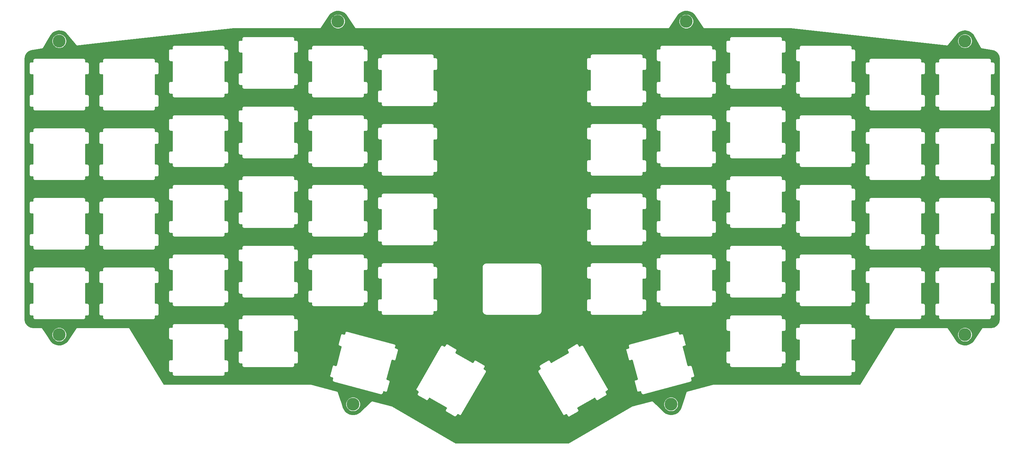
<source format=gbr>
G04 #@! TF.GenerationSoftware,KiCad,Pcbnew,(5.1.4-0)*
G04 #@! TF.CreationDate,2021-11-04T11:37:07-05:00*
G04 #@! TF.ProjectId,top_plate,746f705f-706c-4617-9465-2e6b69636164,rev?*
G04 #@! TF.SameCoordinates,Original*
G04 #@! TF.FileFunction,Copper,L1,Top*
G04 #@! TF.FilePolarity,Positive*
%FSLAX46Y46*%
G04 Gerber Fmt 4.6, Leading zero omitted, Abs format (unit mm)*
G04 Created by KiCad (PCBNEW (5.1.4-0)) date 2021-11-04 11:37:07*
%MOMM*%
%LPD*%
G04 APERTURE LIST*
%ADD10C,3.500000*%
%ADD11C,0.500000*%
%ADD12C,0.254000*%
G04 APERTURE END LIST*
D10*
X73819060Y-78581485D03*
X73820040Y-158948739D03*
X150019380Y-73223743D03*
X154187295Y-177998755D03*
X245269780Y-73223743D03*
X241102993Y-177998755D03*
X321470256Y-78581436D03*
X321470100Y-158948675D03*
D11*
X323851535Y-100012710D03*
D12*
G36*
X245956876Y-70484692D02*
G01*
X246475829Y-70670197D01*
X246948874Y-70952972D01*
X247360828Y-71324806D01*
X247529519Y-71528720D01*
X249902320Y-75087923D01*
X249905888Y-75094599D01*
X249914578Y-75105187D01*
X249924769Y-75117630D01*
X249924832Y-75117682D01*
X249924883Y-75117744D01*
X249936232Y-75127058D01*
X249947893Y-75136649D01*
X249947966Y-75136688D01*
X249948028Y-75136739D01*
X249960967Y-75143655D01*
X249974284Y-75150791D01*
X249974363Y-75150815D01*
X249974434Y-75150853D01*
X249988424Y-75155096D01*
X250002928Y-75159513D01*
X250003011Y-75159521D01*
X250003086Y-75159544D01*
X250017628Y-75160976D01*
X250032722Y-75162479D01*
X250040265Y-75161744D01*
X273835895Y-75161605D01*
X316641945Y-79856746D01*
X316649344Y-79858297D01*
X316664523Y-79858453D01*
X316679168Y-79858615D01*
X316679225Y-79858604D01*
X316679283Y-79858605D01*
X316694223Y-79855794D01*
X316708597Y-79853100D01*
X316708649Y-79853079D01*
X316708708Y-79853068D01*
X316723102Y-79847279D01*
X316736384Y-79841949D01*
X316736430Y-79841919D01*
X316736487Y-79841896D01*
X316749124Y-79833639D01*
X316761463Y-79825591D01*
X316761506Y-79825549D01*
X316761552Y-79825519D01*
X316771910Y-79815373D01*
X316782868Y-79804655D01*
X316787136Y-79798418D01*
X317972753Y-78383764D01*
X319463256Y-78383764D01*
X319463256Y-78779108D01*
X319540384Y-79166856D01*
X319691676Y-79532107D01*
X319911317Y-79860824D01*
X320190868Y-80140375D01*
X320519585Y-80360016D01*
X320884836Y-80511308D01*
X321272584Y-80588436D01*
X321667928Y-80588436D01*
X322055676Y-80511308D01*
X322420927Y-80360016D01*
X322749644Y-80140375D01*
X323029195Y-79860824D01*
X323248836Y-79532107D01*
X323400128Y-79166856D01*
X323477256Y-78779108D01*
X323477256Y-78383764D01*
X323400128Y-77996016D01*
X323248836Y-77630765D01*
X323029195Y-77302048D01*
X322749644Y-77022497D01*
X322420927Y-76802856D01*
X322055676Y-76651564D01*
X321667928Y-76574436D01*
X321272584Y-76574436D01*
X320884836Y-76651564D01*
X320519585Y-76802856D01*
X320190868Y-77022497D01*
X319911317Y-77302048D01*
X319691676Y-77630765D01*
X319540384Y-77996016D01*
X319463256Y-78383764D01*
X317972753Y-78383764D01*
X319476176Y-76589911D01*
X319901609Y-76240455D01*
X320386159Y-75980643D01*
X320911935Y-75819897D01*
X321458931Y-75764335D01*
X322006292Y-75816075D01*
X322533185Y-75973150D01*
X323019531Y-76229571D01*
X323446810Y-76575575D01*
X323802855Y-77002913D01*
X323840453Y-77059913D01*
X325826287Y-80568409D01*
X325826323Y-80568519D01*
X325833409Y-80580993D01*
X325837276Y-80587825D01*
X325837349Y-80587929D01*
X325841112Y-80594553D01*
X325845939Y-80600136D01*
X325850192Y-80606179D01*
X325855715Y-80611441D01*
X325860696Y-80617202D01*
X325866518Y-80621734D01*
X325871869Y-80626833D01*
X325878313Y-80630917D01*
X325884322Y-80635595D01*
X325890916Y-80638904D01*
X325897159Y-80642861D01*
X325904276Y-80645609D01*
X325911082Y-80649025D01*
X325918197Y-80650985D01*
X325925091Y-80653647D01*
X325932606Y-80654954D01*
X325932719Y-80654985D01*
X325939867Y-80656217D01*
X325954590Y-80658777D01*
X325954710Y-80658774D01*
X328595556Y-81113795D01*
X328601026Y-81114192D01*
X329046868Y-81157908D01*
X329463238Y-81283617D01*
X329847258Y-81487804D01*
X330184307Y-81762694D01*
X330461539Y-82097811D01*
X330668406Y-82480404D01*
X330797019Y-82895882D01*
X330843234Y-83335591D01*
X330843264Y-83344232D01*
X330843289Y-154774035D01*
X330800116Y-155214340D01*
X330674407Y-155630710D01*
X330470219Y-156014731D01*
X330195330Y-156351779D01*
X329860213Y-156629011D01*
X329477620Y-156835878D01*
X329062142Y-156964491D01*
X328622433Y-157010706D01*
X328613732Y-157010736D01*
X326243900Y-157010800D01*
X326232658Y-157009705D01*
X326202864Y-157012671D01*
X326174220Y-157021393D01*
X326147829Y-157035535D01*
X326124705Y-157054554D01*
X326110485Y-157071917D01*
X326109246Y-157073776D01*
X326105821Y-157077949D01*
X326103223Y-157082810D01*
X323731576Y-160640283D01*
X323357272Y-161049195D01*
X322913287Y-161375694D01*
X322414333Y-161609741D01*
X321879424Y-161742416D01*
X321328939Y-161768666D01*
X320783836Y-161687493D01*
X320264881Y-161501988D01*
X319791834Y-161219212D01*
X319379880Y-160847378D01*
X319211192Y-160643468D01*
X317949549Y-158751003D01*
X319463100Y-158751003D01*
X319463100Y-159146347D01*
X319540228Y-159534095D01*
X319691520Y-159899346D01*
X319911161Y-160228063D01*
X320190712Y-160507614D01*
X320519429Y-160727255D01*
X320884680Y-160878547D01*
X321272428Y-160955675D01*
X321667772Y-160955675D01*
X322055520Y-160878547D01*
X322420771Y-160727255D01*
X322749488Y-160507614D01*
X323029039Y-160228063D01*
X323248680Y-159899346D01*
X323399972Y-159534095D01*
X323477100Y-159146347D01*
X323477100Y-158751003D01*
X323399972Y-158363255D01*
X323248680Y-157998004D01*
X323029039Y-157669287D01*
X322749488Y-157389736D01*
X322420771Y-157170095D01*
X322055520Y-157018803D01*
X321667772Y-156941675D01*
X321272428Y-156941675D01*
X320884680Y-157018803D01*
X320519429Y-157170095D01*
X320190712Y-157389736D01*
X319911161Y-157669287D01*
X319691520Y-157998004D01*
X319540228Y-158363255D01*
X319463100Y-158751003D01*
X317949549Y-158751003D01*
X316837421Y-157082811D01*
X316834818Y-157077942D01*
X316831391Y-157073766D01*
X316830158Y-157071917D01*
X316815938Y-157054554D01*
X316792814Y-157035535D01*
X316766423Y-157021393D01*
X316737779Y-157012671D01*
X316707985Y-157009705D01*
X316696744Y-157010800D01*
X302424643Y-157011161D01*
X302414302Y-157010532D01*
X302402272Y-157012174D01*
X302390220Y-157013361D01*
X302387477Y-157014193D01*
X302384635Y-157014581D01*
X302373166Y-157018534D01*
X302361568Y-157022053D01*
X302359041Y-157023404D01*
X302356328Y-157024339D01*
X302345846Y-157030457D01*
X302335162Y-157036168D01*
X302332948Y-157037985D01*
X302330469Y-157039432D01*
X302321381Y-157047478D01*
X302312018Y-157055163D01*
X302310200Y-157057378D01*
X302308052Y-157059280D01*
X302300711Y-157068941D01*
X302293023Y-157078309D01*
X302288149Y-157087428D01*
X292811555Y-172488732D01*
X252703760Y-172488732D01*
X252701190Y-172488985D01*
X252700992Y-172488979D01*
X252700616Y-172489042D01*
X252681425Y-172490932D01*
X252652773Y-172499623D01*
X252652477Y-172499781D01*
X245391097Y-174457745D01*
X245383744Y-174458966D01*
X245376676Y-174461634D01*
X245376634Y-174461645D01*
X245370658Y-174463905D01*
X245355731Y-174469539D01*
X245355685Y-174469568D01*
X245355642Y-174469584D01*
X245343766Y-174476994D01*
X245330319Y-174485373D01*
X245330282Y-174485408D01*
X245330240Y-174485434D01*
X245319376Y-174495641D01*
X245308485Y-174505861D01*
X245308457Y-174505901D01*
X245308419Y-174505936D01*
X245300032Y-174517680D01*
X245291067Y-174530215D01*
X245291044Y-174530265D01*
X245291018Y-174530302D01*
X245285594Y-174542323D01*
X245281823Y-174550666D01*
X245281805Y-174550720D01*
X245278703Y-174557594D01*
X245277025Y-174564843D01*
X243797869Y-178935467D01*
X243562549Y-179442654D01*
X243237141Y-179889063D01*
X242831216Y-180263770D01*
X242360248Y-180552493D01*
X241842163Y-180744241D01*
X241296702Y-180831706D01*
X240744641Y-180811559D01*
X240207011Y-180684569D01*
X239703229Y-180455088D01*
X239319351Y-180188038D01*
X236778398Y-177801083D01*
X239095993Y-177801083D01*
X239095993Y-178196427D01*
X239173121Y-178584175D01*
X239324413Y-178949426D01*
X239544054Y-179278143D01*
X239823605Y-179557694D01*
X240152322Y-179777335D01*
X240517573Y-179928627D01*
X240905321Y-180005755D01*
X241300665Y-180005755D01*
X241688413Y-179928627D01*
X242053664Y-179777335D01*
X242382381Y-179557694D01*
X242661932Y-179278143D01*
X242881573Y-178949426D01*
X243032865Y-178584175D01*
X243109993Y-178196427D01*
X243109993Y-177801083D01*
X243032865Y-177413335D01*
X242881573Y-177048084D01*
X242661932Y-176719367D01*
X242382381Y-176439816D01*
X242053664Y-176220175D01*
X241688413Y-176068883D01*
X241300665Y-175991755D01*
X240905321Y-175991755D01*
X240517573Y-176068883D01*
X240152322Y-176220175D01*
X239823605Y-176439816D01*
X239544054Y-176719367D01*
X239324413Y-177048084D01*
X239173121Y-177413335D01*
X239095993Y-177801083D01*
X236778398Y-177801083D01*
X236031221Y-177099190D01*
X236024522Y-177091986D01*
X236014256Y-177084574D01*
X236004256Y-177076878D01*
X236002154Y-177075837D01*
X236000246Y-177074460D01*
X235988745Y-177069200D01*
X235977423Y-177063595D01*
X235975154Y-177062983D01*
X235973017Y-177062006D01*
X235960731Y-177059095D01*
X235948513Y-177055802D01*
X235946164Y-177055645D01*
X235943882Y-177055104D01*
X235931264Y-177054646D01*
X235918640Y-177053800D01*
X235916310Y-177054103D01*
X235913961Y-177054018D01*
X235901474Y-177056034D01*
X235888949Y-177057664D01*
X235879641Y-177060808D01*
X230586721Y-178458939D01*
X230574288Y-178461840D01*
X230565433Y-178465854D01*
X230556344Y-178469238D01*
X230545515Y-178475919D01*
X213082540Y-188562390D01*
X182207348Y-188562156D01*
X164744828Y-178475314D01*
X164733944Y-178468599D01*
X164724832Y-178465206D01*
X164716003Y-178461204D01*
X164703614Y-178458312D01*
X159410663Y-177060175D01*
X159401340Y-177057025D01*
X159388788Y-177055392D01*
X159376326Y-177053380D01*
X159373979Y-177053465D01*
X159371648Y-177053162D01*
X159359024Y-177054008D01*
X159346406Y-177054466D01*
X159344124Y-177055006D01*
X159341774Y-177055164D01*
X159329549Y-177058459D01*
X159317271Y-177061368D01*
X159315136Y-177062345D01*
X159312864Y-177062957D01*
X159301519Y-177068573D01*
X159290042Y-177073822D01*
X159288140Y-177075195D01*
X159286031Y-177076239D01*
X159276004Y-177083956D01*
X159265766Y-177091348D01*
X159259074Y-177098544D01*
X155971780Y-180186610D01*
X155511405Y-180496664D01*
X155001991Y-180710380D01*
X154460770Y-180821080D01*
X153908355Y-180824547D01*
X153365783Y-180720651D01*
X152853728Y-180513348D01*
X152391690Y-180210534D01*
X151997267Y-179823744D01*
X151684828Y-179366748D01*
X151492790Y-178935927D01*
X151108724Y-177801083D01*
X152180295Y-177801083D01*
X152180295Y-178196427D01*
X152257423Y-178584175D01*
X152408715Y-178949426D01*
X152628356Y-179278143D01*
X152907907Y-179557694D01*
X153236624Y-179777335D01*
X153601875Y-179928627D01*
X153989623Y-180005755D01*
X154384967Y-180005755D01*
X154772715Y-179928627D01*
X155137966Y-179777335D01*
X155466683Y-179557694D01*
X155746234Y-179278143D01*
X155965875Y-178949426D01*
X156117167Y-178584175D01*
X156194295Y-178196427D01*
X156194295Y-177801083D01*
X156117167Y-177413335D01*
X155965875Y-177048084D01*
X155746234Y-176719367D01*
X155466683Y-176439816D01*
X155137966Y-176220175D01*
X154772715Y-176068883D01*
X154384967Y-175991755D01*
X153989623Y-175991755D01*
X153601875Y-176068883D01*
X153236624Y-176220175D01*
X152907907Y-176439816D01*
X152628356Y-176719367D01*
X152408715Y-177048084D01*
X152257423Y-177413335D01*
X152180295Y-177801083D01*
X151108724Y-177801083D01*
X150013266Y-174564216D01*
X150011585Y-174556955D01*
X150008478Y-174550069D01*
X150008464Y-174550028D01*
X150005604Y-174543700D01*
X149999270Y-174529663D01*
X149999240Y-174529621D01*
X149999220Y-174529577D01*
X149991044Y-174518145D01*
X149981869Y-174505297D01*
X149981826Y-174505257D01*
X149981802Y-174505223D01*
X149972598Y-174496587D01*
X149960048Y-174484795D01*
X149960000Y-174484765D01*
X149959968Y-174484735D01*
X149948387Y-174477519D01*
X149934646Y-174468945D01*
X149934597Y-174468926D01*
X149934556Y-174468901D01*
X149921443Y-174463952D01*
X149913654Y-174461006D01*
X149913599Y-174460991D01*
X149906543Y-174458328D01*
X149899202Y-174457109D01*
X142620888Y-172494580D01*
X142608860Y-172490932D01*
X142599031Y-172489964D01*
X142589295Y-172488341D01*
X142576736Y-172488732D01*
X102479116Y-172489350D01*
X93136512Y-157307619D01*
X103742220Y-157307619D01*
X103742221Y-159925002D01*
X103742968Y-159932588D01*
X103742955Y-159934446D01*
X103743197Y-159936905D01*
X103749317Y-159995134D01*
X103752535Y-160010812D01*
X103755548Y-160026608D01*
X103756263Y-160028974D01*
X103773577Y-160084906D01*
X103779789Y-160099685D01*
X103785803Y-160114570D01*
X103786959Y-160116742D01*
X103786963Y-160116751D01*
X103786968Y-160116758D01*
X103814812Y-160168255D01*
X103823794Y-160181571D01*
X103832567Y-160194978D01*
X103834129Y-160196893D01*
X103871449Y-160242005D01*
X103882810Y-160253287D01*
X103894057Y-160264772D01*
X103895961Y-160266347D01*
X103941335Y-160303352D01*
X103954670Y-160312211D01*
X103967931Y-160321292D01*
X103970105Y-160322467D01*
X104021801Y-160349955D01*
X104036629Y-160356067D01*
X104051379Y-160362389D01*
X104053732Y-160363117D01*
X104053738Y-160363119D01*
X104053744Y-160363120D01*
X104109791Y-160380042D01*
X104125523Y-160383157D01*
X104141222Y-160386494D01*
X104143675Y-160386752D01*
X104143679Y-160386752D01*
X104201572Y-160392428D01*
X104210528Y-160393310D01*
X104610568Y-160393310D01*
X104642946Y-160396485D01*
X104665765Y-160403374D01*
X104686815Y-160414567D01*
X104705292Y-160429636D01*
X104720489Y-160448006D01*
X104731827Y-160468975D01*
X104738877Y-160491750D01*
X104742220Y-160523555D01*
X104742221Y-165707647D01*
X104739045Y-165740036D01*
X104732157Y-165762853D01*
X104720963Y-165783905D01*
X104705892Y-165802384D01*
X104687524Y-165817580D01*
X104666556Y-165828917D01*
X104643780Y-165835967D01*
X104611976Y-165839310D01*
X104110528Y-165839310D01*
X104102998Y-165840052D01*
X104101783Y-165840043D01*
X104099323Y-165840285D01*
X104060503Y-165844365D01*
X104044838Y-165847581D01*
X104029031Y-165850596D01*
X104026665Y-165851310D01*
X103989378Y-165862852D01*
X103974603Y-165869063D01*
X103959715Y-165875078D01*
X103957533Y-165876238D01*
X103923197Y-165894803D01*
X103909877Y-165903788D01*
X103896470Y-165912561D01*
X103894555Y-165914123D01*
X103864480Y-165939004D01*
X103853199Y-165950364D01*
X103841714Y-165961611D01*
X103840139Y-165963515D01*
X103815470Y-165993764D01*
X103806599Y-166007117D01*
X103797530Y-166020361D01*
X103796355Y-166022535D01*
X103778030Y-166056999D01*
X103771929Y-166071801D01*
X103765596Y-166086576D01*
X103764866Y-166088936D01*
X103753584Y-166126303D01*
X103750470Y-166142027D01*
X103747132Y-166157733D01*
X103746874Y-166160191D01*
X103743119Y-166198486D01*
X103742220Y-166207619D01*
X103742221Y-168825002D01*
X103742968Y-168832588D01*
X103742955Y-168834446D01*
X103743197Y-168836905D01*
X103749317Y-168895134D01*
X103752535Y-168910812D01*
X103755548Y-168926608D01*
X103756263Y-168928974D01*
X103773577Y-168984906D01*
X103779789Y-168999685D01*
X103785803Y-169014570D01*
X103786959Y-169016742D01*
X103786963Y-169016751D01*
X103786968Y-169016758D01*
X103814812Y-169068255D01*
X103823794Y-169081571D01*
X103832567Y-169094978D01*
X103834129Y-169096893D01*
X103871449Y-169142005D01*
X103882810Y-169153287D01*
X103894057Y-169164772D01*
X103895961Y-169166347D01*
X103941335Y-169203352D01*
X103954670Y-169212211D01*
X103967931Y-169221292D01*
X103970105Y-169222467D01*
X104021801Y-169249955D01*
X104036629Y-169256067D01*
X104051379Y-169262389D01*
X104053732Y-169263117D01*
X104053738Y-169263119D01*
X104053744Y-169263120D01*
X104109791Y-169280042D01*
X104125523Y-169283157D01*
X104141222Y-169286494D01*
X104143675Y-169286752D01*
X104143679Y-169286752D01*
X104201572Y-169292428D01*
X104210528Y-169293310D01*
X104610568Y-169293310D01*
X104642946Y-169296485D01*
X104665765Y-169303374D01*
X104686815Y-169314567D01*
X104705292Y-169329636D01*
X104720489Y-169348006D01*
X104731827Y-169368975D01*
X104738877Y-169391750D01*
X104742221Y-169423564D01*
X104742220Y-169825001D01*
X104742968Y-169832596D01*
X104742955Y-169834446D01*
X104743197Y-169836905D01*
X104749317Y-169895134D01*
X104752535Y-169910812D01*
X104755548Y-169926608D01*
X104756263Y-169928974D01*
X104773577Y-169984906D01*
X104779789Y-169999685D01*
X104785803Y-170014570D01*
X104786959Y-170016742D01*
X104786963Y-170016751D01*
X104786968Y-170016758D01*
X104814812Y-170068255D01*
X104823794Y-170081571D01*
X104832567Y-170094978D01*
X104834129Y-170096893D01*
X104871449Y-170142005D01*
X104882810Y-170153287D01*
X104894057Y-170164772D01*
X104895961Y-170166347D01*
X104941335Y-170203352D01*
X104954670Y-170212211D01*
X104967931Y-170221292D01*
X104970105Y-170222467D01*
X105021801Y-170249955D01*
X105036629Y-170256067D01*
X105051379Y-170262389D01*
X105053732Y-170263117D01*
X105053738Y-170263119D01*
X105053744Y-170263120D01*
X105109791Y-170280042D01*
X105125523Y-170283157D01*
X105141222Y-170286494D01*
X105143675Y-170286752D01*
X105143679Y-170286752D01*
X105201572Y-170292428D01*
X105210528Y-170293310D01*
X118627912Y-170293310D01*
X118635507Y-170292562D01*
X118637356Y-170292575D01*
X118639815Y-170292333D01*
X118698044Y-170286213D01*
X118713722Y-170282995D01*
X118729518Y-170279982D01*
X118731884Y-170279267D01*
X118787816Y-170261953D01*
X118802595Y-170255741D01*
X118817480Y-170249727D01*
X118819652Y-170248571D01*
X118819661Y-170248567D01*
X118819668Y-170248562D01*
X118871165Y-170220718D01*
X118884481Y-170211736D01*
X118897888Y-170202963D01*
X118899803Y-170201401D01*
X118916483Y-170187602D01*
X147773844Y-170187602D01*
X147773921Y-170190072D01*
X147776168Y-170248579D01*
X147778348Y-170264497D01*
X147780301Y-170280399D01*
X147780857Y-170282807D01*
X147794426Y-170339762D01*
X147799649Y-170354929D01*
X147804659Y-170370168D01*
X147805672Y-170372422D01*
X147830045Y-170425658D01*
X147838093Y-170439487D01*
X147845989Y-170453500D01*
X147847421Y-170455514D01*
X147881670Y-170503002D01*
X147892283Y-170515040D01*
X147902720Y-170527217D01*
X147904516Y-170528915D01*
X147947337Y-170568846D01*
X147960056Y-170578571D01*
X147972688Y-170588511D01*
X147974779Y-170589827D01*
X148024540Y-170620680D01*
X148038967Y-170627779D01*
X148053229Y-170635046D01*
X148055531Y-170635930D01*
X148055535Y-170635932D01*
X148055538Y-170635933D01*
X148110342Y-170656532D01*
X148110359Y-170656537D01*
X148118411Y-170659567D01*
X148504807Y-170763102D01*
X148535272Y-170774553D01*
X148555533Y-170787115D01*
X148572967Y-170803373D01*
X148586913Y-170822709D01*
X148596837Y-170844385D01*
X148602362Y-170867578D01*
X148603278Y-170891396D01*
X148598272Y-170922997D01*
X148494374Y-171310756D01*
X148493131Y-171318281D01*
X148492639Y-171320069D01*
X148492236Y-171322507D01*
X148483077Y-171380336D01*
X148482125Y-171396357D01*
X148480951Y-171412350D01*
X148481029Y-171414820D01*
X148483277Y-171473326D01*
X148485451Y-171489196D01*
X148487408Y-171505139D01*
X148487964Y-171507547D01*
X148501532Y-171564503D01*
X148506754Y-171579669D01*
X148511767Y-171594917D01*
X148512780Y-171597170D01*
X148537155Y-171650406D01*
X148545208Y-171664241D01*
X148553098Y-171678245D01*
X148554530Y-171680259D01*
X148588779Y-171727746D01*
X148599410Y-171739805D01*
X148609827Y-171751959D01*
X148611622Y-171753657D01*
X148654442Y-171793587D01*
X148667163Y-171803314D01*
X148679795Y-171813254D01*
X148681886Y-171814570D01*
X148731647Y-171845423D01*
X148746074Y-171852522D01*
X148760336Y-171859789D01*
X148762638Y-171860673D01*
X148762642Y-171860675D01*
X148762645Y-171860676D01*
X148817138Y-171881158D01*
X148825518Y-171884312D01*
X161785714Y-175356986D01*
X161793244Y-175358229D01*
X161795029Y-175358721D01*
X161797467Y-175359124D01*
X161855296Y-175368283D01*
X161871317Y-175369235D01*
X161887310Y-175370409D01*
X161889780Y-175370331D01*
X161948286Y-175368083D01*
X161964156Y-175365909D01*
X161980099Y-175363952D01*
X161982507Y-175363396D01*
X162039463Y-175349828D01*
X162054629Y-175344606D01*
X162069877Y-175339593D01*
X162072130Y-175338580D01*
X162125366Y-175314205D01*
X162139207Y-175306149D01*
X162153205Y-175298262D01*
X162155219Y-175296830D01*
X162202706Y-175262581D01*
X162214765Y-175251950D01*
X162226919Y-175241533D01*
X162228617Y-175239738D01*
X162268547Y-175196918D01*
X162278274Y-175184197D01*
X162288214Y-175171565D01*
X162289530Y-175169474D01*
X162320383Y-175119713D01*
X162327482Y-175105286D01*
X162334749Y-175091024D01*
X162335635Y-175088717D01*
X162356235Y-175033911D01*
X162359272Y-175025842D01*
X162462807Y-174639446D01*
X162474258Y-174608981D01*
X162486820Y-174588720D01*
X162503078Y-174571286D01*
X162522414Y-174557340D01*
X162544090Y-174547416D01*
X162567283Y-174541891D01*
X162591101Y-174540975D01*
X162622702Y-174545980D01*
X163107051Y-174675762D01*
X163114509Y-174676993D01*
X163115691Y-174677319D01*
X163118129Y-174677722D01*
X163156682Y-174683828D01*
X163172676Y-174684778D01*
X163188698Y-174685954D01*
X163191167Y-174685876D01*
X163230172Y-174684377D01*
X163246068Y-174682200D01*
X163261982Y-174680246D01*
X163264389Y-174679690D01*
X163264396Y-174679689D01*
X163264402Y-174679687D01*
X163302360Y-174670645D01*
X163317526Y-174665424D01*
X163332774Y-174660410D01*
X163335019Y-174659401D01*
X163335022Y-174659400D01*
X163335028Y-174659397D01*
X163370518Y-174643148D01*
X163384357Y-174635093D01*
X163398358Y-174627204D01*
X163400372Y-174625773D01*
X163432031Y-174602940D01*
X163444077Y-174592320D01*
X163456245Y-174581891D01*
X163457942Y-174580096D01*
X163484563Y-174551549D01*
X163494277Y-174538844D01*
X163504231Y-174526194D01*
X163505548Y-174524103D01*
X163526116Y-174490929D01*
X163533200Y-174476531D01*
X163540480Y-174462244D01*
X163541365Y-174459937D01*
X163555099Y-174423399D01*
X163555103Y-174423383D01*
X163558135Y-174415328D01*
X163691105Y-173919074D01*
X171347189Y-173919074D01*
X171348307Y-173935062D01*
X171349204Y-173951098D01*
X171349599Y-173953537D01*
X171359364Y-174011267D01*
X171363569Y-174026743D01*
X171367559Y-174042284D01*
X171368420Y-174044600D01*
X171389211Y-174099334D01*
X171396343Y-174113701D01*
X171403277Y-174128173D01*
X171404572Y-174130277D01*
X171435599Y-174179931D01*
X171445381Y-174192633D01*
X171454996Y-174205486D01*
X171456675Y-174207299D01*
X171496756Y-174249980D01*
X171508796Y-174260520D01*
X171520748Y-174271282D01*
X171522748Y-174272734D01*
X171570355Y-174306817D01*
X171570361Y-174306820D01*
X171577363Y-174311838D01*
X171923812Y-174511861D01*
X171950258Y-174530794D01*
X171966580Y-174548175D01*
X171979211Y-174568390D01*
X171987679Y-174590681D01*
X171991654Y-174614185D01*
X171990989Y-174638015D01*
X171985707Y-174661261D01*
X171972698Y-174690481D01*
X171721976Y-175124746D01*
X171718855Y-175131633D01*
X171718237Y-175132687D01*
X171717217Y-175134937D01*
X171701341Y-175170595D01*
X171696282Y-175185803D01*
X171691001Y-175200967D01*
X171690437Y-175203373D01*
X171681789Y-175241436D01*
X171679779Y-175257343D01*
X171677545Y-175273239D01*
X171677459Y-175275709D01*
X171676369Y-175314726D01*
X171677487Y-175330714D01*
X171678384Y-175346750D01*
X171678779Y-175349189D01*
X171685289Y-175387676D01*
X171689488Y-175403127D01*
X171693484Y-175418694D01*
X171694346Y-175421010D01*
X171708207Y-175457499D01*
X171715336Y-175471859D01*
X171722271Y-175486335D01*
X171723566Y-175488439D01*
X171744250Y-175521541D01*
X171754016Y-175534224D01*
X171763648Y-175547099D01*
X171765327Y-175548912D01*
X171792047Y-175577366D01*
X171804107Y-175587923D01*
X171816040Y-175598668D01*
X171818040Y-175600120D01*
X171849778Y-175622842D01*
X171849784Y-175622845D01*
X171856786Y-175627863D01*
X174123506Y-176936555D01*
X174130461Y-176939706D01*
X174132054Y-176940641D01*
X174134305Y-176941662D01*
X174187793Y-176965476D01*
X174203021Y-176970542D01*
X174218163Y-176975815D01*
X174220566Y-176976378D01*
X174220571Y-176976380D01*
X174220576Y-176976381D01*
X174277664Y-176989351D01*
X174293571Y-176991361D01*
X174309467Y-176993595D01*
X174311935Y-176993681D01*
X174311936Y-176993681D01*
X174370463Y-176995316D01*
X174386423Y-176994200D01*
X174402484Y-176993302D01*
X174404924Y-176992906D01*
X174462653Y-176983142D01*
X174478120Y-176978940D01*
X174493674Y-176974946D01*
X174495990Y-176974085D01*
X174550724Y-176953293D01*
X174565099Y-176946157D01*
X174579559Y-176939229D01*
X174581663Y-176937934D01*
X174631316Y-176906909D01*
X174644023Y-176897123D01*
X174656874Y-176887510D01*
X174658687Y-176885831D01*
X174701368Y-176845750D01*
X174711908Y-176833710D01*
X174722670Y-176821758D01*
X174724122Y-176819758D01*
X174758205Y-176772151D01*
X174758208Y-176772145D01*
X174763226Y-176765143D01*
X174963241Y-176418708D01*
X174982184Y-176392247D01*
X174999565Y-176375926D01*
X175019781Y-176363294D01*
X175042071Y-176354826D01*
X175065571Y-176350852D01*
X175089404Y-176351517D01*
X175112651Y-176356799D01*
X175141876Y-176369811D01*
X179631438Y-178961861D01*
X179657884Y-178980794D01*
X179674206Y-178998175D01*
X179686837Y-179018390D01*
X179695305Y-179040681D01*
X179699280Y-179064185D01*
X179698615Y-179088015D01*
X179693333Y-179111261D01*
X179680324Y-179140481D01*
X179429602Y-179574746D01*
X179426481Y-179581633D01*
X179425863Y-179582687D01*
X179424843Y-179584937D01*
X179408967Y-179620595D01*
X179403908Y-179635803D01*
X179398627Y-179650967D01*
X179398063Y-179653373D01*
X179389415Y-179691436D01*
X179387405Y-179707343D01*
X179385171Y-179723239D01*
X179385085Y-179725709D01*
X179383995Y-179764726D01*
X179385113Y-179780714D01*
X179386010Y-179796750D01*
X179386405Y-179799189D01*
X179392915Y-179837676D01*
X179397114Y-179853127D01*
X179401110Y-179868694D01*
X179401972Y-179871010D01*
X179415833Y-179907499D01*
X179422962Y-179921859D01*
X179429897Y-179936335D01*
X179431192Y-179938439D01*
X179451876Y-179971541D01*
X179461642Y-179984224D01*
X179471274Y-179997099D01*
X179472953Y-179998912D01*
X179499673Y-180027366D01*
X179511733Y-180037923D01*
X179523666Y-180048668D01*
X179525666Y-180050120D01*
X179557404Y-180072842D01*
X179557410Y-180072845D01*
X179564412Y-180077863D01*
X181831132Y-181386555D01*
X181838087Y-181389706D01*
X181839680Y-181390641D01*
X181841931Y-181391662D01*
X181895419Y-181415476D01*
X181910647Y-181420542D01*
X181925789Y-181425815D01*
X181928192Y-181426378D01*
X181928197Y-181426380D01*
X181928202Y-181426381D01*
X181985290Y-181439351D01*
X182001197Y-181441361D01*
X182017093Y-181443595D01*
X182019561Y-181443681D01*
X182019562Y-181443681D01*
X182078089Y-181445316D01*
X182094049Y-181444200D01*
X182110110Y-181443302D01*
X182112550Y-181442906D01*
X182170279Y-181433142D01*
X182185746Y-181428940D01*
X182201300Y-181424946D01*
X182203616Y-181424085D01*
X182258350Y-181403293D01*
X182272725Y-181396157D01*
X182287185Y-181389229D01*
X182289289Y-181387934D01*
X182338942Y-181356909D01*
X182351649Y-181347123D01*
X182364500Y-181337510D01*
X182366313Y-181335831D01*
X182408994Y-181295750D01*
X182419534Y-181283710D01*
X182430296Y-181271758D01*
X182431748Y-181269758D01*
X182465831Y-181222151D01*
X182465834Y-181222145D01*
X182470852Y-181215143D01*
X182670867Y-180868708D01*
X182689810Y-180842247D01*
X182707191Y-180825926D01*
X182727407Y-180813294D01*
X182749697Y-180804826D01*
X182773197Y-180800852D01*
X182797030Y-180801517D01*
X182820277Y-180806799D01*
X182849502Y-180819811D01*
X183197157Y-181020530D01*
X183204112Y-181023681D01*
X183205705Y-181024616D01*
X183207956Y-181025637D01*
X183261444Y-181049451D01*
X183276672Y-181054517D01*
X183291814Y-181059790D01*
X183294217Y-181060353D01*
X183294222Y-181060355D01*
X183294227Y-181060356D01*
X183351315Y-181073326D01*
X183367222Y-181075336D01*
X183383118Y-181077570D01*
X183385586Y-181077656D01*
X183385587Y-181077656D01*
X183444114Y-181079291D01*
X183460102Y-181078173D01*
X183476138Y-181077276D01*
X183478577Y-181076881D01*
X183536307Y-181067116D01*
X183551783Y-181062911D01*
X183567324Y-181058921D01*
X183569640Y-181058060D01*
X183624374Y-181037269D01*
X183638741Y-181030137D01*
X183653213Y-181023203D01*
X183655317Y-181021908D01*
X183704971Y-180990881D01*
X183717673Y-180981099D01*
X183730526Y-180971484D01*
X183732339Y-180969805D01*
X183775020Y-180929724D01*
X183785560Y-180917684D01*
X183796322Y-180905732D01*
X183797774Y-180903732D01*
X183831857Y-180856125D01*
X183831860Y-180856119D01*
X183836878Y-180849117D01*
X190545570Y-169229323D01*
X190548721Y-169222369D01*
X190549656Y-169220775D01*
X190550677Y-169218524D01*
X190574491Y-169165036D01*
X190579557Y-169149808D01*
X190584830Y-169134666D01*
X190585394Y-169132260D01*
X190585395Y-169132258D01*
X190585396Y-169132253D01*
X190598366Y-169075165D01*
X190600376Y-169059258D01*
X190602610Y-169043362D01*
X190602696Y-169040893D01*
X190604307Y-168983219D01*
X204684661Y-168983219D01*
X204684730Y-168985689D01*
X204686773Y-169044203D01*
X204688895Y-169060107D01*
X204690794Y-169076036D01*
X204691340Y-169078436D01*
X204691341Y-169078444D01*
X204691343Y-169078451D01*
X204704712Y-169135448D01*
X204709876Y-169150618D01*
X204714839Y-169165892D01*
X204715844Y-169168149D01*
X204740031Y-169221469D01*
X204740034Y-169221475D01*
X204743590Y-169229322D01*
X211452281Y-180849117D01*
X211456732Y-180855329D01*
X211457640Y-180856927D01*
X211459079Y-180858936D01*
X211493493Y-180906305D01*
X211504168Y-180918328D01*
X211514628Y-180930447D01*
X211516423Y-180932132D01*
X211516427Y-180932137D01*
X211516430Y-180932139D01*
X211559390Y-180971920D01*
X211572171Y-180981622D01*
X211584809Y-180991495D01*
X211586904Y-180992805D01*
X211636772Y-181023484D01*
X211651187Y-181030514D01*
X211665511Y-181037750D01*
X211667821Y-181038627D01*
X211722698Y-181059036D01*
X211738244Y-181063143D01*
X211753661Y-181067448D01*
X211756094Y-181067860D01*
X211756098Y-181067860D01*
X211813894Y-181077221D01*
X211829898Y-181078228D01*
X211845899Y-181079459D01*
X211848369Y-181079390D01*
X211848370Y-181079390D01*
X211906883Y-181077347D01*
X211922787Y-181075225D01*
X211938716Y-181073326D01*
X211941116Y-181072780D01*
X211941124Y-181072779D01*
X211941131Y-181072777D01*
X211998128Y-181059408D01*
X212013298Y-181054244D01*
X212028572Y-181049281D01*
X212030829Y-181048276D01*
X212084149Y-181024089D01*
X212084155Y-181024086D01*
X212092002Y-181020530D01*
X212438454Y-180820506D01*
X212468076Y-180807070D01*
X212491283Y-180801626D01*
X212515109Y-180800795D01*
X212538642Y-180804606D01*
X212560987Y-180812916D01*
X212581296Y-180825410D01*
X212598785Y-180841605D01*
X212617593Y-180867494D01*
X212868307Y-181301745D01*
X212872713Y-181307894D01*
X212873316Y-181308955D01*
X212874755Y-181310964D01*
X212897698Y-181342542D01*
X212908358Y-181354549D01*
X212918830Y-181366682D01*
X212920627Y-181368368D01*
X212920632Y-181368374D01*
X212920638Y-181368379D01*
X212949271Y-181394894D01*
X212962038Y-181404584D01*
X212974692Y-181414471D01*
X212976788Y-181415780D01*
X213010034Y-181436233D01*
X213024449Y-181443264D01*
X213038771Y-181450498D01*
X213041081Y-181451376D01*
X213077666Y-181464982D01*
X213093192Y-181469084D01*
X213108631Y-181473395D01*
X213111068Y-181473807D01*
X213149599Y-181480047D01*
X213165624Y-181481055D01*
X213181601Y-181482284D01*
X213184071Y-181482215D01*
X213184076Y-181482215D01*
X213223080Y-181480853D01*
X213238997Y-181478730D01*
X213254911Y-181476832D01*
X213257321Y-181476285D01*
X213295323Y-181467372D01*
X213310516Y-181462200D01*
X213325769Y-181457244D01*
X213328026Y-181456239D01*
X213363573Y-181440114D01*
X213363582Y-181440109D01*
X213371425Y-181436555D01*
X215638146Y-180127864D01*
X215644357Y-180123413D01*
X215645956Y-180122505D01*
X215647965Y-180121066D01*
X215695334Y-180086652D01*
X215707357Y-180075977D01*
X215719476Y-180065517D01*
X215721161Y-180063722D01*
X215721166Y-180063718D01*
X215721170Y-180063713D01*
X215760949Y-180020755D01*
X215770651Y-180007974D01*
X215780524Y-179995336D01*
X215781834Y-179993241D01*
X215812513Y-179943373D01*
X215819543Y-179928958D01*
X215826779Y-179914634D01*
X215827656Y-179912324D01*
X215848065Y-179857447D01*
X215852170Y-179841910D01*
X215856477Y-179826485D01*
X215856889Y-179824048D01*
X215866250Y-179766252D01*
X215867258Y-179750232D01*
X215868488Y-179734244D01*
X215868419Y-179731774D01*
X215866375Y-179673260D01*
X215864254Y-179657364D01*
X215862354Y-179641430D01*
X215861806Y-179639021D01*
X215848436Y-179582018D01*
X215843275Y-179566858D01*
X215838309Y-179551574D01*
X215837304Y-179549316D01*
X215813117Y-179495997D01*
X215813115Y-179495994D01*
X215809558Y-179488143D01*
X215609549Y-179141718D01*
X215596099Y-179112069D01*
X215590656Y-179088861D01*
X215589824Y-179065034D01*
X215593635Y-179041504D01*
X215601945Y-179019159D01*
X215614439Y-178998850D01*
X215630634Y-178981361D01*
X215656523Y-178962553D01*
X220146081Y-176370506D01*
X220175702Y-176357070D01*
X220198909Y-176351626D01*
X220222735Y-176350795D01*
X220246268Y-176354606D01*
X220268613Y-176362916D01*
X220288922Y-176375410D01*
X220306411Y-176391605D01*
X220325219Y-176417494D01*
X220575933Y-176851745D01*
X220580339Y-176857894D01*
X220580942Y-176858955D01*
X220582381Y-176860964D01*
X220605324Y-176892542D01*
X220615984Y-176904549D01*
X220626456Y-176916682D01*
X220628253Y-176918368D01*
X220628258Y-176918374D01*
X220628264Y-176918379D01*
X220656897Y-176944894D01*
X220669664Y-176954584D01*
X220682318Y-176964471D01*
X220684414Y-176965780D01*
X220717660Y-176986233D01*
X220732075Y-176993264D01*
X220746397Y-177000498D01*
X220748707Y-177001376D01*
X220785292Y-177014982D01*
X220800818Y-177019084D01*
X220816257Y-177023395D01*
X220818694Y-177023807D01*
X220857225Y-177030047D01*
X220873250Y-177031055D01*
X220889227Y-177032284D01*
X220891697Y-177032215D01*
X220891702Y-177032215D01*
X220930706Y-177030853D01*
X220946623Y-177028730D01*
X220962537Y-177026832D01*
X220964947Y-177026285D01*
X221002949Y-177017372D01*
X221018142Y-177012200D01*
X221033395Y-177007244D01*
X221035652Y-177006239D01*
X221071199Y-176990114D01*
X221071208Y-176990109D01*
X221079051Y-176986555D01*
X223345772Y-175677864D01*
X223351983Y-175673413D01*
X223353582Y-175672505D01*
X223355591Y-175671066D01*
X223402960Y-175636652D01*
X223414983Y-175625977D01*
X223427102Y-175615517D01*
X223428787Y-175613722D01*
X223428792Y-175613718D01*
X223428796Y-175613713D01*
X223468575Y-175570755D01*
X223478277Y-175557974D01*
X223488150Y-175545336D01*
X223489460Y-175543241D01*
X223520139Y-175493373D01*
X223527169Y-175478958D01*
X223534405Y-175464634D01*
X223535282Y-175462324D01*
X223555691Y-175407447D01*
X223559796Y-175391910D01*
X223564103Y-175376485D01*
X223564515Y-175374048D01*
X223573876Y-175316252D01*
X223574884Y-175300232D01*
X223576114Y-175284244D01*
X223576045Y-175281774D01*
X223574001Y-175223260D01*
X223571880Y-175207364D01*
X223569980Y-175191430D01*
X223569432Y-175189021D01*
X223556062Y-175132018D01*
X223550901Y-175116858D01*
X223545935Y-175101574D01*
X223544930Y-175099316D01*
X223520743Y-175045997D01*
X223520741Y-175045994D01*
X223517184Y-175038143D01*
X223317175Y-174691718D01*
X223303725Y-174662069D01*
X223298282Y-174638861D01*
X223297450Y-174615034D01*
X223301261Y-174591504D01*
X223309571Y-174569159D01*
X223322065Y-174548850D01*
X223338260Y-174531361D01*
X223364149Y-174512553D01*
X223711797Y-174311839D01*
X223718008Y-174307388D01*
X223719607Y-174306480D01*
X223721616Y-174305041D01*
X223768985Y-174270627D01*
X223781008Y-174259952D01*
X223793127Y-174249492D01*
X223794812Y-174247697D01*
X223794817Y-174247693D01*
X223794821Y-174247688D01*
X223834600Y-174204730D01*
X223844302Y-174191949D01*
X223854175Y-174179311D01*
X223855485Y-174177216D01*
X223886164Y-174127348D01*
X223893194Y-174112933D01*
X223900430Y-174098609D01*
X223901307Y-174096299D01*
X223921716Y-174041422D01*
X223925823Y-174025876D01*
X223930128Y-174010459D01*
X223930540Y-174008023D01*
X223939901Y-173950226D01*
X223940908Y-173934225D01*
X223942139Y-173918221D01*
X223942070Y-173915751D01*
X223940027Y-173857237D01*
X223937905Y-173841333D01*
X223936006Y-173825404D01*
X223935460Y-173823004D01*
X223935459Y-173822996D01*
X223935457Y-173822989D01*
X223922088Y-173765992D01*
X223916927Y-173750832D01*
X223911961Y-173735548D01*
X223910956Y-173733290D01*
X223886769Y-173679971D01*
X223886767Y-173679968D01*
X223883210Y-173672117D01*
X217786505Y-163112315D01*
X228714155Y-163112315D01*
X228715218Y-163128315D01*
X228716058Y-163144342D01*
X228716445Y-163146782D01*
X228722753Y-163184884D01*
X228724225Y-163193798D01*
X229401652Y-165721997D01*
X229404344Y-165729149D01*
X229404808Y-165730931D01*
X229405678Y-165733244D01*
X229426661Y-165787905D01*
X229433843Y-165802246D01*
X229440825Y-165816690D01*
X229442127Y-165818790D01*
X229473326Y-165868334D01*
X229483151Y-165881000D01*
X229492814Y-165893823D01*
X229494499Y-165895630D01*
X229534728Y-165938171D01*
X229546808Y-165948672D01*
X229558795Y-165959390D01*
X229560799Y-165960835D01*
X229608525Y-165994752D01*
X229622470Y-166002738D01*
X229636254Y-166010890D01*
X229638501Y-166011919D01*
X229691905Y-166035920D01*
X229707103Y-166041035D01*
X229722241Y-166046366D01*
X229724642Y-166046937D01*
X229724644Y-166046938D01*
X229724646Y-166046938D01*
X229781694Y-166060109D01*
X229797588Y-166062174D01*
X229813482Y-166064464D01*
X229815951Y-166064559D01*
X229815952Y-166064559D01*
X229874473Y-166066398D01*
X229890470Y-166065335D01*
X229906501Y-166064495D01*
X229908941Y-166064108D01*
X229966705Y-166054545D01*
X229966711Y-166054543D01*
X229975211Y-166053140D01*
X230361616Y-165949603D01*
X230393714Y-165944289D01*
X230417548Y-165945038D01*
X230440771Y-165950400D01*
X230462516Y-165960172D01*
X230481953Y-165973985D01*
X230498330Y-165991303D01*
X230511034Y-166011478D01*
X230522500Y-166041346D01*
X231864242Y-171048800D01*
X231869554Y-171080888D01*
X231868805Y-171104722D01*
X231863443Y-171127945D01*
X231853670Y-171149691D01*
X231839858Y-171169126D01*
X231822540Y-171185504D01*
X231802365Y-171198208D01*
X231772497Y-171209674D01*
X231288148Y-171339454D01*
X231281073Y-171342117D01*
X231279890Y-171342425D01*
X231277577Y-171343295D01*
X231241136Y-171357283D01*
X231226794Y-171364465D01*
X231212348Y-171371448D01*
X231210248Y-171372750D01*
X231177217Y-171393551D01*
X231164548Y-171403378D01*
X231151728Y-171413039D01*
X231149921Y-171414724D01*
X231121560Y-171441544D01*
X231111057Y-171453627D01*
X231100342Y-171465610D01*
X231098897Y-171467615D01*
X231076286Y-171499432D01*
X231068333Y-171513318D01*
X231060146Y-171527163D01*
X231059118Y-171529410D01*
X231043118Y-171565013D01*
X231038015Y-171580175D01*
X231032673Y-171595345D01*
X231032101Y-171597749D01*
X231023320Y-171635782D01*
X231021257Y-171651663D01*
X231018965Y-171667572D01*
X231018870Y-171670041D01*
X231017644Y-171709055D01*
X231018707Y-171725055D01*
X231019547Y-171741082D01*
X231019934Y-171743522D01*
X231026309Y-171782031D01*
X231026311Y-171782037D01*
X231027714Y-171790537D01*
X231705142Y-174318736D01*
X231707833Y-174325886D01*
X231708298Y-174327671D01*
X231709168Y-174329984D01*
X231730151Y-174384645D01*
X231737333Y-174398986D01*
X231744315Y-174413430D01*
X231745617Y-174415530D01*
X231776816Y-174465074D01*
X231786659Y-174477764D01*
X231796304Y-174490563D01*
X231797989Y-174492370D01*
X231838218Y-174534911D01*
X231850298Y-174545412D01*
X231862285Y-174556130D01*
X231864289Y-174557575D01*
X231912015Y-174591492D01*
X231925960Y-174599478D01*
X231939744Y-174607630D01*
X231941991Y-174608659D01*
X231995395Y-174632660D01*
X232010593Y-174637775D01*
X232025731Y-174643106D01*
X232028132Y-174643677D01*
X232028134Y-174643678D01*
X232028136Y-174643678D01*
X232085184Y-174656849D01*
X232101078Y-174658914D01*
X232116972Y-174661204D01*
X232119441Y-174661299D01*
X232119442Y-174661299D01*
X232177963Y-174663138D01*
X232193960Y-174662075D01*
X232209991Y-174661235D01*
X232212431Y-174660848D01*
X232270195Y-174651285D01*
X232270202Y-174651283D01*
X232278700Y-174649880D01*
X232665108Y-174546343D01*
X232697203Y-174541029D01*
X232721037Y-174541778D01*
X232744260Y-174547140D01*
X232766005Y-174556912D01*
X232785442Y-174570725D01*
X232801819Y-174588043D01*
X232814523Y-174608218D01*
X232825989Y-174638086D01*
X232929888Y-175025843D01*
X232932576Y-175032985D01*
X232933042Y-175034774D01*
X232933912Y-175037087D01*
X232954894Y-175091748D01*
X232962068Y-175106075D01*
X232969059Y-175120537D01*
X232970362Y-175122637D01*
X233001561Y-175172181D01*
X233011370Y-175184827D01*
X233021050Y-175197672D01*
X233022736Y-175199479D01*
X233062964Y-175242019D01*
X233075096Y-175252565D01*
X233087029Y-175263234D01*
X233089033Y-175264680D01*
X233136758Y-175298596D01*
X233150652Y-175306554D01*
X233164488Y-175314736D01*
X233166735Y-175315765D01*
X233220139Y-175339766D01*
X233235360Y-175344888D01*
X233250476Y-175350212D01*
X233252880Y-175350785D01*
X233309930Y-175363956D01*
X233325858Y-175366025D01*
X233341714Y-175368310D01*
X233344183Y-175368405D01*
X233402704Y-175370245D01*
X233418722Y-175369181D01*
X233434735Y-175368342D01*
X233437166Y-175367956D01*
X233437172Y-175367956D01*
X233437177Y-175367955D01*
X233494939Y-175358392D01*
X233494954Y-175358388D01*
X233503445Y-175356986D01*
X246463642Y-171884313D01*
X246470790Y-171881623D01*
X246472574Y-171881158D01*
X246474887Y-171880288D01*
X246529548Y-171859306D01*
X246543875Y-171852132D01*
X246558337Y-171845141D01*
X246560433Y-171843841D01*
X246560439Y-171843837D01*
X246609981Y-171812639D01*
X246622627Y-171802830D01*
X246635472Y-171793150D01*
X246637279Y-171791464D01*
X246679819Y-171751236D01*
X246690365Y-171739104D01*
X246701034Y-171727171D01*
X246702480Y-171725167D01*
X246736396Y-171677442D01*
X246744354Y-171663548D01*
X246752536Y-171649712D01*
X246753565Y-171647465D01*
X246777566Y-171594061D01*
X246782688Y-171578840D01*
X246788012Y-171563724D01*
X246788585Y-171561320D01*
X246801756Y-171504270D01*
X246803825Y-171488342D01*
X246806110Y-171472486D01*
X246806205Y-171470017D01*
X246808045Y-171411496D01*
X246806981Y-171395478D01*
X246806142Y-171379465D01*
X246805755Y-171377024D01*
X246796192Y-171319261D01*
X246796188Y-171319247D01*
X246794786Y-171310754D01*
X246691250Y-170924352D01*
X246685936Y-170892251D01*
X246686685Y-170868418D01*
X246692047Y-170845195D01*
X246701819Y-170823450D01*
X246715632Y-170804013D01*
X246732950Y-170787636D01*
X246753125Y-170774932D01*
X246782993Y-170763466D01*
X247267342Y-170633685D01*
X247274417Y-170631022D01*
X247275600Y-170630714D01*
X247277913Y-170629844D01*
X247314353Y-170615856D01*
X247328652Y-170608696D01*
X247343143Y-170601691D01*
X247345243Y-170600388D01*
X247378273Y-170579588D01*
X247390917Y-170569780D01*
X247403762Y-170560101D01*
X247405569Y-170558415D01*
X247433929Y-170531596D01*
X247444432Y-170519513D01*
X247455147Y-170507530D01*
X247456592Y-170505525D01*
X247479203Y-170473708D01*
X247487167Y-170459802D01*
X247495341Y-170445981D01*
X247496370Y-170443734D01*
X247512370Y-170408131D01*
X247517473Y-170392971D01*
X247522818Y-170377791D01*
X247523390Y-170375387D01*
X247532170Y-170337354D01*
X247534236Y-170321449D01*
X247536524Y-170305569D01*
X247536619Y-170303099D01*
X247537845Y-170264086D01*
X247536782Y-170248089D01*
X247535942Y-170232058D01*
X247535555Y-170229618D01*
X247529180Y-170191109D01*
X247529179Y-170191105D01*
X247527775Y-170182602D01*
X246850347Y-167654404D01*
X246847659Y-167647263D01*
X246847192Y-167645469D01*
X246846322Y-167643156D01*
X246825339Y-167588495D01*
X246818157Y-167574154D01*
X246811175Y-167559710D01*
X246809873Y-167557610D01*
X246778674Y-167508066D01*
X246768831Y-167495376D01*
X246759186Y-167482577D01*
X246757501Y-167480770D01*
X246717272Y-167438229D01*
X246705194Y-167427730D01*
X246693205Y-167417010D01*
X246691200Y-167415565D01*
X246643475Y-167381648D01*
X246629559Y-167373678D01*
X246615746Y-167365509D01*
X246613499Y-167364481D01*
X246560095Y-167340480D01*
X246544897Y-167335365D01*
X246529759Y-167330034D01*
X246527358Y-167329463D01*
X246527356Y-167329462D01*
X246527354Y-167329462D01*
X246470306Y-167316291D01*
X246454440Y-167314230D01*
X246438518Y-167311936D01*
X246436049Y-167311841D01*
X246377527Y-167310002D01*
X246361530Y-167311065D01*
X246345499Y-167311905D01*
X246343058Y-167312292D01*
X246285295Y-167321855D01*
X246285291Y-167321856D01*
X246276788Y-167323260D01*
X245890388Y-167426796D01*
X245858285Y-167432111D01*
X245834452Y-167431362D01*
X245811229Y-167426000D01*
X245789483Y-167416227D01*
X245770048Y-167402415D01*
X245753670Y-167385097D01*
X245740966Y-167364922D01*
X245729500Y-167335054D01*
X244387761Y-162327614D01*
X244382446Y-162295511D01*
X244383195Y-162271678D01*
X244388557Y-162248455D01*
X244398329Y-162226710D01*
X244412142Y-162207273D01*
X244429460Y-162190896D01*
X244449635Y-162178192D01*
X244479505Y-162166725D01*
X244963852Y-162036946D01*
X244970927Y-162034283D01*
X244972110Y-162033975D01*
X244974423Y-162033105D01*
X245010863Y-162019117D01*
X245025162Y-162011957D01*
X245039653Y-162004952D01*
X245041753Y-162003649D01*
X245074783Y-161982849D01*
X245087452Y-161973022D01*
X245100272Y-161963361D01*
X245102079Y-161961676D01*
X245130440Y-161934856D01*
X245140943Y-161922773D01*
X245151658Y-161910790D01*
X245153103Y-161908785D01*
X245175714Y-161876968D01*
X245183667Y-161863082D01*
X245191854Y-161849237D01*
X245192882Y-161846990D01*
X245208882Y-161811387D01*
X245213985Y-161796225D01*
X245219327Y-161781055D01*
X245219899Y-161778651D01*
X245228680Y-161740618D01*
X245230746Y-161724714D01*
X245233035Y-161708829D01*
X245233130Y-161706359D01*
X245234356Y-161667346D01*
X245233293Y-161651349D01*
X245232453Y-161635318D01*
X245232066Y-161632878D01*
X245225691Y-161594369D01*
X245225690Y-161594365D01*
X245224286Y-161585862D01*
X244546857Y-159057664D01*
X244544169Y-159050523D01*
X244543702Y-159048729D01*
X244542832Y-159046416D01*
X244521849Y-158991755D01*
X244514667Y-158977414D01*
X244507685Y-158962970D01*
X244506383Y-158960870D01*
X244475184Y-158911326D01*
X244465341Y-158898636D01*
X244455696Y-158885837D01*
X244454011Y-158884030D01*
X244413782Y-158841489D01*
X244401704Y-158830990D01*
X244389715Y-158820270D01*
X244387710Y-158818825D01*
X244339985Y-158784908D01*
X244326069Y-158776938D01*
X244312256Y-158768769D01*
X244310009Y-158767741D01*
X244256605Y-158743740D01*
X244241407Y-158738625D01*
X244226269Y-158733294D01*
X244223868Y-158732723D01*
X244223866Y-158732722D01*
X244223864Y-158732722D01*
X244166816Y-158719551D01*
X244150950Y-158717490D01*
X244135028Y-158715196D01*
X244132559Y-158715101D01*
X244074037Y-158713262D01*
X244058040Y-158714325D01*
X244042009Y-158715165D01*
X244039568Y-158715552D01*
X243981805Y-158725115D01*
X243981798Y-158725117D01*
X243973300Y-158726520D01*
X243586896Y-158830057D01*
X243554796Y-158835371D01*
X243530963Y-158834622D01*
X243507740Y-158829260D01*
X243485994Y-158819487D01*
X243466559Y-158805675D01*
X243450181Y-158788357D01*
X243437477Y-158768182D01*
X243426012Y-158738316D01*
X243322112Y-158350558D01*
X243319425Y-158343418D01*
X243318958Y-158341626D01*
X243318088Y-158339313D01*
X243297106Y-158284652D01*
X243289932Y-158270325D01*
X243282941Y-158255863D01*
X243281638Y-158253763D01*
X243250438Y-158204218D01*
X243240621Y-158191562D01*
X243230950Y-158178728D01*
X243229264Y-158176921D01*
X243189035Y-158134381D01*
X243176944Y-158123871D01*
X243164971Y-158113165D01*
X243162967Y-158111720D01*
X243115242Y-158077803D01*
X243101348Y-158069846D01*
X243087512Y-158061663D01*
X243085265Y-158060635D01*
X243031861Y-158036634D01*
X243016640Y-158031512D01*
X243001524Y-158026188D01*
X242999124Y-158025617D01*
X242999122Y-158025616D01*
X242999120Y-158025616D01*
X242942070Y-158012444D01*
X242926175Y-158010380D01*
X242910286Y-158008090D01*
X242907817Y-158007995D01*
X242849297Y-158006155D01*
X242833282Y-158007219D01*
X242817265Y-158008058D01*
X242814831Y-158008444D01*
X242814829Y-158008444D01*
X242814827Y-158008445D01*
X242814824Y-158008445D01*
X242757061Y-158018008D01*
X242757047Y-158018012D01*
X242748554Y-158019414D01*
X229788358Y-161492088D01*
X229781219Y-161494775D01*
X229779426Y-161495242D01*
X229777113Y-161496112D01*
X229722452Y-161517094D01*
X229708125Y-161524268D01*
X229693663Y-161531259D01*
X229691567Y-161532559D01*
X229691564Y-161532561D01*
X229691563Y-161532562D01*
X229642018Y-161563762D01*
X229629362Y-161573579D01*
X229616528Y-161583250D01*
X229614721Y-161584936D01*
X229572181Y-161625165D01*
X229561671Y-161637256D01*
X229550965Y-161649229D01*
X229549520Y-161651233D01*
X229515603Y-161698958D01*
X229507646Y-161712852D01*
X229499463Y-161726688D01*
X229498435Y-161728935D01*
X229474434Y-161782339D01*
X229469312Y-161797560D01*
X229463988Y-161812676D01*
X229463416Y-161815079D01*
X229450244Y-161872130D01*
X229448180Y-161888025D01*
X229445890Y-161903914D01*
X229445795Y-161906383D01*
X229443955Y-161964903D01*
X229445019Y-161980918D01*
X229445858Y-161996935D01*
X229446245Y-161999375D01*
X229455808Y-162057139D01*
X229455812Y-162057155D01*
X229457214Y-162065644D01*
X229560750Y-162452050D01*
X229566064Y-162484148D01*
X229565315Y-162507982D01*
X229559953Y-162531205D01*
X229550180Y-162552951D01*
X229536368Y-162572386D01*
X229519050Y-162588764D01*
X229498875Y-162601468D01*
X229469009Y-162612933D01*
X228984658Y-162742715D01*
X228977583Y-162745378D01*
X228976400Y-162745686D01*
X228974087Y-162746556D01*
X228937646Y-162760544D01*
X228923304Y-162767726D01*
X228908858Y-162774709D01*
X228906758Y-162776011D01*
X228873727Y-162796812D01*
X228861067Y-162806632D01*
X228848238Y-162816299D01*
X228846431Y-162817985D01*
X228818071Y-162844804D01*
X228807568Y-162856887D01*
X228796853Y-162868870D01*
X228795408Y-162870875D01*
X228772797Y-162902692D01*
X228764823Y-162916615D01*
X228756659Y-162930420D01*
X228755630Y-162932667D01*
X228739629Y-162968269D01*
X228734511Y-162983476D01*
X228729182Y-162998610D01*
X228728610Y-163001014D01*
X228719830Y-163039046D01*
X228717764Y-163054953D01*
X228715476Y-163070832D01*
X228715381Y-163073301D01*
X228714155Y-163112315D01*
X217786505Y-163112315D01*
X217174518Y-162052323D01*
X217170072Y-162046119D01*
X217169160Y-162044513D01*
X217167722Y-162042504D01*
X217133307Y-161995136D01*
X217122642Y-161983123D01*
X217112172Y-161970993D01*
X217110371Y-161969301D01*
X217067410Y-161929520D01*
X217054653Y-161919837D01*
X217041991Y-161909944D01*
X217039895Y-161908635D01*
X216990028Y-161877956D01*
X216975586Y-161870912D01*
X216961289Y-161863690D01*
X216958984Y-161862815D01*
X216958980Y-161862813D01*
X216958977Y-161862812D01*
X216904101Y-161842404D01*
X216888565Y-161838299D01*
X216873139Y-161833992D01*
X216870706Y-161833580D01*
X216870702Y-161833580D01*
X216812906Y-161824219D01*
X216796905Y-161823212D01*
X216780901Y-161821981D01*
X216778431Y-161822050D01*
X216778430Y-161822050D01*
X216719917Y-161824093D01*
X216704013Y-161826215D01*
X216688084Y-161828114D01*
X216685684Y-161828660D01*
X216685676Y-161828661D01*
X216685669Y-161828663D01*
X216628672Y-161842032D01*
X216613512Y-161847193D01*
X216598228Y-161852159D01*
X216595970Y-161853164D01*
X216542651Y-161877351D01*
X216542649Y-161877352D01*
X216534797Y-161880910D01*
X216188356Y-162080928D01*
X216158724Y-162094371D01*
X216135517Y-162099814D01*
X216111691Y-162100645D01*
X216088157Y-162096834D01*
X216065813Y-162088524D01*
X216045507Y-162076031D01*
X216028016Y-162059835D01*
X216009211Y-162033953D01*
X215758492Y-161599695D01*
X215754088Y-161593549D01*
X215753484Y-161592486D01*
X215752046Y-161590477D01*
X215729102Y-161558898D01*
X215718452Y-161546902D01*
X215707969Y-161534758D01*
X215706168Y-161533067D01*
X215677528Y-161506546D01*
X215664736Y-161496836D01*
X215652108Y-161486970D01*
X215650013Y-161485660D01*
X215616766Y-161465207D01*
X215602338Y-161458170D01*
X215588029Y-161450942D01*
X215585719Y-161450064D01*
X215549134Y-161436458D01*
X215533608Y-161432356D01*
X215518169Y-161428045D01*
X215515732Y-161427633D01*
X215477201Y-161421393D01*
X215461178Y-161420385D01*
X215445199Y-161419156D01*
X215442729Y-161419225D01*
X215442724Y-161419225D01*
X215403720Y-161420587D01*
X215387803Y-161422710D01*
X215371889Y-161424608D01*
X215369479Y-161425155D01*
X215331477Y-161434068D01*
X215316255Y-161439250D01*
X215301031Y-161444196D01*
X215298774Y-161445201D01*
X215263227Y-161461326D01*
X215263221Y-161461329D01*
X215255374Y-161464885D01*
X212988654Y-162773577D01*
X212982450Y-162778023D01*
X212980844Y-162778935D01*
X212978835Y-162780373D01*
X212931467Y-162814788D01*
X212919479Y-162825432D01*
X212907324Y-162835923D01*
X212905632Y-162837724D01*
X212865851Y-162880685D01*
X212856168Y-162893442D01*
X212846275Y-162906104D01*
X212844966Y-162908200D01*
X212814287Y-162958067D01*
X212807243Y-162972509D01*
X212800021Y-162986806D01*
X212799144Y-162989116D01*
X212778735Y-163043994D01*
X212774633Y-163059520D01*
X212770323Y-163074955D01*
X212769911Y-163077392D01*
X212760550Y-163135188D01*
X212759542Y-163151210D01*
X212758312Y-163167196D01*
X212758381Y-163169666D01*
X212760425Y-163228180D01*
X212762546Y-163244076D01*
X212764446Y-163260010D01*
X212764994Y-163262419D01*
X212778364Y-163319422D01*
X212783528Y-163334592D01*
X212788491Y-163349866D01*
X212789496Y-163352123D01*
X212813683Y-163405443D01*
X212813687Y-163405450D01*
X212817242Y-163413296D01*
X213017256Y-163759733D01*
X213030700Y-163789371D01*
X213036144Y-163812579D01*
X213036976Y-163836406D01*
X213033165Y-163859937D01*
X213024855Y-163882281D01*
X213012362Y-163902587D01*
X212996166Y-163920078D01*
X212970284Y-163938883D01*
X208480730Y-166530928D01*
X208451098Y-166544371D01*
X208427891Y-166549814D01*
X208404065Y-166550645D01*
X208380531Y-166546834D01*
X208358187Y-166538524D01*
X208337881Y-166526031D01*
X208320390Y-166509835D01*
X208301585Y-166483953D01*
X208050866Y-166049695D01*
X208046462Y-166043549D01*
X208045858Y-166042486D01*
X208044420Y-166040477D01*
X208021476Y-166008898D01*
X208010826Y-165996902D01*
X208000343Y-165984758D01*
X207998542Y-165983067D01*
X207969902Y-165956546D01*
X207957110Y-165946836D01*
X207944482Y-165936970D01*
X207942387Y-165935660D01*
X207909140Y-165915207D01*
X207894712Y-165908170D01*
X207880403Y-165900942D01*
X207878093Y-165900064D01*
X207841508Y-165886458D01*
X207825982Y-165882356D01*
X207810543Y-165878045D01*
X207808106Y-165877633D01*
X207769575Y-165871393D01*
X207753552Y-165870385D01*
X207737573Y-165869156D01*
X207735103Y-165869225D01*
X207735098Y-165869225D01*
X207696094Y-165870587D01*
X207680177Y-165872710D01*
X207664263Y-165874608D01*
X207661853Y-165875155D01*
X207623851Y-165884068D01*
X207608629Y-165889250D01*
X207593405Y-165894196D01*
X207591148Y-165895201D01*
X207555601Y-165911326D01*
X207555598Y-165911328D01*
X207547748Y-165914885D01*
X205281028Y-167223577D01*
X205274824Y-167228023D01*
X205273218Y-167228935D01*
X205271209Y-167230373D01*
X205223841Y-167264788D01*
X205211853Y-167275432D01*
X205199698Y-167285923D01*
X205198006Y-167287724D01*
X205158225Y-167330685D01*
X205148559Y-167343420D01*
X205138649Y-167356104D01*
X205137340Y-167358200D01*
X205106661Y-167408067D01*
X205099617Y-167422509D01*
X205092395Y-167436806D01*
X205091518Y-167439116D01*
X205071109Y-167493994D01*
X205067007Y-167509520D01*
X205062697Y-167524955D01*
X205062285Y-167527392D01*
X205052924Y-167585188D01*
X205051916Y-167601210D01*
X205050686Y-167617196D01*
X205050755Y-167619666D01*
X205052799Y-167678180D01*
X205054920Y-167694076D01*
X205056820Y-167710010D01*
X205057368Y-167712419D01*
X205070738Y-167769422D01*
X205075898Y-167784579D01*
X205080865Y-167799866D01*
X205081870Y-167802123D01*
X205106057Y-167855443D01*
X205106061Y-167855450D01*
X205109616Y-167863296D01*
X205309630Y-168209733D01*
X205323074Y-168239371D01*
X205328518Y-168262579D01*
X205329350Y-168286406D01*
X205325539Y-168309937D01*
X205317229Y-168332281D01*
X205304736Y-168352587D01*
X205288540Y-168370078D01*
X205262658Y-168388883D01*
X204915003Y-168589602D01*
X204908799Y-168594048D01*
X204907193Y-168594960D01*
X204905184Y-168596398D01*
X204857816Y-168630813D01*
X204845828Y-168641457D01*
X204833673Y-168651948D01*
X204831981Y-168653749D01*
X204792200Y-168696710D01*
X204782517Y-168709467D01*
X204772624Y-168722129D01*
X204771315Y-168724225D01*
X204740636Y-168774092D01*
X204733592Y-168788534D01*
X204726370Y-168802831D01*
X204725493Y-168805141D01*
X204705084Y-168860019D01*
X204700979Y-168875555D01*
X204696672Y-168890981D01*
X204696260Y-168893417D01*
X204686899Y-168951214D01*
X204685892Y-168967218D01*
X204684661Y-168983219D01*
X190604307Y-168983219D01*
X190604331Y-168982366D01*
X190603213Y-168966378D01*
X190602316Y-168950342D01*
X190601921Y-168947903D01*
X190592156Y-168890173D01*
X190587948Y-168874687D01*
X190583961Y-168859157D01*
X190583100Y-168856841D01*
X190562309Y-168802106D01*
X190555177Y-168787739D01*
X190548243Y-168773267D01*
X190546948Y-168771163D01*
X190515921Y-168721510D01*
X190506153Y-168708826D01*
X190496524Y-168695954D01*
X190494845Y-168694142D01*
X190454765Y-168651460D01*
X190442705Y-168640903D01*
X190430772Y-168630158D01*
X190428772Y-168628706D01*
X190381165Y-168594623D01*
X190374157Y-168589601D01*
X190027712Y-168389582D01*
X190001261Y-168370645D01*
X189984939Y-168353263D01*
X189972309Y-168333051D01*
X189963842Y-168310760D01*
X189959866Y-168287255D01*
X189960531Y-168263425D01*
X189965813Y-168240178D01*
X189978825Y-168210953D01*
X190229544Y-167776695D01*
X190232667Y-167769804D01*
X190233283Y-167768753D01*
X190234303Y-167766503D01*
X190250180Y-167730844D01*
X190255248Y-167715608D01*
X190260519Y-167700473D01*
X190261083Y-167698067D01*
X190269731Y-167660004D01*
X190271741Y-167644097D01*
X190273975Y-167628201D01*
X190274061Y-167625732D01*
X190275151Y-167586714D01*
X190274033Y-167570723D01*
X190273136Y-167554691D01*
X190272741Y-167552251D01*
X190266231Y-167513764D01*
X190262024Y-167498282D01*
X190258036Y-167482746D01*
X190257174Y-167480430D01*
X190243313Y-167443941D01*
X190236184Y-167429581D01*
X190229249Y-167415105D01*
X190227954Y-167413001D01*
X190207270Y-167379899D01*
X190197504Y-167367216D01*
X190187872Y-167354341D01*
X190186193Y-167352528D01*
X190159473Y-167324074D01*
X190147394Y-167313500D01*
X190135479Y-167302772D01*
X190133480Y-167301320D01*
X190101742Y-167278598D01*
X190094734Y-167273576D01*
X187828013Y-165964885D01*
X187821063Y-165961736D01*
X187819466Y-165960799D01*
X187817216Y-165959778D01*
X187763727Y-165935964D01*
X187748518Y-165930905D01*
X187733357Y-165925625D01*
X187730951Y-165925061D01*
X187673856Y-165912089D01*
X187657954Y-165910080D01*
X187642053Y-165907845D01*
X187639585Y-165907759D01*
X187639584Y-165907759D01*
X187581057Y-165906124D01*
X187565097Y-165907240D01*
X187549036Y-165908138D01*
X187546596Y-165908534D01*
X187488867Y-165918298D01*
X187473400Y-165922500D01*
X187457846Y-165926494D01*
X187455530Y-165927355D01*
X187400796Y-165948147D01*
X187386434Y-165955277D01*
X187371961Y-165962211D01*
X187369856Y-165963506D01*
X187320204Y-165994532D01*
X187307521Y-166004298D01*
X187294646Y-166013930D01*
X187292834Y-166015609D01*
X187250152Y-166055689D01*
X187239595Y-166067749D01*
X187228850Y-166079682D01*
X187227398Y-166081682D01*
X187193964Y-166128383D01*
X187188293Y-166136297D01*
X186988282Y-166482729D01*
X186969335Y-166509194D01*
X186951954Y-166525515D01*
X186931741Y-166538146D01*
X186909449Y-166546614D01*
X186885949Y-166550588D01*
X186862116Y-166549923D01*
X186838870Y-166544641D01*
X186809651Y-166531632D01*
X182320086Y-163939582D01*
X182293635Y-163920645D01*
X182277313Y-163903263D01*
X182264683Y-163883051D01*
X182256216Y-163860760D01*
X182252240Y-163837255D01*
X182252905Y-163813425D01*
X182258187Y-163790178D01*
X182271199Y-163760953D01*
X182521918Y-163326695D01*
X182525041Y-163319804D01*
X182525657Y-163318753D01*
X182526677Y-163316503D01*
X182542554Y-163280844D01*
X182547622Y-163265608D01*
X182552893Y-163250473D01*
X182553457Y-163248067D01*
X182562105Y-163210004D01*
X182564115Y-163194097D01*
X182566349Y-163178201D01*
X182566435Y-163175732D01*
X182567525Y-163136714D01*
X182566407Y-163120723D01*
X182565510Y-163104691D01*
X182565115Y-163102251D01*
X182558605Y-163063764D01*
X182554398Y-163048282D01*
X182550410Y-163032746D01*
X182549548Y-163030430D01*
X182535687Y-162993941D01*
X182528558Y-162979581D01*
X182521623Y-162965105D01*
X182520328Y-162963001D01*
X182499644Y-162929899D01*
X182489878Y-162917216D01*
X182480246Y-162904341D01*
X182478567Y-162902528D01*
X182451847Y-162874074D01*
X182439768Y-162863500D01*
X182427853Y-162852772D01*
X182425854Y-162851320D01*
X182394116Y-162828598D01*
X182387108Y-162823576D01*
X180120387Y-161514885D01*
X180113437Y-161511736D01*
X180111840Y-161510799D01*
X180109590Y-161509778D01*
X180056101Y-161485964D01*
X180040892Y-161480905D01*
X180025731Y-161475625D01*
X180023325Y-161475061D01*
X179966230Y-161462089D01*
X179950328Y-161460080D01*
X179934427Y-161457845D01*
X179931959Y-161457759D01*
X179931958Y-161457759D01*
X179873431Y-161456124D01*
X179857471Y-161457240D01*
X179841410Y-161458138D01*
X179838970Y-161458534D01*
X179781241Y-161468298D01*
X179765774Y-161472500D01*
X179750220Y-161476494D01*
X179747904Y-161477355D01*
X179693170Y-161498147D01*
X179678808Y-161505277D01*
X179664335Y-161512211D01*
X179662230Y-161513506D01*
X179612578Y-161544532D01*
X179599895Y-161554298D01*
X179587020Y-161563930D01*
X179585208Y-161565609D01*
X179542526Y-161605689D01*
X179531969Y-161617749D01*
X179521224Y-161629682D01*
X179519772Y-161631682D01*
X179486338Y-161678383D01*
X179480667Y-161686297D01*
X179280656Y-162032729D01*
X179261709Y-162059194D01*
X179244328Y-162075515D01*
X179224115Y-162088146D01*
X179201823Y-162096614D01*
X179178323Y-162100588D01*
X179154490Y-162099923D01*
X179131244Y-162094641D01*
X179102024Y-162081632D01*
X178754362Y-161880910D01*
X178747412Y-161877761D01*
X178745815Y-161876824D01*
X178743565Y-161875803D01*
X178690076Y-161851989D01*
X178674867Y-161846930D01*
X178659706Y-161841650D01*
X178657300Y-161841086D01*
X178600205Y-161828114D01*
X178584303Y-161826105D01*
X178568402Y-161823870D01*
X178565934Y-161823784D01*
X178565933Y-161823784D01*
X178507406Y-161822149D01*
X178491418Y-161823267D01*
X178475382Y-161824164D01*
X178472943Y-161824559D01*
X178415213Y-161834324D01*
X178399727Y-161838532D01*
X178384197Y-161842519D01*
X178381881Y-161843380D01*
X178327146Y-161864171D01*
X178312779Y-161871303D01*
X178298307Y-161878237D01*
X178296203Y-161879532D01*
X178246550Y-161910559D01*
X178233866Y-161920327D01*
X178220994Y-161929956D01*
X178219182Y-161931635D01*
X178176500Y-161971715D01*
X178165943Y-161983775D01*
X178155198Y-161995708D01*
X178153746Y-161997708D01*
X178120328Y-162044386D01*
X178114641Y-162052323D01*
X171405950Y-173672118D01*
X171402801Y-173679068D01*
X171401864Y-173680665D01*
X171400843Y-173682915D01*
X171377029Y-173736404D01*
X171371970Y-173751613D01*
X171366690Y-173766774D01*
X171366126Y-173769180D01*
X171353154Y-173826275D01*
X171351145Y-173842177D01*
X171348910Y-173858078D01*
X171348824Y-173860547D01*
X171347189Y-173919074D01*
X163691105Y-173919074D01*
X164235564Y-171887131D01*
X164236807Y-171879601D01*
X164237299Y-171877816D01*
X164237702Y-171875378D01*
X164246861Y-171817549D01*
X164247812Y-171801544D01*
X164248987Y-171785538D01*
X164248910Y-171783068D01*
X164246663Y-171724561D01*
X164244483Y-171708643D01*
X164242530Y-171692741D01*
X164241974Y-171690333D01*
X164228405Y-171633378D01*
X164223182Y-171618211D01*
X164218172Y-171602972D01*
X164217159Y-171600718D01*
X164192786Y-171547482D01*
X164184738Y-171533653D01*
X164176842Y-171519640D01*
X164175410Y-171517626D01*
X164141161Y-171470138D01*
X164130548Y-171458100D01*
X164120111Y-171445923D01*
X164118315Y-171444225D01*
X164075494Y-171404294D01*
X164062751Y-171394551D01*
X164050143Y-171384630D01*
X164048052Y-171383313D01*
X163998291Y-171352460D01*
X163983907Y-171345382D01*
X163969603Y-171338094D01*
X163967296Y-171337208D01*
X163912489Y-171316608D01*
X163912474Y-171316604D01*
X163904421Y-171313573D01*
X163518024Y-171210039D01*
X163487557Y-171198587D01*
X163467296Y-171186025D01*
X163449863Y-171169768D01*
X163435916Y-171150430D01*
X163425992Y-171128755D01*
X163420468Y-171105566D01*
X163419553Y-171081740D01*
X163424557Y-171050142D01*
X164766296Y-166042705D01*
X164777747Y-166012240D01*
X164790309Y-165991979D01*
X164806566Y-165974546D01*
X164825904Y-165960599D01*
X164847579Y-165950675D01*
X164870768Y-165945151D01*
X164894594Y-165944236D01*
X164926192Y-165949240D01*
X165410541Y-166079022D01*
X165417999Y-166080253D01*
X165419181Y-166080579D01*
X165421619Y-166080982D01*
X165460172Y-166087088D01*
X165476166Y-166088038D01*
X165492188Y-166089214D01*
X165494657Y-166089136D01*
X165533662Y-166087637D01*
X165549561Y-166085459D01*
X165565476Y-166083505D01*
X165567881Y-166082950D01*
X165567886Y-166082949D01*
X165567890Y-166082947D01*
X165605855Y-166073903D01*
X165621033Y-166068677D01*
X165636264Y-166063669D01*
X165638512Y-166062659D01*
X165638517Y-166062657D01*
X165638521Y-166062654D01*
X165674008Y-166046407D01*
X165687847Y-166038352D01*
X165701848Y-166030463D01*
X165703862Y-166029032D01*
X165735521Y-166006199D01*
X165747544Y-165995599D01*
X165759737Y-165985148D01*
X165761435Y-165983352D01*
X165788055Y-165954805D01*
X165797794Y-165942066D01*
X165807718Y-165929456D01*
X165809035Y-165927365D01*
X165829603Y-165894191D01*
X165836682Y-165879805D01*
X165843971Y-165865499D01*
X165844857Y-165863192D01*
X165858590Y-165826654D01*
X165858592Y-165826646D01*
X165861625Y-165818588D01*
X166539053Y-163290390D01*
X166540296Y-163282862D01*
X166540788Y-163281076D01*
X166541191Y-163278638D01*
X166550350Y-163220809D01*
X166551301Y-163204804D01*
X166552476Y-163188798D01*
X166552399Y-163186328D01*
X166550152Y-163127821D01*
X166547972Y-163111903D01*
X166546019Y-163096001D01*
X166545463Y-163093593D01*
X166531894Y-163036638D01*
X166526671Y-163021471D01*
X166521661Y-163006232D01*
X166520648Y-163003978D01*
X166496275Y-162950742D01*
X166488227Y-162936913D01*
X166480331Y-162922900D01*
X166478899Y-162920886D01*
X166444650Y-162873398D01*
X166434037Y-162861360D01*
X166423600Y-162849183D01*
X166421804Y-162847485D01*
X166378983Y-162807554D01*
X166366240Y-162797811D01*
X166353632Y-162787890D01*
X166351541Y-162786573D01*
X166301780Y-162755720D01*
X166287396Y-162748642D01*
X166273092Y-162741354D01*
X166270785Y-162740468D01*
X166215978Y-162719868D01*
X166215963Y-162719864D01*
X166207910Y-162716833D01*
X165821518Y-162613300D01*
X165791048Y-162601847D01*
X165770787Y-162589285D01*
X165753353Y-162573027D01*
X165739407Y-162553691D01*
X165729483Y-162532015D01*
X165723958Y-162508822D01*
X165723042Y-162485004D01*
X165728047Y-162453403D01*
X165831946Y-162065646D01*
X165833189Y-162058116D01*
X165833681Y-162056331D01*
X165834084Y-162053893D01*
X165843243Y-161996064D01*
X165844195Y-161980043D01*
X165845369Y-161964050D01*
X165845291Y-161961580D01*
X165843043Y-161903074D01*
X165840869Y-161887204D01*
X165838912Y-161871261D01*
X165838356Y-161868853D01*
X165824788Y-161811897D01*
X165819559Y-161796710D01*
X165814553Y-161781484D01*
X165813540Y-161779230D01*
X165789166Y-161725995D01*
X165781058Y-161712064D01*
X165773221Y-161698155D01*
X165771790Y-161696141D01*
X165737541Y-161648654D01*
X165726926Y-161636614D01*
X165716493Y-161624441D01*
X165714698Y-161622743D01*
X165671878Y-161582812D01*
X165659109Y-161573049D01*
X165646525Y-161563147D01*
X165644434Y-161561830D01*
X165594673Y-161530977D01*
X165580289Y-161523899D01*
X165565985Y-161516611D01*
X165563678Y-161515725D01*
X165510891Y-161495884D01*
X165500802Y-161492087D01*
X152540605Y-158019414D01*
X152533078Y-158018171D01*
X152531291Y-158017679D01*
X152528853Y-158017276D01*
X152471024Y-158008117D01*
X152455003Y-158007165D01*
X152439010Y-158005991D01*
X152436540Y-158006069D01*
X152378034Y-158008317D01*
X152362164Y-158010491D01*
X152346221Y-158012448D01*
X152343813Y-158013004D01*
X152286857Y-158026572D01*
X152271670Y-158031801D01*
X152256444Y-158036807D01*
X152254190Y-158037820D01*
X152200955Y-158062194D01*
X152187061Y-158070280D01*
X152173115Y-158078139D01*
X152171102Y-158079569D01*
X152171096Y-158079573D01*
X152123614Y-158113819D01*
X152111574Y-158124434D01*
X152099401Y-158134867D01*
X152097703Y-158136662D01*
X152057772Y-158179482D01*
X152048009Y-158192251D01*
X152038107Y-158204835D01*
X152036790Y-158206926D01*
X152005937Y-158256687D01*
X151998872Y-158271046D01*
X151991571Y-158285375D01*
X151990685Y-158287682D01*
X151970537Y-158341286D01*
X151967048Y-158350557D01*
X151863515Y-158736949D01*
X151852062Y-158767419D01*
X151839500Y-158787680D01*
X151823242Y-158805114D01*
X151803906Y-158819060D01*
X151782230Y-158828984D01*
X151759037Y-158834509D01*
X151735219Y-158835425D01*
X151703618Y-158830420D01*
X151219268Y-158700638D01*
X151211813Y-158699407D01*
X151210629Y-158699081D01*
X151208191Y-158698678D01*
X151169638Y-158692572D01*
X151153645Y-158691622D01*
X151137623Y-158690446D01*
X151135153Y-158690524D01*
X151096149Y-158692023D01*
X151080257Y-158694200D01*
X151064338Y-158696154D01*
X151061930Y-158696710D01*
X151061928Y-158696710D01*
X151061920Y-158696712D01*
X151023960Y-158705755D01*
X151008794Y-158710976D01*
X150993546Y-158715990D01*
X150991301Y-158716999D01*
X150991298Y-158717000D01*
X150991292Y-158717003D01*
X150955802Y-158733252D01*
X150941963Y-158741307D01*
X150927962Y-158749196D01*
X150925948Y-158750627D01*
X150894289Y-158773460D01*
X150882243Y-158784080D01*
X150870075Y-158794509D01*
X150868377Y-158796304D01*
X150841757Y-158824851D01*
X150832027Y-158837577D01*
X150822089Y-158850206D01*
X150820778Y-158852289D01*
X150820775Y-158852293D01*
X150820773Y-158852297D01*
X150800204Y-158885471D01*
X150793114Y-158899882D01*
X150785840Y-158914156D01*
X150784955Y-158916463D01*
X150771221Y-158953001D01*
X150771219Y-158953008D01*
X150768184Y-158961072D01*
X150090756Y-161489270D01*
X150089513Y-161496797D01*
X150089021Y-161498584D01*
X150088618Y-161501022D01*
X150079459Y-161558851D01*
X150078509Y-161574854D01*
X150077333Y-161590862D01*
X150077410Y-161593332D01*
X150079657Y-161651839D01*
X150081837Y-161667757D01*
X150083790Y-161683659D01*
X150084346Y-161686067D01*
X150097915Y-161743022D01*
X150103138Y-161758189D01*
X150108148Y-161773428D01*
X150109161Y-161775682D01*
X150133534Y-161828918D01*
X150141582Y-161842747D01*
X150149478Y-161856760D01*
X150150910Y-161858774D01*
X150185159Y-161906262D01*
X150195772Y-161918300D01*
X150206209Y-161930477D01*
X150208005Y-161932175D01*
X150250826Y-161972106D01*
X150263545Y-161981831D01*
X150276177Y-161991771D01*
X150278268Y-161993087D01*
X150328029Y-162023940D01*
X150342456Y-162031039D01*
X150356718Y-162038306D01*
X150359020Y-162039190D01*
X150359024Y-162039192D01*
X150359027Y-162039193D01*
X150413831Y-162059792D01*
X150413849Y-162059797D01*
X150421900Y-162062827D01*
X150808298Y-162166362D01*
X150838763Y-162177813D01*
X150859024Y-162190375D01*
X150876457Y-162206632D01*
X150890404Y-162225970D01*
X150900328Y-162247645D01*
X150905852Y-162270834D01*
X150906767Y-162294660D01*
X150901764Y-162326246D01*
X149560025Y-167333693D01*
X149548573Y-167364160D01*
X149536011Y-167384421D01*
X149519754Y-167401854D01*
X149500416Y-167415801D01*
X149478741Y-167425725D01*
X149455552Y-167431249D01*
X149431726Y-167432164D01*
X149400128Y-167427160D01*
X148915778Y-167297378D01*
X148908323Y-167296147D01*
X148907139Y-167295821D01*
X148904701Y-167295418D01*
X148866148Y-167289312D01*
X148850155Y-167288362D01*
X148834133Y-167287186D01*
X148831663Y-167287264D01*
X148792659Y-167288763D01*
X148776764Y-167290940D01*
X148760844Y-167292895D01*
X148758441Y-167293450D01*
X148758434Y-167293451D01*
X148758427Y-167293453D01*
X148720465Y-167302497D01*
X148705298Y-167307720D01*
X148690056Y-167312731D01*
X148687802Y-167313744D01*
X148652312Y-167329993D01*
X148638473Y-167338048D01*
X148624472Y-167345937D01*
X148622458Y-167347368D01*
X148590799Y-167370201D01*
X148578760Y-167380815D01*
X148566583Y-167391252D01*
X148564885Y-167393047D01*
X148538265Y-167421595D01*
X148528513Y-167434350D01*
X148518602Y-167446944D01*
X148517285Y-167449035D01*
X148496716Y-167482209D01*
X148489629Y-167496613D01*
X148482349Y-167510901D01*
X148481467Y-167513199D01*
X148481465Y-167513204D01*
X148481464Y-167513208D01*
X148468494Y-167547714D01*
X148464694Y-167557811D01*
X147787267Y-170086010D01*
X147786024Y-170093537D01*
X147785532Y-170095324D01*
X147785129Y-170097762D01*
X147775970Y-170155591D01*
X147775020Y-170171594D01*
X147773844Y-170187602D01*
X118916483Y-170187602D01*
X118944915Y-170164081D01*
X118956197Y-170152720D01*
X118967682Y-170141473D01*
X118969257Y-170139569D01*
X119006262Y-170094195D01*
X119015121Y-170080860D01*
X119024202Y-170067599D01*
X119025377Y-170065425D01*
X119052865Y-170013729D01*
X119058977Y-169998901D01*
X119065299Y-169984151D01*
X119066027Y-169981798D01*
X119066029Y-169981792D01*
X119066030Y-169981786D01*
X119082952Y-169925739D01*
X119086067Y-169910007D01*
X119089404Y-169894308D01*
X119089662Y-169891851D01*
X119095375Y-169833581D01*
X119096220Y-169825002D01*
X119096220Y-169424962D01*
X119099395Y-169392584D01*
X119106284Y-169369765D01*
X119117477Y-169348715D01*
X119132546Y-169330238D01*
X119150916Y-169315041D01*
X119171885Y-169303703D01*
X119194660Y-169296653D01*
X119226464Y-169293310D01*
X119727912Y-169293310D01*
X119735442Y-169292568D01*
X119736658Y-169292577D01*
X119739117Y-169292335D01*
X119777937Y-169288255D01*
X119793627Y-169285034D01*
X119809410Y-169282024D01*
X119811775Y-169281310D01*
X119849063Y-169269767D01*
X119863818Y-169263565D01*
X119878725Y-169257542D01*
X119880907Y-169256382D01*
X119915243Y-169237816D01*
X119928552Y-169228839D01*
X119941970Y-169220059D01*
X119943878Y-169218503D01*
X119943882Y-169218500D01*
X119943885Y-169218497D01*
X119973960Y-169193616D01*
X119985276Y-169182220D01*
X119996725Y-169171009D01*
X119998300Y-169169105D01*
X120022970Y-169138856D01*
X120031837Y-169125511D01*
X120040910Y-169112259D01*
X120042085Y-169110085D01*
X120060410Y-169075621D01*
X120066511Y-169060819D01*
X120072844Y-169046044D01*
X120073574Y-169043684D01*
X120084856Y-169006317D01*
X120087979Y-168990547D01*
X120091308Y-168974887D01*
X120091566Y-168972429D01*
X120095375Y-168933583D01*
X120096220Y-168925002D01*
X120096220Y-166307618D01*
X120095472Y-166300023D01*
X120095485Y-166298174D01*
X120095243Y-166295715D01*
X120089123Y-166237486D01*
X120085901Y-166221790D01*
X120082892Y-166206012D01*
X120082177Y-166203647D01*
X120064863Y-166147714D01*
X120058649Y-166132931D01*
X120052637Y-166118050D01*
X120051476Y-166115869D01*
X120023628Y-166064366D01*
X120014678Y-166051097D01*
X120005873Y-166037642D01*
X120004311Y-166035727D01*
X119966990Y-165990614D01*
X119955613Y-165979317D01*
X119944383Y-165967848D01*
X119942479Y-165966273D01*
X119897106Y-165929268D01*
X119883730Y-165920381D01*
X119870509Y-165911328D01*
X119868336Y-165910153D01*
X119816639Y-165882665D01*
X119801811Y-165876553D01*
X119787061Y-165870231D01*
X119784708Y-165869503D01*
X119784702Y-165869501D01*
X119784696Y-165869500D01*
X119728649Y-165852578D01*
X119712911Y-165849462D01*
X119697218Y-165846126D01*
X119694765Y-165845868D01*
X119694761Y-165845868D01*
X119636868Y-165840192D01*
X119627912Y-165839310D01*
X119227872Y-165839310D01*
X119195494Y-165836135D01*
X119172677Y-165829247D01*
X119151625Y-165818053D01*
X119133146Y-165802982D01*
X119117950Y-165784614D01*
X119106613Y-165763646D01*
X119099563Y-165740870D01*
X119096220Y-165709066D01*
X119096220Y-160524962D01*
X119099395Y-160492584D01*
X119106284Y-160469765D01*
X119117477Y-160448715D01*
X119132546Y-160430238D01*
X119150916Y-160415041D01*
X119171885Y-160403703D01*
X119194660Y-160396653D01*
X119226464Y-160393310D01*
X119727912Y-160393310D01*
X119735442Y-160392568D01*
X119736658Y-160392577D01*
X119739117Y-160392335D01*
X119777937Y-160388255D01*
X119793627Y-160385034D01*
X119809410Y-160382024D01*
X119811775Y-160381310D01*
X119849063Y-160369767D01*
X119863818Y-160363565D01*
X119878725Y-160357542D01*
X119880907Y-160356382D01*
X119915243Y-160337816D01*
X119928552Y-160328839D01*
X119941970Y-160320059D01*
X119943878Y-160318503D01*
X119943882Y-160318500D01*
X119943885Y-160318497D01*
X119973960Y-160293616D01*
X119985276Y-160282220D01*
X119996725Y-160271009D01*
X119998300Y-160269105D01*
X120022970Y-160238856D01*
X120031837Y-160225511D01*
X120040910Y-160212259D01*
X120042085Y-160210085D01*
X120060410Y-160175621D01*
X120066511Y-160160819D01*
X120072844Y-160146044D01*
X120073574Y-160143684D01*
X120084856Y-160106317D01*
X120087979Y-160090547D01*
X120091308Y-160074887D01*
X120091566Y-160072429D01*
X120095375Y-160033583D01*
X120096220Y-160025002D01*
X120096220Y-157407618D01*
X120095472Y-157400023D01*
X120095485Y-157398174D01*
X120095243Y-157395715D01*
X120089123Y-157337486D01*
X120085904Y-157321802D01*
X120082892Y-157306012D01*
X120082177Y-157303647D01*
X120064863Y-157247714D01*
X120058649Y-157232931D01*
X120052637Y-157218050D01*
X120051476Y-157215869D01*
X120023628Y-157164366D01*
X120014678Y-157151097D01*
X120005873Y-157137642D01*
X120004311Y-157135727D01*
X119966990Y-157090614D01*
X119955613Y-157079317D01*
X119944383Y-157067848D01*
X119942479Y-157066273D01*
X119897106Y-157029268D01*
X119883730Y-157020381D01*
X119870509Y-157011328D01*
X119868336Y-157010153D01*
X119816639Y-156982665D01*
X119801811Y-156976553D01*
X119787061Y-156970231D01*
X119784708Y-156969503D01*
X119784702Y-156969501D01*
X119784696Y-156969500D01*
X119728649Y-156952578D01*
X119712911Y-156949462D01*
X119697218Y-156946126D01*
X119694765Y-156945868D01*
X119694761Y-156945868D01*
X119636868Y-156940192D01*
X119627912Y-156939310D01*
X119227872Y-156939310D01*
X119195494Y-156936135D01*
X119172677Y-156929247D01*
X119151625Y-156918053D01*
X119133146Y-156902982D01*
X119117950Y-156884614D01*
X119106613Y-156863646D01*
X119099563Y-156840870D01*
X119096220Y-156809066D01*
X119096220Y-156407618D01*
X119095472Y-156400023D01*
X119095485Y-156398174D01*
X119095243Y-156395715D01*
X119089123Y-156337486D01*
X119085904Y-156321802D01*
X119082892Y-156306012D01*
X119082177Y-156303647D01*
X119064863Y-156247714D01*
X119058649Y-156232931D01*
X119052637Y-156218050D01*
X119051476Y-156215869D01*
X119023628Y-156164366D01*
X119014678Y-156151097D01*
X119005873Y-156137642D01*
X119004311Y-156135727D01*
X118966990Y-156090614D01*
X118955613Y-156079317D01*
X118944383Y-156067848D01*
X118942479Y-156066273D01*
X118897106Y-156029268D01*
X118883730Y-156020381D01*
X118870509Y-156011328D01*
X118868336Y-156010153D01*
X118816639Y-155982665D01*
X118801811Y-155976553D01*
X118787061Y-155970231D01*
X118784708Y-155969503D01*
X118784702Y-155969501D01*
X118784696Y-155969500D01*
X118728649Y-155952578D01*
X118712911Y-155949462D01*
X118697218Y-155946126D01*
X118694765Y-155945868D01*
X118694761Y-155945868D01*
X118636868Y-155940192D01*
X118627912Y-155939310D01*
X105210528Y-155939310D01*
X105202933Y-155940058D01*
X105201084Y-155940045D01*
X105198625Y-155940287D01*
X105140396Y-155946407D01*
X105124712Y-155949626D01*
X105108922Y-155952638D01*
X105106557Y-155953353D01*
X105050624Y-155970667D01*
X105035857Y-155976874D01*
X105020960Y-155982893D01*
X105018784Y-155984051D01*
X105018780Y-155984053D01*
X105018779Y-155984054D01*
X104967276Y-156011902D01*
X104954007Y-156020852D01*
X104940552Y-156029657D01*
X104938637Y-156031219D01*
X104893524Y-156068540D01*
X104882227Y-156079917D01*
X104870758Y-156091147D01*
X104869183Y-156093051D01*
X104832178Y-156138424D01*
X104823291Y-156151800D01*
X104814238Y-156165021D01*
X104813063Y-156167194D01*
X104785575Y-156218891D01*
X104779463Y-156233719D01*
X104773141Y-156248469D01*
X104772415Y-156250818D01*
X104772411Y-156250828D01*
X104772410Y-156250834D01*
X104755488Y-156306881D01*
X104752372Y-156322619D01*
X104749036Y-156338312D01*
X104748778Y-156340769D01*
X104743065Y-156399039D01*
X104743065Y-156399047D01*
X104742221Y-156407618D01*
X104742220Y-156807657D01*
X104739045Y-156840036D01*
X104732157Y-156862853D01*
X104720963Y-156883905D01*
X104705892Y-156902384D01*
X104687524Y-156917580D01*
X104666556Y-156928917D01*
X104643780Y-156935967D01*
X104611976Y-156939310D01*
X104110528Y-156939310D01*
X104102998Y-156940052D01*
X104101783Y-156940043D01*
X104099323Y-156940285D01*
X104060503Y-156944365D01*
X104044838Y-156947581D01*
X104029031Y-156950596D01*
X104026665Y-156951310D01*
X103989378Y-156962852D01*
X103974603Y-156969063D01*
X103959715Y-156975078D01*
X103957533Y-156976238D01*
X103923197Y-156994803D01*
X103909877Y-157003788D01*
X103896470Y-157012561D01*
X103894555Y-157014123D01*
X103864480Y-157039004D01*
X103853199Y-157050364D01*
X103841714Y-157061611D01*
X103840139Y-157063515D01*
X103815470Y-157093764D01*
X103806599Y-157107117D01*
X103797530Y-157120361D01*
X103796355Y-157122535D01*
X103778030Y-157156999D01*
X103771929Y-157171801D01*
X103765596Y-157186576D01*
X103764866Y-157188936D01*
X103753584Y-157226303D01*
X103750470Y-157242027D01*
X103747132Y-157257733D01*
X103746874Y-157260191D01*
X103743115Y-157298528D01*
X103742220Y-157307619D01*
X93136512Y-157307619D01*
X93001014Y-157087435D01*
X92996137Y-157078309D01*
X92988430Y-157068918D01*
X92981101Y-157059274D01*
X92978961Y-157057379D01*
X92977142Y-157055163D01*
X92967758Y-157047462D01*
X92958683Y-157039427D01*
X92956211Y-157037984D01*
X92953998Y-157036168D01*
X92943309Y-157030454D01*
X92932824Y-157024335D01*
X92930114Y-157023401D01*
X92927592Y-157022053D01*
X92915990Y-157018533D01*
X92904516Y-157014579D01*
X92901679Y-157014192D01*
X92898940Y-157013361D01*
X92886877Y-157012173D01*
X92874849Y-157010532D01*
X92864520Y-157011161D01*
X78592260Y-157010800D01*
X78582866Y-157009885D01*
X78553072Y-157012851D01*
X78524428Y-157021573D01*
X78498037Y-157035715D01*
X78474913Y-157054734D01*
X78460693Y-157072097D01*
X78460095Y-157072994D01*
X78456034Y-157077942D01*
X78452950Y-157083712D01*
X76081784Y-160640463D01*
X75707480Y-161049375D01*
X75263495Y-161375874D01*
X74764541Y-161609921D01*
X74229632Y-161742596D01*
X73679147Y-161768846D01*
X73134044Y-161687673D01*
X72615089Y-161502168D01*
X72142042Y-161219392D01*
X71730088Y-160847558D01*
X71561400Y-160643648D01*
X70299680Y-158751067D01*
X71813040Y-158751067D01*
X71813040Y-159146411D01*
X71890168Y-159534159D01*
X72041460Y-159899410D01*
X72261101Y-160228127D01*
X72540652Y-160507678D01*
X72869369Y-160727319D01*
X73234620Y-160878611D01*
X73622368Y-160955739D01*
X74017712Y-160955739D01*
X74405460Y-160878611D01*
X74770711Y-160727319D01*
X75099428Y-160507678D01*
X75378979Y-160228127D01*
X75598620Y-159899410D01*
X75749912Y-159534159D01*
X75827040Y-159146411D01*
X75827040Y-158751067D01*
X75749912Y-158363319D01*
X75598620Y-157998068D01*
X75378979Y-157669351D01*
X75099428Y-157389800D01*
X74770711Y-157170159D01*
X74405460Y-157018867D01*
X74017712Y-156941739D01*
X73622368Y-156941739D01*
X73234620Y-157018867D01*
X72869369Y-157170159D01*
X72540652Y-157389800D01*
X72261101Y-157669351D01*
X72041460Y-157998068D01*
X71890168Y-158363319D01*
X71813040Y-158751067D01*
X70299680Y-158751067D01*
X69188111Y-157083715D01*
X69185016Y-157077926D01*
X69180951Y-157072975D01*
X69180366Y-157072097D01*
X69166146Y-157054734D01*
X69143022Y-157035715D01*
X69116631Y-157021573D01*
X69087987Y-157012851D01*
X69058193Y-157009885D01*
X69048788Y-157010802D01*
X66682716Y-157011160D01*
X66242424Y-156967988D01*
X65826054Y-156842279D01*
X65442033Y-156638091D01*
X65104985Y-156363202D01*
X64827753Y-156028085D01*
X64620886Y-155645492D01*
X64492273Y-155230014D01*
X64460358Y-154926359D01*
X122792300Y-154926359D01*
X122792301Y-157543742D01*
X122793048Y-157551328D01*
X122793035Y-157553186D01*
X122793277Y-157555645D01*
X122799397Y-157613874D01*
X122802615Y-157629552D01*
X122805628Y-157645348D01*
X122806343Y-157647714D01*
X122823657Y-157703646D01*
X122829869Y-157718425D01*
X122835883Y-157733310D01*
X122837039Y-157735482D01*
X122837043Y-157735491D01*
X122837048Y-157735498D01*
X122864892Y-157786995D01*
X122873874Y-157800311D01*
X122882647Y-157813718D01*
X122884209Y-157815633D01*
X122921529Y-157860745D01*
X122932890Y-157872027D01*
X122944137Y-157883512D01*
X122946041Y-157885087D01*
X122991415Y-157922092D01*
X123004750Y-157930951D01*
X123018011Y-157940032D01*
X123020185Y-157941207D01*
X123071881Y-157968695D01*
X123086709Y-157974807D01*
X123101459Y-157981129D01*
X123103812Y-157981857D01*
X123103818Y-157981859D01*
X123103824Y-157981860D01*
X123159871Y-157998782D01*
X123175603Y-158001897D01*
X123191302Y-158005234D01*
X123193755Y-158005492D01*
X123193759Y-158005492D01*
X123251652Y-158011168D01*
X123260608Y-158012050D01*
X123660648Y-158012050D01*
X123693026Y-158015225D01*
X123715845Y-158022114D01*
X123736895Y-158033307D01*
X123755372Y-158048376D01*
X123770569Y-158066746D01*
X123781907Y-158087715D01*
X123788957Y-158110490D01*
X123792300Y-158142295D01*
X123792301Y-163326387D01*
X123789125Y-163358776D01*
X123782237Y-163381593D01*
X123771043Y-163402645D01*
X123755972Y-163421124D01*
X123737604Y-163436320D01*
X123716636Y-163447657D01*
X123693860Y-163454707D01*
X123662056Y-163458050D01*
X123160608Y-163458050D01*
X123153078Y-163458792D01*
X123151863Y-163458783D01*
X123149403Y-163459025D01*
X123110583Y-163463105D01*
X123094918Y-163466321D01*
X123079111Y-163469336D01*
X123076745Y-163470050D01*
X123039458Y-163481592D01*
X123024683Y-163487803D01*
X123009795Y-163493818D01*
X123007613Y-163494978D01*
X122973277Y-163513543D01*
X122959957Y-163522528D01*
X122946550Y-163531301D01*
X122944635Y-163532863D01*
X122914560Y-163557744D01*
X122903279Y-163569104D01*
X122891794Y-163580351D01*
X122890219Y-163582255D01*
X122865550Y-163612504D01*
X122856679Y-163625857D01*
X122847610Y-163639101D01*
X122846435Y-163641275D01*
X122828110Y-163675739D01*
X122822009Y-163690541D01*
X122815676Y-163705316D01*
X122814946Y-163707676D01*
X122803664Y-163745043D01*
X122800557Y-163760734D01*
X122797212Y-163776473D01*
X122796954Y-163778931D01*
X122793195Y-163817268D01*
X122792300Y-163826359D01*
X122792301Y-166443742D01*
X122793048Y-166451328D01*
X122793035Y-166453186D01*
X122793277Y-166455645D01*
X122799397Y-166513874D01*
X122802615Y-166529552D01*
X122805628Y-166545348D01*
X122806343Y-166547714D01*
X122823657Y-166603646D01*
X122829869Y-166618425D01*
X122835883Y-166633310D01*
X122837039Y-166635482D01*
X122837043Y-166635491D01*
X122837048Y-166635498D01*
X122864892Y-166686995D01*
X122873874Y-166700311D01*
X122882647Y-166713718D01*
X122884209Y-166715633D01*
X122921529Y-166760745D01*
X122932890Y-166772027D01*
X122944137Y-166783512D01*
X122946041Y-166785087D01*
X122991415Y-166822092D01*
X123004750Y-166830951D01*
X123018011Y-166840032D01*
X123020185Y-166841207D01*
X123071881Y-166868695D01*
X123086709Y-166874807D01*
X123101459Y-166881129D01*
X123103812Y-166881857D01*
X123103818Y-166881859D01*
X123103824Y-166881860D01*
X123159871Y-166898782D01*
X123175603Y-166901897D01*
X123191302Y-166905234D01*
X123193755Y-166905492D01*
X123193759Y-166905492D01*
X123251652Y-166911168D01*
X123260608Y-166912050D01*
X123660648Y-166912050D01*
X123693026Y-166915225D01*
X123715845Y-166922114D01*
X123736895Y-166933307D01*
X123755372Y-166948376D01*
X123770569Y-166966746D01*
X123781907Y-166987715D01*
X123788957Y-167010490D01*
X123792301Y-167042304D01*
X123792300Y-167443741D01*
X123793048Y-167451336D01*
X123793035Y-167453186D01*
X123793277Y-167455645D01*
X123799397Y-167513874D01*
X123802612Y-167529537D01*
X123805628Y-167545348D01*
X123806343Y-167547714D01*
X123823657Y-167603646D01*
X123829869Y-167618425D01*
X123835883Y-167633310D01*
X123837039Y-167635482D01*
X123837043Y-167635491D01*
X123837048Y-167635498D01*
X123864892Y-167686995D01*
X123873874Y-167700311D01*
X123882647Y-167713718D01*
X123884209Y-167715633D01*
X123921529Y-167760745D01*
X123932890Y-167772027D01*
X123944137Y-167783512D01*
X123946041Y-167785087D01*
X123991415Y-167822092D01*
X124004750Y-167830951D01*
X124018011Y-167840032D01*
X124020185Y-167841207D01*
X124071881Y-167868695D01*
X124086709Y-167874807D01*
X124101459Y-167881129D01*
X124103812Y-167881857D01*
X124103818Y-167881859D01*
X124103824Y-167881860D01*
X124159871Y-167898782D01*
X124175603Y-167901897D01*
X124191302Y-167905234D01*
X124193755Y-167905492D01*
X124193759Y-167905492D01*
X124251652Y-167911168D01*
X124260608Y-167912050D01*
X137677992Y-167912050D01*
X137685587Y-167911302D01*
X137687436Y-167911315D01*
X137689895Y-167911073D01*
X137748124Y-167904953D01*
X137763802Y-167901735D01*
X137779598Y-167898722D01*
X137781964Y-167898007D01*
X137837896Y-167880693D01*
X137852675Y-167874481D01*
X137867560Y-167868467D01*
X137869732Y-167867311D01*
X137869741Y-167867307D01*
X137869748Y-167867302D01*
X137921245Y-167839458D01*
X137934561Y-167830476D01*
X137947968Y-167821703D01*
X137949883Y-167820141D01*
X137994995Y-167782821D01*
X138006277Y-167771460D01*
X138017762Y-167760213D01*
X138019337Y-167758309D01*
X138056342Y-167712935D01*
X138065201Y-167699600D01*
X138074282Y-167686339D01*
X138075457Y-167684165D01*
X138102945Y-167632469D01*
X138109057Y-167617641D01*
X138115379Y-167602891D01*
X138116107Y-167600538D01*
X138116109Y-167600532D01*
X138116110Y-167600526D01*
X138133032Y-167544479D01*
X138136147Y-167528747D01*
X138139484Y-167513048D01*
X138139742Y-167510591D01*
X138145455Y-167452321D01*
X138146300Y-167443742D01*
X138146300Y-167043702D01*
X138149475Y-167011324D01*
X138156364Y-166988505D01*
X138167557Y-166967455D01*
X138182626Y-166948978D01*
X138200996Y-166933781D01*
X138221965Y-166922443D01*
X138244740Y-166915393D01*
X138276544Y-166912050D01*
X138777992Y-166912050D01*
X138785522Y-166911308D01*
X138786738Y-166911317D01*
X138789197Y-166911075D01*
X138828017Y-166906995D01*
X138843707Y-166903774D01*
X138859490Y-166900764D01*
X138861855Y-166900050D01*
X138899143Y-166888507D01*
X138913898Y-166882305D01*
X138928805Y-166876282D01*
X138930987Y-166875122D01*
X138965323Y-166856556D01*
X138978632Y-166847579D01*
X138992050Y-166838799D01*
X138993958Y-166837243D01*
X138993962Y-166837240D01*
X138993965Y-166837237D01*
X139024040Y-166812356D01*
X139035356Y-166800960D01*
X139046805Y-166789749D01*
X139048380Y-166787845D01*
X139073050Y-166757596D01*
X139081917Y-166744251D01*
X139090990Y-166730999D01*
X139092165Y-166728825D01*
X139110490Y-166694361D01*
X139116591Y-166679559D01*
X139122924Y-166664784D01*
X139123654Y-166662424D01*
X139134936Y-166625057D01*
X139138059Y-166609287D01*
X139141388Y-166593627D01*
X139141646Y-166591169D01*
X139145455Y-166552323D01*
X139146300Y-166543742D01*
X139146300Y-163926358D01*
X139145552Y-163918763D01*
X139145565Y-163916914D01*
X139145323Y-163914455D01*
X139139203Y-163856226D01*
X139135984Y-163840542D01*
X139132972Y-163824752D01*
X139132257Y-163822387D01*
X139114943Y-163766454D01*
X139108729Y-163751671D01*
X139102717Y-163736790D01*
X139101556Y-163734609D01*
X139073708Y-163683106D01*
X139064758Y-163669837D01*
X139055953Y-163656382D01*
X139054391Y-163654467D01*
X139017070Y-163609354D01*
X139005693Y-163598057D01*
X138994463Y-163586588D01*
X138992559Y-163585013D01*
X138947186Y-163548008D01*
X138933810Y-163539121D01*
X138920589Y-163530068D01*
X138918416Y-163528893D01*
X138866719Y-163501405D01*
X138851891Y-163495293D01*
X138837141Y-163488971D01*
X138834788Y-163488243D01*
X138834782Y-163488241D01*
X138834776Y-163488240D01*
X138778729Y-163471318D01*
X138762991Y-163468202D01*
X138747298Y-163464866D01*
X138744845Y-163464608D01*
X138744841Y-163464608D01*
X138686948Y-163458932D01*
X138677992Y-163458050D01*
X138277952Y-163458050D01*
X138245574Y-163454875D01*
X138222757Y-163447987D01*
X138201705Y-163436793D01*
X138183226Y-163421722D01*
X138168030Y-163403354D01*
X138156693Y-163382386D01*
X138149643Y-163359610D01*
X138146300Y-163327806D01*
X138146300Y-158143702D01*
X138149475Y-158111324D01*
X138156364Y-158088505D01*
X138167557Y-158067455D01*
X138182626Y-158048978D01*
X138200996Y-158033781D01*
X138221965Y-158022443D01*
X138244740Y-158015393D01*
X138276544Y-158012050D01*
X138777992Y-158012050D01*
X138785522Y-158011308D01*
X138786738Y-158011317D01*
X138789197Y-158011075D01*
X138828017Y-158006995D01*
X138843707Y-158003774D01*
X138859490Y-158000764D01*
X138861855Y-158000050D01*
X138899143Y-157988507D01*
X138913898Y-157982305D01*
X138928805Y-157976282D01*
X138930987Y-157975122D01*
X138965323Y-157956556D01*
X138978632Y-157947579D01*
X138992050Y-157938799D01*
X138993958Y-157937243D01*
X138993962Y-157937240D01*
X138993965Y-157937237D01*
X139024040Y-157912356D01*
X139035356Y-157900960D01*
X139046805Y-157889749D01*
X139048380Y-157887845D01*
X139073050Y-157857596D01*
X139081917Y-157844251D01*
X139090990Y-157830999D01*
X139092165Y-157828825D01*
X139110490Y-157794361D01*
X139116591Y-157779559D01*
X139122924Y-157764784D01*
X139123654Y-157762424D01*
X139134936Y-157725057D01*
X139138059Y-157709287D01*
X139141388Y-157693627D01*
X139141646Y-157691169D01*
X139145455Y-157652323D01*
X139146300Y-157643742D01*
X139146300Y-155026358D01*
X139145552Y-155018763D01*
X139145565Y-155016914D01*
X139145323Y-155014455D01*
X139139203Y-154956226D01*
X139135984Y-154940542D01*
X139133279Y-154926359D01*
X256142860Y-154926359D01*
X256142861Y-157543742D01*
X256143608Y-157551328D01*
X256143595Y-157553186D01*
X256143837Y-157555645D01*
X256149957Y-157613874D01*
X256153175Y-157629552D01*
X256156188Y-157645348D01*
X256156903Y-157647714D01*
X256174217Y-157703646D01*
X256180429Y-157718425D01*
X256186443Y-157733310D01*
X256187599Y-157735482D01*
X256187603Y-157735491D01*
X256187608Y-157735498D01*
X256215452Y-157786995D01*
X256224434Y-157800311D01*
X256233207Y-157813718D01*
X256234769Y-157815633D01*
X256272089Y-157860745D01*
X256283450Y-157872027D01*
X256294697Y-157883512D01*
X256296601Y-157885087D01*
X256341975Y-157922092D01*
X256355310Y-157930951D01*
X256368571Y-157940032D01*
X256370745Y-157941207D01*
X256422441Y-157968695D01*
X256437269Y-157974807D01*
X256452019Y-157981129D01*
X256454372Y-157981857D01*
X256454378Y-157981859D01*
X256454384Y-157981860D01*
X256510431Y-157998782D01*
X256526163Y-158001897D01*
X256541862Y-158005234D01*
X256544315Y-158005492D01*
X256544319Y-158005492D01*
X256602212Y-158011168D01*
X256611168Y-158012050D01*
X257011208Y-158012050D01*
X257043586Y-158015225D01*
X257066405Y-158022114D01*
X257087455Y-158033307D01*
X257105932Y-158048376D01*
X257121129Y-158066746D01*
X257132467Y-158087715D01*
X257139517Y-158110490D01*
X257142860Y-158142295D01*
X257142861Y-163326387D01*
X257139685Y-163358776D01*
X257132797Y-163381593D01*
X257121603Y-163402645D01*
X257106532Y-163421124D01*
X257088164Y-163436320D01*
X257067196Y-163447657D01*
X257044420Y-163454707D01*
X257012616Y-163458050D01*
X256511168Y-163458050D01*
X256503638Y-163458792D01*
X256502423Y-163458783D01*
X256499963Y-163459025D01*
X256461143Y-163463105D01*
X256445478Y-163466321D01*
X256429671Y-163469336D01*
X256427305Y-163470050D01*
X256390018Y-163481592D01*
X256375243Y-163487803D01*
X256360355Y-163493818D01*
X256358173Y-163494978D01*
X256323837Y-163513543D01*
X256310517Y-163522528D01*
X256297110Y-163531301D01*
X256295195Y-163532863D01*
X256265120Y-163557744D01*
X256253839Y-163569104D01*
X256242354Y-163580351D01*
X256240779Y-163582255D01*
X256216110Y-163612504D01*
X256207239Y-163625857D01*
X256198170Y-163639101D01*
X256196995Y-163641275D01*
X256178670Y-163675739D01*
X256172569Y-163690541D01*
X256166236Y-163705316D01*
X256165506Y-163707676D01*
X256154224Y-163745043D01*
X256151117Y-163760734D01*
X256147772Y-163776473D01*
X256147514Y-163778931D01*
X256143755Y-163817268D01*
X256142860Y-163826359D01*
X256142861Y-166443742D01*
X256143608Y-166451328D01*
X256143595Y-166453186D01*
X256143837Y-166455645D01*
X256149957Y-166513874D01*
X256153175Y-166529552D01*
X256156188Y-166545348D01*
X256156903Y-166547714D01*
X256174217Y-166603646D01*
X256180429Y-166618425D01*
X256186443Y-166633310D01*
X256187599Y-166635482D01*
X256187603Y-166635491D01*
X256187608Y-166635498D01*
X256215452Y-166686995D01*
X256224434Y-166700311D01*
X256233207Y-166713718D01*
X256234769Y-166715633D01*
X256272089Y-166760745D01*
X256283450Y-166772027D01*
X256294697Y-166783512D01*
X256296601Y-166785087D01*
X256341975Y-166822092D01*
X256355310Y-166830951D01*
X256368571Y-166840032D01*
X256370745Y-166841207D01*
X256422441Y-166868695D01*
X256437269Y-166874807D01*
X256452019Y-166881129D01*
X256454372Y-166881857D01*
X256454378Y-166881859D01*
X256454384Y-166881860D01*
X256510431Y-166898782D01*
X256526163Y-166901897D01*
X256541862Y-166905234D01*
X256544315Y-166905492D01*
X256544319Y-166905492D01*
X256602212Y-166911168D01*
X256611168Y-166912050D01*
X257011208Y-166912050D01*
X257043586Y-166915225D01*
X257066405Y-166922114D01*
X257087455Y-166933307D01*
X257105932Y-166948376D01*
X257121129Y-166966746D01*
X257132467Y-166987715D01*
X257139517Y-167010490D01*
X257142861Y-167042304D01*
X257142860Y-167443741D01*
X257143608Y-167451336D01*
X257143595Y-167453186D01*
X257143837Y-167455645D01*
X257149957Y-167513874D01*
X257153172Y-167529537D01*
X257156188Y-167545348D01*
X257156903Y-167547714D01*
X257174217Y-167603646D01*
X257180429Y-167618425D01*
X257186443Y-167633310D01*
X257187599Y-167635482D01*
X257187603Y-167635491D01*
X257187608Y-167635498D01*
X257215452Y-167686995D01*
X257224434Y-167700311D01*
X257233207Y-167713718D01*
X257234769Y-167715633D01*
X257272089Y-167760745D01*
X257283450Y-167772027D01*
X257294697Y-167783512D01*
X257296601Y-167785087D01*
X257341975Y-167822092D01*
X257355310Y-167830951D01*
X257368571Y-167840032D01*
X257370745Y-167841207D01*
X257422441Y-167868695D01*
X257437269Y-167874807D01*
X257452019Y-167881129D01*
X257454372Y-167881857D01*
X257454378Y-167881859D01*
X257454384Y-167881860D01*
X257510431Y-167898782D01*
X257526163Y-167901897D01*
X257541862Y-167905234D01*
X257544315Y-167905492D01*
X257544319Y-167905492D01*
X257602212Y-167911168D01*
X257611168Y-167912050D01*
X271028552Y-167912050D01*
X271036147Y-167911302D01*
X271037996Y-167911315D01*
X271040455Y-167911073D01*
X271098684Y-167904953D01*
X271114362Y-167901735D01*
X271130158Y-167898722D01*
X271132524Y-167898007D01*
X271188456Y-167880693D01*
X271203235Y-167874481D01*
X271218120Y-167868467D01*
X271220292Y-167867311D01*
X271220301Y-167867307D01*
X271220308Y-167867302D01*
X271271805Y-167839458D01*
X271285121Y-167830476D01*
X271298528Y-167821703D01*
X271300443Y-167820141D01*
X271345555Y-167782821D01*
X271356837Y-167771460D01*
X271368322Y-167760213D01*
X271369897Y-167758309D01*
X271406902Y-167712935D01*
X271415761Y-167699600D01*
X271424842Y-167686339D01*
X271426017Y-167684165D01*
X271453505Y-167632469D01*
X271459617Y-167617641D01*
X271465939Y-167602891D01*
X271466667Y-167600538D01*
X271466669Y-167600532D01*
X271466670Y-167600526D01*
X271483592Y-167544479D01*
X271486707Y-167528747D01*
X271490044Y-167513048D01*
X271490302Y-167510591D01*
X271496015Y-167452321D01*
X271496860Y-167443742D01*
X271496860Y-167043702D01*
X271500035Y-167011324D01*
X271506924Y-166988505D01*
X271518117Y-166967455D01*
X271533186Y-166948978D01*
X271551556Y-166933781D01*
X271572525Y-166922443D01*
X271595300Y-166915393D01*
X271627104Y-166912050D01*
X272128552Y-166912050D01*
X272136082Y-166911308D01*
X272137298Y-166911317D01*
X272139757Y-166911075D01*
X272178577Y-166906995D01*
X272194267Y-166903774D01*
X272210050Y-166900764D01*
X272212415Y-166900050D01*
X272249703Y-166888507D01*
X272264458Y-166882305D01*
X272279365Y-166876282D01*
X272281547Y-166875122D01*
X272315883Y-166856556D01*
X272329192Y-166847579D01*
X272342610Y-166838799D01*
X272344518Y-166837243D01*
X272344522Y-166837240D01*
X272344525Y-166837237D01*
X272374600Y-166812356D01*
X272385916Y-166800960D01*
X272397365Y-166789749D01*
X272398940Y-166787845D01*
X272423610Y-166757596D01*
X272432477Y-166744251D01*
X272441550Y-166730999D01*
X272442725Y-166728825D01*
X272461050Y-166694361D01*
X272467151Y-166679559D01*
X272473484Y-166664784D01*
X272474214Y-166662424D01*
X272485496Y-166625057D01*
X272488619Y-166609287D01*
X272491948Y-166593627D01*
X272492206Y-166591169D01*
X272496015Y-166552323D01*
X272496860Y-166543742D01*
X272496860Y-163926358D01*
X272496112Y-163918763D01*
X272496125Y-163916914D01*
X272495883Y-163914455D01*
X272489763Y-163856226D01*
X272486544Y-163840542D01*
X272483532Y-163824752D01*
X272482817Y-163822387D01*
X272465503Y-163766454D01*
X272459289Y-163751671D01*
X272453277Y-163736790D01*
X272452116Y-163734609D01*
X272424268Y-163683106D01*
X272415318Y-163669837D01*
X272406513Y-163656382D01*
X272404951Y-163654467D01*
X272367630Y-163609354D01*
X272356253Y-163598057D01*
X272345023Y-163586588D01*
X272343119Y-163585013D01*
X272297746Y-163548008D01*
X272284370Y-163539121D01*
X272271149Y-163530068D01*
X272268976Y-163528893D01*
X272217279Y-163501405D01*
X272202451Y-163495293D01*
X272187701Y-163488971D01*
X272185348Y-163488243D01*
X272185342Y-163488241D01*
X272185336Y-163488240D01*
X272129289Y-163471318D01*
X272113551Y-163468202D01*
X272097858Y-163464866D01*
X272095405Y-163464608D01*
X272095401Y-163464608D01*
X272037508Y-163458932D01*
X272028552Y-163458050D01*
X271628512Y-163458050D01*
X271596134Y-163454875D01*
X271573317Y-163447987D01*
X271552265Y-163436793D01*
X271533786Y-163421722D01*
X271518590Y-163403354D01*
X271507253Y-163382386D01*
X271500203Y-163359610D01*
X271496860Y-163327806D01*
X271496860Y-158143702D01*
X271500035Y-158111324D01*
X271506924Y-158088505D01*
X271518117Y-158067455D01*
X271533186Y-158048978D01*
X271551556Y-158033781D01*
X271572525Y-158022443D01*
X271595300Y-158015393D01*
X271627104Y-158012050D01*
X272128552Y-158012050D01*
X272136082Y-158011308D01*
X272137298Y-158011317D01*
X272139757Y-158011075D01*
X272178577Y-158006995D01*
X272194267Y-158003774D01*
X272210050Y-158000764D01*
X272212415Y-158000050D01*
X272249703Y-157988507D01*
X272264458Y-157982305D01*
X272279365Y-157976282D01*
X272281547Y-157975122D01*
X272315883Y-157956556D01*
X272329192Y-157947579D01*
X272342610Y-157938799D01*
X272344518Y-157937243D01*
X272344522Y-157937240D01*
X272344525Y-157937237D01*
X272374600Y-157912356D01*
X272385916Y-157900960D01*
X272397365Y-157889749D01*
X272398940Y-157887845D01*
X272423610Y-157857596D01*
X272432477Y-157844251D01*
X272441550Y-157830999D01*
X272442725Y-157828825D01*
X272461050Y-157794361D01*
X272467151Y-157779559D01*
X272473484Y-157764784D01*
X272474214Y-157762424D01*
X272485496Y-157725057D01*
X272488619Y-157709287D01*
X272491948Y-157693627D01*
X272492206Y-157691169D01*
X272496015Y-157652323D01*
X272496860Y-157643742D01*
X272496860Y-157307619D01*
X275192940Y-157307619D01*
X275192941Y-159925002D01*
X275193688Y-159932588D01*
X275193675Y-159934446D01*
X275193917Y-159936905D01*
X275200037Y-159995134D01*
X275203255Y-160010812D01*
X275206268Y-160026608D01*
X275206983Y-160028974D01*
X275224297Y-160084906D01*
X275230509Y-160099685D01*
X275236523Y-160114570D01*
X275237679Y-160116742D01*
X275237683Y-160116751D01*
X275237688Y-160116758D01*
X275265532Y-160168255D01*
X275274514Y-160181571D01*
X275283287Y-160194978D01*
X275284849Y-160196893D01*
X275322169Y-160242005D01*
X275333530Y-160253287D01*
X275344777Y-160264772D01*
X275346681Y-160266347D01*
X275392055Y-160303352D01*
X275405390Y-160312211D01*
X275418651Y-160321292D01*
X275420825Y-160322467D01*
X275472521Y-160349955D01*
X275487349Y-160356067D01*
X275502099Y-160362389D01*
X275504452Y-160363117D01*
X275504458Y-160363119D01*
X275504464Y-160363120D01*
X275560511Y-160380042D01*
X275576243Y-160383157D01*
X275591942Y-160386494D01*
X275594395Y-160386752D01*
X275594399Y-160386752D01*
X275652292Y-160392428D01*
X275661248Y-160393310D01*
X276061288Y-160393310D01*
X276093666Y-160396485D01*
X276116485Y-160403374D01*
X276137535Y-160414567D01*
X276156012Y-160429636D01*
X276171209Y-160448006D01*
X276182547Y-160468975D01*
X276189597Y-160491750D01*
X276192940Y-160523555D01*
X276192941Y-165707647D01*
X276189765Y-165740036D01*
X276182877Y-165762853D01*
X276171683Y-165783905D01*
X276156612Y-165802384D01*
X276138244Y-165817580D01*
X276117276Y-165828917D01*
X276094500Y-165835967D01*
X276062696Y-165839310D01*
X275561248Y-165839310D01*
X275553718Y-165840052D01*
X275552503Y-165840043D01*
X275550043Y-165840285D01*
X275511223Y-165844365D01*
X275495558Y-165847581D01*
X275479751Y-165850596D01*
X275477385Y-165851310D01*
X275440098Y-165862852D01*
X275425323Y-165869063D01*
X275410435Y-165875078D01*
X275408253Y-165876238D01*
X275373917Y-165894803D01*
X275360597Y-165903788D01*
X275347190Y-165912561D01*
X275345275Y-165914123D01*
X275315200Y-165939004D01*
X275303919Y-165950364D01*
X275292434Y-165961611D01*
X275290859Y-165963515D01*
X275266190Y-165993764D01*
X275257319Y-166007117D01*
X275248250Y-166020361D01*
X275247075Y-166022535D01*
X275228750Y-166056999D01*
X275222649Y-166071801D01*
X275216316Y-166086576D01*
X275215586Y-166088936D01*
X275204304Y-166126303D01*
X275201190Y-166142027D01*
X275197852Y-166157733D01*
X275197594Y-166160191D01*
X275193839Y-166198486D01*
X275192940Y-166207619D01*
X275192941Y-168825002D01*
X275193688Y-168832588D01*
X275193675Y-168834446D01*
X275193917Y-168836905D01*
X275200037Y-168895134D01*
X275203255Y-168910812D01*
X275206268Y-168926608D01*
X275206983Y-168928974D01*
X275224297Y-168984906D01*
X275230509Y-168999685D01*
X275236523Y-169014570D01*
X275237679Y-169016742D01*
X275237683Y-169016751D01*
X275237688Y-169016758D01*
X275265532Y-169068255D01*
X275274514Y-169081571D01*
X275283287Y-169094978D01*
X275284849Y-169096893D01*
X275322169Y-169142005D01*
X275333530Y-169153287D01*
X275344777Y-169164772D01*
X275346681Y-169166347D01*
X275392055Y-169203352D01*
X275405390Y-169212211D01*
X275418651Y-169221292D01*
X275420825Y-169222467D01*
X275472521Y-169249955D01*
X275487349Y-169256067D01*
X275502099Y-169262389D01*
X275504452Y-169263117D01*
X275504458Y-169263119D01*
X275504464Y-169263120D01*
X275560511Y-169280042D01*
X275576243Y-169283157D01*
X275591942Y-169286494D01*
X275594395Y-169286752D01*
X275594399Y-169286752D01*
X275652292Y-169292428D01*
X275661248Y-169293310D01*
X276061288Y-169293310D01*
X276093666Y-169296485D01*
X276116485Y-169303374D01*
X276137535Y-169314567D01*
X276156012Y-169329636D01*
X276171209Y-169348006D01*
X276182547Y-169368975D01*
X276189597Y-169391750D01*
X276192941Y-169423564D01*
X276192940Y-169825001D01*
X276193688Y-169832596D01*
X276193675Y-169834446D01*
X276193917Y-169836905D01*
X276200037Y-169895134D01*
X276203255Y-169910812D01*
X276206268Y-169926608D01*
X276206983Y-169928974D01*
X276224297Y-169984906D01*
X276230509Y-169999685D01*
X276236523Y-170014570D01*
X276237679Y-170016742D01*
X276237683Y-170016751D01*
X276237688Y-170016758D01*
X276265532Y-170068255D01*
X276274514Y-170081571D01*
X276283287Y-170094978D01*
X276284849Y-170096893D01*
X276322169Y-170142005D01*
X276333530Y-170153287D01*
X276344777Y-170164772D01*
X276346681Y-170166347D01*
X276392055Y-170203352D01*
X276405390Y-170212211D01*
X276418651Y-170221292D01*
X276420825Y-170222467D01*
X276472521Y-170249955D01*
X276487349Y-170256067D01*
X276502099Y-170262389D01*
X276504452Y-170263117D01*
X276504458Y-170263119D01*
X276504464Y-170263120D01*
X276560511Y-170280042D01*
X276576243Y-170283157D01*
X276591942Y-170286494D01*
X276594395Y-170286752D01*
X276594399Y-170286752D01*
X276652292Y-170292428D01*
X276661248Y-170293310D01*
X290078632Y-170293310D01*
X290086227Y-170292562D01*
X290088076Y-170292575D01*
X290090535Y-170292333D01*
X290148764Y-170286213D01*
X290164442Y-170282995D01*
X290180238Y-170279982D01*
X290182604Y-170279267D01*
X290238536Y-170261953D01*
X290253315Y-170255741D01*
X290268200Y-170249727D01*
X290270372Y-170248571D01*
X290270381Y-170248567D01*
X290270388Y-170248562D01*
X290321885Y-170220718D01*
X290335201Y-170211736D01*
X290348608Y-170202963D01*
X290350523Y-170201401D01*
X290395635Y-170164081D01*
X290406917Y-170152720D01*
X290418402Y-170141473D01*
X290419977Y-170139569D01*
X290456982Y-170094195D01*
X290465841Y-170080860D01*
X290474922Y-170067599D01*
X290476097Y-170065425D01*
X290503585Y-170013729D01*
X290509697Y-169998901D01*
X290516019Y-169984151D01*
X290516747Y-169981798D01*
X290516749Y-169981792D01*
X290516750Y-169981786D01*
X290533672Y-169925739D01*
X290536787Y-169910007D01*
X290540124Y-169894308D01*
X290540382Y-169891851D01*
X290546095Y-169833581D01*
X290546940Y-169825002D01*
X290546940Y-169424962D01*
X290550115Y-169392584D01*
X290557004Y-169369765D01*
X290568197Y-169348715D01*
X290583266Y-169330238D01*
X290601636Y-169315041D01*
X290622605Y-169303703D01*
X290645380Y-169296653D01*
X290677184Y-169293310D01*
X291178632Y-169293310D01*
X291186162Y-169292568D01*
X291187378Y-169292577D01*
X291189837Y-169292335D01*
X291228657Y-169288255D01*
X291244347Y-169285034D01*
X291260130Y-169282024D01*
X291262495Y-169281310D01*
X291299783Y-169269767D01*
X291314538Y-169263565D01*
X291329445Y-169257542D01*
X291331627Y-169256382D01*
X291365963Y-169237816D01*
X291379272Y-169228839D01*
X291392690Y-169220059D01*
X291394598Y-169218503D01*
X291394602Y-169218500D01*
X291394605Y-169218497D01*
X291424680Y-169193616D01*
X291435996Y-169182220D01*
X291447445Y-169171009D01*
X291449020Y-169169105D01*
X291473690Y-169138856D01*
X291482557Y-169125511D01*
X291491630Y-169112259D01*
X291492805Y-169110085D01*
X291511130Y-169075621D01*
X291517231Y-169060819D01*
X291523564Y-169046044D01*
X291524294Y-169043684D01*
X291535576Y-169006317D01*
X291538699Y-168990547D01*
X291542028Y-168974887D01*
X291542286Y-168972429D01*
X291546095Y-168933583D01*
X291546940Y-168925002D01*
X291546940Y-166307618D01*
X291546192Y-166300023D01*
X291546205Y-166298174D01*
X291545963Y-166295715D01*
X291539843Y-166237486D01*
X291536621Y-166221790D01*
X291533612Y-166206012D01*
X291532897Y-166203647D01*
X291515583Y-166147714D01*
X291509369Y-166132931D01*
X291503357Y-166118050D01*
X291502196Y-166115869D01*
X291474348Y-166064366D01*
X291465398Y-166051097D01*
X291456593Y-166037642D01*
X291455031Y-166035727D01*
X291417710Y-165990614D01*
X291406333Y-165979317D01*
X291395103Y-165967848D01*
X291393199Y-165966273D01*
X291347826Y-165929268D01*
X291334450Y-165920381D01*
X291321229Y-165911328D01*
X291319056Y-165910153D01*
X291267359Y-165882665D01*
X291252531Y-165876553D01*
X291237781Y-165870231D01*
X291235428Y-165869503D01*
X291235422Y-165869501D01*
X291235416Y-165869500D01*
X291179369Y-165852578D01*
X291163631Y-165849462D01*
X291147938Y-165846126D01*
X291145485Y-165845868D01*
X291145481Y-165845868D01*
X291087588Y-165840192D01*
X291078632Y-165839310D01*
X290678592Y-165839310D01*
X290646214Y-165836135D01*
X290623397Y-165829247D01*
X290602345Y-165818053D01*
X290583866Y-165802982D01*
X290568670Y-165784614D01*
X290557333Y-165763646D01*
X290550283Y-165740870D01*
X290546940Y-165709066D01*
X290546940Y-160524962D01*
X290550115Y-160492584D01*
X290557004Y-160469765D01*
X290568197Y-160448715D01*
X290583266Y-160430238D01*
X290601636Y-160415041D01*
X290622605Y-160403703D01*
X290645380Y-160396653D01*
X290677184Y-160393310D01*
X291178632Y-160393310D01*
X291186162Y-160392568D01*
X291187378Y-160392577D01*
X291189837Y-160392335D01*
X291228657Y-160388255D01*
X291244347Y-160385034D01*
X291260130Y-160382024D01*
X291262495Y-160381310D01*
X291299783Y-160369767D01*
X291314538Y-160363565D01*
X291329445Y-160357542D01*
X291331627Y-160356382D01*
X291365963Y-160337816D01*
X291379272Y-160328839D01*
X291392690Y-160320059D01*
X291394598Y-160318503D01*
X291394602Y-160318500D01*
X291394605Y-160318497D01*
X291424680Y-160293616D01*
X291435996Y-160282220D01*
X291447445Y-160271009D01*
X291449020Y-160269105D01*
X291473690Y-160238856D01*
X291482557Y-160225511D01*
X291491630Y-160212259D01*
X291492805Y-160210085D01*
X291511130Y-160175621D01*
X291517231Y-160160819D01*
X291523564Y-160146044D01*
X291524294Y-160143684D01*
X291535576Y-160106317D01*
X291538699Y-160090547D01*
X291542028Y-160074887D01*
X291542286Y-160072429D01*
X291546095Y-160033583D01*
X291546940Y-160025002D01*
X291546940Y-157407618D01*
X291546192Y-157400023D01*
X291546205Y-157398174D01*
X291545963Y-157395715D01*
X291539843Y-157337486D01*
X291536624Y-157321802D01*
X291533612Y-157306012D01*
X291532897Y-157303647D01*
X291515583Y-157247714D01*
X291509369Y-157232931D01*
X291503357Y-157218050D01*
X291502196Y-157215869D01*
X291474348Y-157164366D01*
X291465398Y-157151097D01*
X291456593Y-157137642D01*
X291455031Y-157135727D01*
X291417710Y-157090614D01*
X291406333Y-157079317D01*
X291395103Y-157067848D01*
X291393199Y-157066273D01*
X291347826Y-157029268D01*
X291334450Y-157020381D01*
X291321229Y-157011328D01*
X291319056Y-157010153D01*
X291267359Y-156982665D01*
X291252531Y-156976553D01*
X291237781Y-156970231D01*
X291235428Y-156969503D01*
X291235422Y-156969501D01*
X291235416Y-156969500D01*
X291179369Y-156952578D01*
X291163631Y-156949462D01*
X291147938Y-156946126D01*
X291145485Y-156945868D01*
X291145481Y-156945868D01*
X291087588Y-156940192D01*
X291078632Y-156939310D01*
X290678592Y-156939310D01*
X290646214Y-156936135D01*
X290623397Y-156929247D01*
X290602345Y-156918053D01*
X290583866Y-156902982D01*
X290568670Y-156884614D01*
X290557333Y-156863646D01*
X290550283Y-156840870D01*
X290546940Y-156809066D01*
X290546940Y-156407618D01*
X290546192Y-156400023D01*
X290546205Y-156398174D01*
X290545963Y-156395715D01*
X290539843Y-156337486D01*
X290536624Y-156321802D01*
X290533612Y-156306012D01*
X290532897Y-156303647D01*
X290515583Y-156247714D01*
X290509369Y-156232931D01*
X290503357Y-156218050D01*
X290502196Y-156215869D01*
X290474348Y-156164366D01*
X290465398Y-156151097D01*
X290456593Y-156137642D01*
X290455031Y-156135727D01*
X290417710Y-156090614D01*
X290406333Y-156079317D01*
X290395103Y-156067848D01*
X290393199Y-156066273D01*
X290347826Y-156029268D01*
X290334450Y-156020381D01*
X290321229Y-156011328D01*
X290319056Y-156010153D01*
X290267359Y-155982665D01*
X290252531Y-155976553D01*
X290237781Y-155970231D01*
X290235428Y-155969503D01*
X290235422Y-155969501D01*
X290235416Y-155969500D01*
X290179369Y-155952578D01*
X290163631Y-155949462D01*
X290147938Y-155946126D01*
X290145485Y-155945868D01*
X290145481Y-155945868D01*
X290087588Y-155940192D01*
X290078632Y-155939310D01*
X276661248Y-155939310D01*
X276653653Y-155940058D01*
X276651804Y-155940045D01*
X276649345Y-155940287D01*
X276591116Y-155946407D01*
X276575432Y-155949626D01*
X276559642Y-155952638D01*
X276557277Y-155953353D01*
X276501344Y-155970667D01*
X276486577Y-155976874D01*
X276471680Y-155982893D01*
X276469504Y-155984051D01*
X276469500Y-155984053D01*
X276469499Y-155984054D01*
X276417996Y-156011902D01*
X276404727Y-156020852D01*
X276391272Y-156029657D01*
X276389357Y-156031219D01*
X276344244Y-156068540D01*
X276332947Y-156079917D01*
X276321478Y-156091147D01*
X276319903Y-156093051D01*
X276282898Y-156138424D01*
X276274011Y-156151800D01*
X276264958Y-156165021D01*
X276263783Y-156167194D01*
X276236295Y-156218891D01*
X276230183Y-156233719D01*
X276223861Y-156248469D01*
X276223135Y-156250818D01*
X276223131Y-156250828D01*
X276223130Y-156250834D01*
X276206208Y-156306881D01*
X276203092Y-156322619D01*
X276199756Y-156338312D01*
X276199498Y-156340769D01*
X276193785Y-156399039D01*
X276193785Y-156399047D01*
X276192941Y-156407618D01*
X276192940Y-156807657D01*
X276189765Y-156840036D01*
X276182877Y-156862853D01*
X276171683Y-156883905D01*
X276156612Y-156902384D01*
X276138244Y-156917580D01*
X276117276Y-156928917D01*
X276094500Y-156935967D01*
X276062696Y-156939310D01*
X275561248Y-156939310D01*
X275553718Y-156940052D01*
X275552503Y-156940043D01*
X275550043Y-156940285D01*
X275511223Y-156944365D01*
X275495558Y-156947581D01*
X275479751Y-156950596D01*
X275477385Y-156951310D01*
X275440098Y-156962852D01*
X275425323Y-156969063D01*
X275410435Y-156975078D01*
X275408253Y-156976238D01*
X275373917Y-156994803D01*
X275360597Y-157003788D01*
X275347190Y-157012561D01*
X275345275Y-157014123D01*
X275315200Y-157039004D01*
X275303919Y-157050364D01*
X275292434Y-157061611D01*
X275290859Y-157063515D01*
X275266190Y-157093764D01*
X275257319Y-157107117D01*
X275248250Y-157120361D01*
X275247075Y-157122535D01*
X275228750Y-157156999D01*
X275222649Y-157171801D01*
X275216316Y-157186576D01*
X275215586Y-157188936D01*
X275204304Y-157226303D01*
X275201190Y-157242027D01*
X275197852Y-157257733D01*
X275197594Y-157260191D01*
X275193835Y-157298528D01*
X275192940Y-157307619D01*
X272496860Y-157307619D01*
X272496860Y-155026358D01*
X272496112Y-155018763D01*
X272496125Y-155016914D01*
X272495883Y-155014455D01*
X272489763Y-154956226D01*
X272486544Y-154940542D01*
X272483532Y-154924752D01*
X272482817Y-154922387D01*
X272465503Y-154866454D01*
X272459289Y-154851671D01*
X272453277Y-154836790D01*
X272452116Y-154834609D01*
X272424268Y-154783106D01*
X272415318Y-154769837D01*
X272406513Y-154756382D01*
X272404951Y-154754467D01*
X272367630Y-154709354D01*
X272356253Y-154698057D01*
X272345023Y-154686588D01*
X272343119Y-154685013D01*
X272297746Y-154648008D01*
X272284370Y-154639121D01*
X272271149Y-154630068D01*
X272268976Y-154628893D01*
X272217279Y-154601405D01*
X272202451Y-154595293D01*
X272187701Y-154588971D01*
X272185348Y-154588243D01*
X272185342Y-154588241D01*
X272185336Y-154588240D01*
X272129289Y-154571318D01*
X272113551Y-154568202D01*
X272097858Y-154564866D01*
X272095405Y-154564608D01*
X272095401Y-154564608D01*
X272037508Y-154558932D01*
X272028552Y-154558050D01*
X271628512Y-154558050D01*
X271596134Y-154554875D01*
X271573317Y-154547987D01*
X271552265Y-154536793D01*
X271533786Y-154521722D01*
X271518590Y-154503354D01*
X271507253Y-154482386D01*
X271500203Y-154459610D01*
X271496860Y-154427806D01*
X271496860Y-154026358D01*
X271496112Y-154018763D01*
X271496125Y-154016914D01*
X271495883Y-154014455D01*
X271489763Y-153956226D01*
X271486544Y-153940542D01*
X271483532Y-153924752D01*
X271482817Y-153922387D01*
X271465503Y-153866454D01*
X271459289Y-153851671D01*
X271453277Y-153836790D01*
X271452116Y-153834609D01*
X271424268Y-153783106D01*
X271415318Y-153769837D01*
X271406513Y-153756382D01*
X271404951Y-153754467D01*
X271367630Y-153709354D01*
X271356253Y-153698057D01*
X271345023Y-153686588D01*
X271343119Y-153685013D01*
X271297746Y-153648008D01*
X271284370Y-153639121D01*
X271271149Y-153630068D01*
X271268976Y-153628893D01*
X271217279Y-153601405D01*
X271202451Y-153595293D01*
X271187701Y-153588971D01*
X271185348Y-153588243D01*
X271185342Y-153588241D01*
X271185336Y-153588240D01*
X271129289Y-153571318D01*
X271113551Y-153568202D01*
X271097858Y-153564866D01*
X271095405Y-153564608D01*
X271095401Y-153564608D01*
X271037508Y-153558932D01*
X271028552Y-153558050D01*
X257611168Y-153558050D01*
X257603573Y-153558798D01*
X257601724Y-153558785D01*
X257599265Y-153559027D01*
X257541036Y-153565147D01*
X257525352Y-153568366D01*
X257509562Y-153571378D01*
X257507197Y-153572093D01*
X257451264Y-153589407D01*
X257436497Y-153595614D01*
X257421600Y-153601633D01*
X257419424Y-153602791D01*
X257419420Y-153602793D01*
X257419419Y-153602794D01*
X257367916Y-153630642D01*
X257354647Y-153639592D01*
X257341192Y-153648397D01*
X257339277Y-153649959D01*
X257294164Y-153687280D01*
X257282867Y-153698657D01*
X257271398Y-153709887D01*
X257269823Y-153711791D01*
X257232818Y-153757164D01*
X257223931Y-153770540D01*
X257214878Y-153783761D01*
X257213703Y-153785934D01*
X257186215Y-153837631D01*
X257180103Y-153852459D01*
X257173781Y-153867209D01*
X257173055Y-153869558D01*
X257173051Y-153869568D01*
X257173050Y-153869574D01*
X257156128Y-153925621D01*
X257153012Y-153941359D01*
X257149676Y-153957052D01*
X257149418Y-153959509D01*
X257143705Y-154017779D01*
X257143705Y-154017787D01*
X257142861Y-154026358D01*
X257142860Y-154426397D01*
X257139685Y-154458776D01*
X257132797Y-154481593D01*
X257121603Y-154502645D01*
X257106532Y-154521124D01*
X257088164Y-154536320D01*
X257067196Y-154547657D01*
X257044420Y-154554707D01*
X257012616Y-154558050D01*
X256511168Y-154558050D01*
X256503638Y-154558792D01*
X256502423Y-154558783D01*
X256499963Y-154559025D01*
X256461143Y-154563105D01*
X256445478Y-154566321D01*
X256429671Y-154569336D01*
X256427305Y-154570050D01*
X256390018Y-154581592D01*
X256375243Y-154587803D01*
X256360355Y-154593818D01*
X256358173Y-154594978D01*
X256323837Y-154613543D01*
X256310517Y-154622528D01*
X256297110Y-154631301D01*
X256295195Y-154632863D01*
X256265120Y-154657744D01*
X256253839Y-154669104D01*
X256242354Y-154680351D01*
X256240779Y-154682255D01*
X256216110Y-154712504D01*
X256207239Y-154725857D01*
X256198170Y-154739101D01*
X256196995Y-154741275D01*
X256178670Y-154775739D01*
X256172569Y-154790541D01*
X256166236Y-154805316D01*
X256165506Y-154807676D01*
X256154224Y-154845043D01*
X256151110Y-154860767D01*
X256147772Y-154876473D01*
X256147514Y-154878931D01*
X256143755Y-154917268D01*
X256142860Y-154926359D01*
X139133279Y-154926359D01*
X139132972Y-154924752D01*
X139132257Y-154922387D01*
X139114943Y-154866454D01*
X139108729Y-154851671D01*
X139102717Y-154836790D01*
X139101556Y-154834609D01*
X139073708Y-154783106D01*
X139064758Y-154769837D01*
X139055953Y-154756382D01*
X139054391Y-154754467D01*
X139017070Y-154709354D01*
X139005693Y-154698057D01*
X138994463Y-154686588D01*
X138992559Y-154685013D01*
X138947186Y-154648008D01*
X138933810Y-154639121D01*
X138920589Y-154630068D01*
X138918416Y-154628893D01*
X138866719Y-154601405D01*
X138851891Y-154595293D01*
X138837141Y-154588971D01*
X138834788Y-154588243D01*
X138834782Y-154588241D01*
X138834776Y-154588240D01*
X138778729Y-154571318D01*
X138762991Y-154568202D01*
X138747298Y-154564866D01*
X138744845Y-154564608D01*
X138744841Y-154564608D01*
X138686948Y-154558932D01*
X138677992Y-154558050D01*
X138277952Y-154558050D01*
X138245574Y-154554875D01*
X138222757Y-154547987D01*
X138201705Y-154536793D01*
X138183226Y-154521722D01*
X138168030Y-154503354D01*
X138156693Y-154482386D01*
X138149643Y-154459610D01*
X138146300Y-154427806D01*
X138146300Y-154026358D01*
X138145552Y-154018763D01*
X138145565Y-154016914D01*
X138145323Y-154014455D01*
X138139203Y-153956226D01*
X138135984Y-153940542D01*
X138132972Y-153924752D01*
X138132257Y-153922387D01*
X138114943Y-153866454D01*
X138108729Y-153851671D01*
X138102717Y-153836790D01*
X138101556Y-153834609D01*
X138073708Y-153783106D01*
X138064758Y-153769837D01*
X138055953Y-153756382D01*
X138054391Y-153754467D01*
X138017070Y-153709354D01*
X138005693Y-153698057D01*
X137994463Y-153686588D01*
X137992559Y-153685013D01*
X137947186Y-153648008D01*
X137933810Y-153639121D01*
X137920589Y-153630068D01*
X137918416Y-153628893D01*
X137866719Y-153601405D01*
X137851891Y-153595293D01*
X137837141Y-153588971D01*
X137834788Y-153588243D01*
X137834782Y-153588241D01*
X137834776Y-153588240D01*
X137778729Y-153571318D01*
X137762991Y-153568202D01*
X137747298Y-153564866D01*
X137744845Y-153564608D01*
X137744841Y-153564608D01*
X137686948Y-153558932D01*
X137677992Y-153558050D01*
X124260608Y-153558050D01*
X124253013Y-153558798D01*
X124251164Y-153558785D01*
X124248705Y-153559027D01*
X124190476Y-153565147D01*
X124174792Y-153568366D01*
X124159002Y-153571378D01*
X124156637Y-153572093D01*
X124100704Y-153589407D01*
X124085937Y-153595614D01*
X124071040Y-153601633D01*
X124068864Y-153602791D01*
X124068860Y-153602793D01*
X124068859Y-153602794D01*
X124017356Y-153630642D01*
X124004087Y-153639592D01*
X123990632Y-153648397D01*
X123988717Y-153649959D01*
X123943604Y-153687280D01*
X123932307Y-153698657D01*
X123920838Y-153709887D01*
X123919263Y-153711791D01*
X123882258Y-153757164D01*
X123873371Y-153770540D01*
X123864318Y-153783761D01*
X123863143Y-153785934D01*
X123835655Y-153837631D01*
X123829543Y-153852459D01*
X123823221Y-153867209D01*
X123822495Y-153869558D01*
X123822491Y-153869568D01*
X123822490Y-153869574D01*
X123805568Y-153925621D01*
X123802452Y-153941359D01*
X123799116Y-153957052D01*
X123798858Y-153959509D01*
X123793145Y-154017779D01*
X123793145Y-154017787D01*
X123792301Y-154026358D01*
X123792300Y-154426397D01*
X123789125Y-154458776D01*
X123782237Y-154481593D01*
X123771043Y-154502645D01*
X123755972Y-154521124D01*
X123737604Y-154536320D01*
X123716636Y-154547657D01*
X123693860Y-154554707D01*
X123662056Y-154558050D01*
X123160608Y-154558050D01*
X123153078Y-154558792D01*
X123151863Y-154558783D01*
X123149403Y-154559025D01*
X123110583Y-154563105D01*
X123094918Y-154566321D01*
X123079111Y-154569336D01*
X123076745Y-154570050D01*
X123039458Y-154581592D01*
X123024683Y-154587803D01*
X123009795Y-154593818D01*
X123007613Y-154594978D01*
X122973277Y-154613543D01*
X122959957Y-154622528D01*
X122946550Y-154631301D01*
X122944635Y-154632863D01*
X122914560Y-154657744D01*
X122903279Y-154669104D01*
X122891794Y-154680351D01*
X122890219Y-154682255D01*
X122865550Y-154712504D01*
X122856679Y-154725857D01*
X122847610Y-154739101D01*
X122846435Y-154741275D01*
X122828110Y-154775739D01*
X122822009Y-154790541D01*
X122815676Y-154805316D01*
X122814946Y-154807676D01*
X122803664Y-154845043D01*
X122800550Y-154860767D01*
X122797212Y-154876473D01*
X122796954Y-154878931D01*
X122793195Y-154917268D01*
X122792300Y-154926359D01*
X64460358Y-154926359D01*
X64446058Y-154790305D01*
X64446027Y-154781378D01*
X64446019Y-154781299D01*
X64446020Y-141829429D01*
X65642060Y-141829429D01*
X65642061Y-144446812D01*
X65642808Y-144454398D01*
X65642795Y-144456256D01*
X65643037Y-144458715D01*
X65649157Y-144516944D01*
X65652375Y-144532622D01*
X65655388Y-144548418D01*
X65656103Y-144550784D01*
X65673417Y-144606716D01*
X65679629Y-144621495D01*
X65685643Y-144636380D01*
X65686799Y-144638552D01*
X65686803Y-144638561D01*
X65686808Y-144638568D01*
X65714652Y-144690065D01*
X65723634Y-144703381D01*
X65732407Y-144716788D01*
X65733969Y-144718703D01*
X65771289Y-144763815D01*
X65782650Y-144775097D01*
X65793897Y-144786582D01*
X65795801Y-144788157D01*
X65841175Y-144825162D01*
X65854510Y-144834021D01*
X65867771Y-144843102D01*
X65869945Y-144844277D01*
X65921641Y-144871765D01*
X65936469Y-144877877D01*
X65951219Y-144884199D01*
X65953572Y-144884927D01*
X65953578Y-144884929D01*
X65953584Y-144884930D01*
X66009631Y-144901852D01*
X66025363Y-144904967D01*
X66041062Y-144908304D01*
X66043515Y-144908562D01*
X66043519Y-144908562D01*
X66101412Y-144914238D01*
X66110368Y-144915120D01*
X66510408Y-144915120D01*
X66542786Y-144918295D01*
X66565605Y-144925184D01*
X66586655Y-144936377D01*
X66605132Y-144951446D01*
X66620329Y-144969816D01*
X66631667Y-144990785D01*
X66638717Y-145013560D01*
X66642060Y-145045365D01*
X66642061Y-150229457D01*
X66638885Y-150261846D01*
X66631997Y-150284663D01*
X66620803Y-150305715D01*
X66605732Y-150324194D01*
X66587364Y-150339390D01*
X66566396Y-150350727D01*
X66543620Y-150357777D01*
X66511816Y-150361120D01*
X66010368Y-150361120D01*
X66002838Y-150361862D01*
X66001623Y-150361853D01*
X65999163Y-150362095D01*
X65960343Y-150366175D01*
X65944678Y-150369391D01*
X65928871Y-150372406D01*
X65926505Y-150373120D01*
X65889218Y-150384662D01*
X65874443Y-150390873D01*
X65859555Y-150396888D01*
X65857373Y-150398048D01*
X65823037Y-150416613D01*
X65809717Y-150425598D01*
X65796310Y-150434371D01*
X65794395Y-150435933D01*
X65764320Y-150460814D01*
X65753039Y-150472174D01*
X65741554Y-150483421D01*
X65739979Y-150485325D01*
X65715310Y-150515574D01*
X65706439Y-150528927D01*
X65697370Y-150542171D01*
X65696195Y-150544345D01*
X65677870Y-150578809D01*
X65671769Y-150593611D01*
X65665436Y-150608386D01*
X65664706Y-150610746D01*
X65653424Y-150648113D01*
X65650310Y-150663837D01*
X65646972Y-150679543D01*
X65646714Y-150682001D01*
X65642955Y-150720338D01*
X65642060Y-150729429D01*
X65642061Y-153346812D01*
X65642808Y-153354398D01*
X65642795Y-153356256D01*
X65643037Y-153358715D01*
X65649157Y-153416944D01*
X65652375Y-153432622D01*
X65655388Y-153448418D01*
X65656103Y-153450784D01*
X65673417Y-153506716D01*
X65679629Y-153521495D01*
X65685643Y-153536380D01*
X65686799Y-153538552D01*
X65686803Y-153538561D01*
X65686808Y-153538568D01*
X65714652Y-153590065D01*
X65723634Y-153603381D01*
X65732407Y-153616788D01*
X65733969Y-153618703D01*
X65771289Y-153663815D01*
X65782650Y-153675097D01*
X65793897Y-153686582D01*
X65795801Y-153688157D01*
X65841175Y-153725162D01*
X65854510Y-153734021D01*
X65867771Y-153743102D01*
X65869945Y-153744277D01*
X65921641Y-153771765D01*
X65936469Y-153777877D01*
X65951219Y-153784199D01*
X65953572Y-153784927D01*
X65953578Y-153784929D01*
X65953584Y-153784930D01*
X66009631Y-153801852D01*
X66025363Y-153804967D01*
X66041062Y-153808304D01*
X66043515Y-153808562D01*
X66043519Y-153808562D01*
X66101412Y-153814238D01*
X66110368Y-153815120D01*
X66510408Y-153815120D01*
X66542786Y-153818295D01*
X66565605Y-153825184D01*
X66586655Y-153836377D01*
X66605132Y-153851446D01*
X66620329Y-153869816D01*
X66631667Y-153890785D01*
X66638717Y-153913560D01*
X66642061Y-153945374D01*
X66642060Y-154346811D01*
X66642808Y-154354406D01*
X66642795Y-154356256D01*
X66643037Y-154358715D01*
X66649157Y-154416944D01*
X66652375Y-154432622D01*
X66655388Y-154448418D01*
X66656103Y-154450784D01*
X66673417Y-154506716D01*
X66679629Y-154521495D01*
X66685643Y-154536380D01*
X66686799Y-154538552D01*
X66686803Y-154538561D01*
X66686808Y-154538568D01*
X66714652Y-154590065D01*
X66723634Y-154603381D01*
X66732407Y-154616788D01*
X66733969Y-154618703D01*
X66771289Y-154663815D01*
X66782650Y-154675097D01*
X66793897Y-154686582D01*
X66795801Y-154688157D01*
X66841175Y-154725162D01*
X66854510Y-154734021D01*
X66867771Y-154743102D01*
X66869945Y-154744277D01*
X66921641Y-154771765D01*
X66936469Y-154777877D01*
X66951219Y-154784199D01*
X66953572Y-154784927D01*
X66953578Y-154784929D01*
X66953584Y-154784930D01*
X67009631Y-154801852D01*
X67025363Y-154804967D01*
X67041062Y-154808304D01*
X67043515Y-154808562D01*
X67043519Y-154808562D01*
X67101412Y-154814238D01*
X67110368Y-154815120D01*
X80527752Y-154815120D01*
X80535347Y-154814372D01*
X80537196Y-154814385D01*
X80539655Y-154814143D01*
X80597884Y-154808023D01*
X80613562Y-154804805D01*
X80629358Y-154801792D01*
X80631724Y-154801077D01*
X80687656Y-154783763D01*
X80702435Y-154777551D01*
X80717320Y-154771537D01*
X80719492Y-154770381D01*
X80719501Y-154770377D01*
X80719508Y-154770372D01*
X80771005Y-154742528D01*
X80784321Y-154733546D01*
X80797728Y-154724773D01*
X80799643Y-154723211D01*
X80844755Y-154685891D01*
X80856037Y-154674530D01*
X80867522Y-154663283D01*
X80869097Y-154661379D01*
X80906102Y-154616005D01*
X80914961Y-154602670D01*
X80924042Y-154589409D01*
X80925217Y-154587235D01*
X80952705Y-154535539D01*
X80958817Y-154520711D01*
X80965139Y-154505961D01*
X80965867Y-154503608D01*
X80965869Y-154503602D01*
X80965870Y-154503596D01*
X80982792Y-154447549D01*
X80985907Y-154431817D01*
X80989244Y-154416118D01*
X80989502Y-154413661D01*
X80995215Y-154355391D01*
X80996060Y-154346812D01*
X80996060Y-153946772D01*
X80999235Y-153914394D01*
X81006124Y-153891575D01*
X81017317Y-153870525D01*
X81032386Y-153852048D01*
X81050756Y-153836851D01*
X81071725Y-153825513D01*
X81094500Y-153818463D01*
X81126304Y-153815120D01*
X81627752Y-153815120D01*
X81635282Y-153814378D01*
X81636498Y-153814387D01*
X81638957Y-153814145D01*
X81677777Y-153810065D01*
X81693467Y-153806844D01*
X81709250Y-153803834D01*
X81711615Y-153803120D01*
X81748903Y-153791577D01*
X81763658Y-153785375D01*
X81778565Y-153779352D01*
X81780747Y-153778192D01*
X81815083Y-153759626D01*
X81828392Y-153750649D01*
X81841810Y-153741869D01*
X81843718Y-153740313D01*
X81843722Y-153740310D01*
X81843725Y-153740307D01*
X81873800Y-153715426D01*
X81885116Y-153704030D01*
X81896565Y-153692819D01*
X81898140Y-153690915D01*
X81922810Y-153660666D01*
X81931677Y-153647321D01*
X81940750Y-153634069D01*
X81941925Y-153631895D01*
X81960250Y-153597431D01*
X81966351Y-153582629D01*
X81972684Y-153567854D01*
X81973414Y-153565494D01*
X81984696Y-153528127D01*
X81987819Y-153512357D01*
X81991148Y-153496697D01*
X81991406Y-153494239D01*
X81995215Y-153455393D01*
X81996060Y-153446812D01*
X81996060Y-150829428D01*
X81995312Y-150821833D01*
X81995325Y-150819984D01*
X81995083Y-150817525D01*
X81988963Y-150759296D01*
X81985744Y-150743612D01*
X81982732Y-150727822D01*
X81982017Y-150725457D01*
X81964703Y-150669524D01*
X81958489Y-150654741D01*
X81952477Y-150639860D01*
X81951316Y-150637679D01*
X81923468Y-150586176D01*
X81914518Y-150572907D01*
X81905713Y-150559452D01*
X81904151Y-150557537D01*
X81866830Y-150512424D01*
X81855453Y-150501127D01*
X81844223Y-150489658D01*
X81842319Y-150488083D01*
X81796946Y-150451078D01*
X81783570Y-150442191D01*
X81770349Y-150433138D01*
X81768176Y-150431963D01*
X81716479Y-150404475D01*
X81701651Y-150398363D01*
X81686901Y-150392041D01*
X81684548Y-150391313D01*
X81684542Y-150391311D01*
X81684536Y-150391310D01*
X81628489Y-150374388D01*
X81612751Y-150371272D01*
X81597058Y-150367936D01*
X81594605Y-150367678D01*
X81594601Y-150367678D01*
X81536708Y-150362002D01*
X81527752Y-150361120D01*
X81127712Y-150361120D01*
X81095334Y-150357945D01*
X81072517Y-150351057D01*
X81051465Y-150339863D01*
X81032986Y-150324792D01*
X81017790Y-150306424D01*
X81006453Y-150285456D01*
X80999403Y-150262680D01*
X80996060Y-150230876D01*
X80996060Y-145046772D01*
X80999235Y-145014394D01*
X81006124Y-144991575D01*
X81017317Y-144970525D01*
X81032386Y-144952048D01*
X81050756Y-144936851D01*
X81071725Y-144925513D01*
X81094500Y-144918463D01*
X81126304Y-144915120D01*
X81627752Y-144915120D01*
X81635282Y-144914378D01*
X81636498Y-144914387D01*
X81638957Y-144914145D01*
X81677777Y-144910065D01*
X81693467Y-144906844D01*
X81709250Y-144903834D01*
X81711615Y-144903120D01*
X81748903Y-144891577D01*
X81763658Y-144885375D01*
X81778565Y-144879352D01*
X81780747Y-144878192D01*
X81815083Y-144859626D01*
X81828392Y-144850649D01*
X81841810Y-144841869D01*
X81843718Y-144840313D01*
X81843722Y-144840310D01*
X81843725Y-144840307D01*
X81873800Y-144815426D01*
X81885116Y-144804030D01*
X81896565Y-144792819D01*
X81898140Y-144790915D01*
X81922810Y-144760666D01*
X81931677Y-144747321D01*
X81940750Y-144734069D01*
X81941925Y-144731895D01*
X81960250Y-144697431D01*
X81966351Y-144682629D01*
X81972684Y-144667854D01*
X81973414Y-144665494D01*
X81984696Y-144628127D01*
X81987819Y-144612357D01*
X81991148Y-144596697D01*
X81991406Y-144594239D01*
X81995215Y-144555393D01*
X81996060Y-144546812D01*
X81996060Y-141929428D01*
X81995312Y-141921833D01*
X81995325Y-141919984D01*
X81995083Y-141917525D01*
X81988963Y-141859296D01*
X81985744Y-141843612D01*
X81983039Y-141829429D01*
X84692140Y-141829429D01*
X84692141Y-144446812D01*
X84692888Y-144454398D01*
X84692875Y-144456256D01*
X84693117Y-144458715D01*
X84699237Y-144516944D01*
X84702455Y-144532622D01*
X84705468Y-144548418D01*
X84706183Y-144550784D01*
X84723497Y-144606716D01*
X84729709Y-144621495D01*
X84735723Y-144636380D01*
X84736879Y-144638552D01*
X84736883Y-144638561D01*
X84736888Y-144638568D01*
X84764732Y-144690065D01*
X84773714Y-144703381D01*
X84782487Y-144716788D01*
X84784049Y-144718703D01*
X84821369Y-144763815D01*
X84832730Y-144775097D01*
X84843977Y-144786582D01*
X84845881Y-144788157D01*
X84891255Y-144825162D01*
X84904590Y-144834021D01*
X84917851Y-144843102D01*
X84920025Y-144844277D01*
X84971721Y-144871765D01*
X84986549Y-144877877D01*
X85001299Y-144884199D01*
X85003652Y-144884927D01*
X85003658Y-144884929D01*
X85003664Y-144884930D01*
X85059711Y-144901852D01*
X85075443Y-144904967D01*
X85091142Y-144908304D01*
X85093595Y-144908562D01*
X85093599Y-144908562D01*
X85151492Y-144914238D01*
X85160448Y-144915120D01*
X85560488Y-144915120D01*
X85592866Y-144918295D01*
X85615685Y-144925184D01*
X85636735Y-144936377D01*
X85655212Y-144951446D01*
X85670409Y-144969816D01*
X85681747Y-144990785D01*
X85688797Y-145013560D01*
X85692140Y-145045365D01*
X85692141Y-150229457D01*
X85688965Y-150261846D01*
X85682077Y-150284663D01*
X85670883Y-150305715D01*
X85655812Y-150324194D01*
X85637444Y-150339390D01*
X85616476Y-150350727D01*
X85593700Y-150357777D01*
X85561896Y-150361120D01*
X85060448Y-150361120D01*
X85052918Y-150361862D01*
X85051703Y-150361853D01*
X85049243Y-150362095D01*
X85010423Y-150366175D01*
X84994758Y-150369391D01*
X84978951Y-150372406D01*
X84976585Y-150373120D01*
X84939298Y-150384662D01*
X84924523Y-150390873D01*
X84909635Y-150396888D01*
X84907453Y-150398048D01*
X84873117Y-150416613D01*
X84859797Y-150425598D01*
X84846390Y-150434371D01*
X84844475Y-150435933D01*
X84814400Y-150460814D01*
X84803119Y-150472174D01*
X84791634Y-150483421D01*
X84790059Y-150485325D01*
X84765390Y-150515574D01*
X84756519Y-150528927D01*
X84747450Y-150542171D01*
X84746275Y-150544345D01*
X84727950Y-150578809D01*
X84721849Y-150593611D01*
X84715516Y-150608386D01*
X84714786Y-150610746D01*
X84703504Y-150648113D01*
X84700390Y-150663837D01*
X84697052Y-150679543D01*
X84696794Y-150682001D01*
X84693035Y-150720338D01*
X84692140Y-150729429D01*
X84692141Y-153346812D01*
X84692888Y-153354398D01*
X84692875Y-153356256D01*
X84693117Y-153358715D01*
X84699237Y-153416944D01*
X84702455Y-153432622D01*
X84705468Y-153448418D01*
X84706183Y-153450784D01*
X84723497Y-153506716D01*
X84729709Y-153521495D01*
X84735723Y-153536380D01*
X84736879Y-153538552D01*
X84736883Y-153538561D01*
X84736888Y-153538568D01*
X84764732Y-153590065D01*
X84773714Y-153603381D01*
X84782487Y-153616788D01*
X84784049Y-153618703D01*
X84821369Y-153663815D01*
X84832730Y-153675097D01*
X84843977Y-153686582D01*
X84845881Y-153688157D01*
X84891255Y-153725162D01*
X84904590Y-153734021D01*
X84917851Y-153743102D01*
X84920025Y-153744277D01*
X84971721Y-153771765D01*
X84986549Y-153777877D01*
X85001299Y-153784199D01*
X85003652Y-153784927D01*
X85003658Y-153784929D01*
X85003664Y-153784930D01*
X85059711Y-153801852D01*
X85075443Y-153804967D01*
X85091142Y-153808304D01*
X85093595Y-153808562D01*
X85093599Y-153808562D01*
X85151492Y-153814238D01*
X85160448Y-153815120D01*
X85560488Y-153815120D01*
X85592866Y-153818295D01*
X85615685Y-153825184D01*
X85636735Y-153836377D01*
X85655212Y-153851446D01*
X85670409Y-153869816D01*
X85681747Y-153890785D01*
X85688797Y-153913560D01*
X85692141Y-153945374D01*
X85692140Y-154346811D01*
X85692888Y-154354406D01*
X85692875Y-154356256D01*
X85693117Y-154358715D01*
X85699237Y-154416944D01*
X85702455Y-154432622D01*
X85705468Y-154448418D01*
X85706183Y-154450784D01*
X85723497Y-154506716D01*
X85729709Y-154521495D01*
X85735723Y-154536380D01*
X85736879Y-154538552D01*
X85736883Y-154538561D01*
X85736888Y-154538568D01*
X85764732Y-154590065D01*
X85773714Y-154603381D01*
X85782487Y-154616788D01*
X85784049Y-154618703D01*
X85821369Y-154663815D01*
X85832730Y-154675097D01*
X85843977Y-154686582D01*
X85845881Y-154688157D01*
X85891255Y-154725162D01*
X85904590Y-154734021D01*
X85917851Y-154743102D01*
X85920025Y-154744277D01*
X85971721Y-154771765D01*
X85986549Y-154777877D01*
X86001299Y-154784199D01*
X86003652Y-154784927D01*
X86003658Y-154784929D01*
X86003664Y-154784930D01*
X86059711Y-154801852D01*
X86075443Y-154804967D01*
X86091142Y-154808304D01*
X86093595Y-154808562D01*
X86093599Y-154808562D01*
X86151492Y-154814238D01*
X86160448Y-154815120D01*
X99577832Y-154815120D01*
X99585427Y-154814372D01*
X99587276Y-154814385D01*
X99589735Y-154814143D01*
X99647964Y-154808023D01*
X99663642Y-154804805D01*
X99679438Y-154801792D01*
X99681804Y-154801077D01*
X99737736Y-154783763D01*
X99752515Y-154777551D01*
X99767400Y-154771537D01*
X99769572Y-154770381D01*
X99769581Y-154770377D01*
X99769588Y-154770372D01*
X99821085Y-154742528D01*
X99834401Y-154733546D01*
X99847808Y-154724773D01*
X99849723Y-154723211D01*
X99894835Y-154685891D01*
X99906117Y-154674530D01*
X99917602Y-154663283D01*
X99919177Y-154661379D01*
X99956182Y-154616005D01*
X99965041Y-154602670D01*
X99974122Y-154589409D01*
X99975297Y-154587235D01*
X100002785Y-154535539D01*
X100008897Y-154520711D01*
X100015219Y-154505961D01*
X100015947Y-154503608D01*
X100015949Y-154503602D01*
X100015950Y-154503596D01*
X100032872Y-154447549D01*
X100035987Y-154431817D01*
X100039324Y-154416118D01*
X100039582Y-154413661D01*
X100045295Y-154355391D01*
X100046140Y-154346812D01*
X100046140Y-153946772D01*
X100049315Y-153914394D01*
X100056204Y-153891575D01*
X100067397Y-153870525D01*
X100082466Y-153852048D01*
X100100836Y-153836851D01*
X100121805Y-153825513D01*
X100144580Y-153818463D01*
X100176384Y-153815120D01*
X100677832Y-153815120D01*
X100685362Y-153814378D01*
X100686578Y-153814387D01*
X100689037Y-153814145D01*
X100727857Y-153810065D01*
X100743547Y-153806844D01*
X100759330Y-153803834D01*
X100761695Y-153803120D01*
X100798983Y-153791577D01*
X100813738Y-153785375D01*
X100828645Y-153779352D01*
X100830827Y-153778192D01*
X100865163Y-153759626D01*
X100878472Y-153750649D01*
X100891890Y-153741869D01*
X100893798Y-153740313D01*
X100893802Y-153740310D01*
X100893805Y-153740307D01*
X100923880Y-153715426D01*
X100935196Y-153704030D01*
X100946645Y-153692819D01*
X100948220Y-153690915D01*
X100972890Y-153660666D01*
X100981757Y-153647321D01*
X100990830Y-153634069D01*
X100992005Y-153631895D01*
X101010330Y-153597431D01*
X101016431Y-153582629D01*
X101022764Y-153567854D01*
X101023494Y-153565494D01*
X101034776Y-153528127D01*
X101037899Y-153512357D01*
X101041228Y-153496697D01*
X101041486Y-153494239D01*
X101045295Y-153455393D01*
X101046140Y-153446812D01*
X101046140Y-150829428D01*
X101045392Y-150821833D01*
X101045405Y-150819984D01*
X101045163Y-150817525D01*
X101039043Y-150759296D01*
X101035824Y-150743612D01*
X101032812Y-150727822D01*
X101032097Y-150725457D01*
X101014783Y-150669524D01*
X101008569Y-150654741D01*
X101002557Y-150639860D01*
X101001396Y-150637679D01*
X100973548Y-150586176D01*
X100964598Y-150572907D01*
X100955793Y-150559452D01*
X100954231Y-150557537D01*
X100916910Y-150512424D01*
X100905533Y-150501127D01*
X100894303Y-150489658D01*
X100892399Y-150488083D01*
X100847026Y-150451078D01*
X100833650Y-150442191D01*
X100820429Y-150433138D01*
X100818256Y-150431963D01*
X100766559Y-150404475D01*
X100751731Y-150398363D01*
X100736981Y-150392041D01*
X100734628Y-150391313D01*
X100734622Y-150391311D01*
X100734616Y-150391310D01*
X100678569Y-150374388D01*
X100662831Y-150371272D01*
X100647138Y-150367936D01*
X100644685Y-150367678D01*
X100644681Y-150367678D01*
X100586788Y-150362002D01*
X100577832Y-150361120D01*
X100177792Y-150361120D01*
X100145414Y-150357945D01*
X100122597Y-150351057D01*
X100101545Y-150339863D01*
X100083066Y-150324792D01*
X100067870Y-150306424D01*
X100056533Y-150285456D01*
X100049483Y-150262680D01*
X100046140Y-150230876D01*
X100046140Y-145046772D01*
X100049315Y-145014394D01*
X100056204Y-144991575D01*
X100067397Y-144970525D01*
X100082466Y-144952048D01*
X100100836Y-144936851D01*
X100121805Y-144925513D01*
X100144580Y-144918463D01*
X100176384Y-144915120D01*
X100677832Y-144915120D01*
X100685362Y-144914378D01*
X100686578Y-144914387D01*
X100689037Y-144914145D01*
X100727857Y-144910065D01*
X100743547Y-144906844D01*
X100759330Y-144903834D01*
X100761695Y-144903120D01*
X100798983Y-144891577D01*
X100813738Y-144885375D01*
X100828645Y-144879352D01*
X100830827Y-144878192D01*
X100865163Y-144859626D01*
X100878472Y-144850649D01*
X100891890Y-144841869D01*
X100893798Y-144840313D01*
X100893802Y-144840310D01*
X100893805Y-144840307D01*
X100923880Y-144815426D01*
X100935196Y-144804030D01*
X100946645Y-144792819D01*
X100948220Y-144790915D01*
X100972890Y-144760666D01*
X100981757Y-144747321D01*
X100990830Y-144734069D01*
X100992005Y-144731895D01*
X101010330Y-144697431D01*
X101016431Y-144682629D01*
X101022764Y-144667854D01*
X101023494Y-144665494D01*
X101034776Y-144628127D01*
X101037899Y-144612357D01*
X101041228Y-144596697D01*
X101041486Y-144594239D01*
X101045295Y-144555393D01*
X101046140Y-144546812D01*
X101046140Y-141929428D01*
X101045392Y-141921833D01*
X101045405Y-141919984D01*
X101045163Y-141917525D01*
X101039043Y-141859296D01*
X101035824Y-141843612D01*
X101032812Y-141827822D01*
X101032097Y-141825457D01*
X101014783Y-141769524D01*
X101008569Y-141754741D01*
X101002557Y-141739860D01*
X101001396Y-141737679D01*
X100973548Y-141686176D01*
X100964598Y-141672907D01*
X100955793Y-141659452D01*
X100954231Y-141657537D01*
X100916910Y-141612424D01*
X100905533Y-141601127D01*
X100894303Y-141589658D01*
X100892399Y-141588083D01*
X100847026Y-141551078D01*
X100833650Y-141542191D01*
X100820429Y-141533138D01*
X100818256Y-141531963D01*
X100766559Y-141504475D01*
X100751731Y-141498363D01*
X100736981Y-141492041D01*
X100734628Y-141491313D01*
X100734622Y-141491311D01*
X100734616Y-141491310D01*
X100678569Y-141474388D01*
X100662831Y-141471272D01*
X100647138Y-141467936D01*
X100644685Y-141467678D01*
X100644681Y-141467678D01*
X100586788Y-141462002D01*
X100577832Y-141461120D01*
X100177792Y-141461120D01*
X100145414Y-141457945D01*
X100122597Y-141451057D01*
X100101545Y-141439863D01*
X100083066Y-141424792D01*
X100067870Y-141406424D01*
X100056533Y-141385456D01*
X100049483Y-141362680D01*
X100046140Y-141330876D01*
X100046140Y-140929428D01*
X100045392Y-140921833D01*
X100045405Y-140919984D01*
X100045163Y-140917525D01*
X100039043Y-140859296D01*
X100035824Y-140843612D01*
X100032812Y-140827822D01*
X100032097Y-140825457D01*
X100014783Y-140769524D01*
X100008569Y-140754741D01*
X100002557Y-140739860D01*
X100001396Y-140737679D01*
X99973548Y-140686176D01*
X99964598Y-140672907D01*
X99955793Y-140659452D01*
X99954231Y-140657537D01*
X99916910Y-140612424D01*
X99905533Y-140601127D01*
X99894303Y-140589658D01*
X99892399Y-140588083D01*
X99847026Y-140551078D01*
X99833650Y-140542191D01*
X99820429Y-140533138D01*
X99818256Y-140531963D01*
X99766559Y-140504475D01*
X99751731Y-140498363D01*
X99736981Y-140492041D01*
X99734628Y-140491313D01*
X99734622Y-140491311D01*
X99734616Y-140491310D01*
X99678569Y-140474388D01*
X99662828Y-140471271D01*
X99647138Y-140467936D01*
X99644685Y-140467678D01*
X99644681Y-140467678D01*
X99586788Y-140462002D01*
X99577832Y-140461120D01*
X86160448Y-140461120D01*
X86152853Y-140461868D01*
X86151004Y-140461855D01*
X86148545Y-140462097D01*
X86090316Y-140468217D01*
X86074632Y-140471436D01*
X86058842Y-140474448D01*
X86056477Y-140475163D01*
X86000544Y-140492477D01*
X85985777Y-140498684D01*
X85970880Y-140504703D01*
X85968704Y-140505861D01*
X85968700Y-140505863D01*
X85968699Y-140505864D01*
X85917196Y-140533712D01*
X85903927Y-140542662D01*
X85890472Y-140551467D01*
X85888557Y-140553029D01*
X85843444Y-140590350D01*
X85832147Y-140601727D01*
X85820678Y-140612957D01*
X85819103Y-140614861D01*
X85782098Y-140660234D01*
X85773211Y-140673610D01*
X85764158Y-140686831D01*
X85762983Y-140689004D01*
X85735495Y-140740701D01*
X85729395Y-140755501D01*
X85723061Y-140770279D01*
X85722335Y-140772628D01*
X85722331Y-140772638D01*
X85722330Y-140772644D01*
X85705408Y-140828691D01*
X85702292Y-140844429D01*
X85698956Y-140860122D01*
X85698698Y-140862579D01*
X85692985Y-140920849D01*
X85692985Y-140920857D01*
X85692141Y-140929428D01*
X85692140Y-141329467D01*
X85688965Y-141361846D01*
X85682077Y-141384663D01*
X85670883Y-141405715D01*
X85655812Y-141424194D01*
X85637444Y-141439390D01*
X85616476Y-141450727D01*
X85593700Y-141457777D01*
X85561896Y-141461120D01*
X85060448Y-141461120D01*
X85052918Y-141461862D01*
X85051703Y-141461853D01*
X85049243Y-141462095D01*
X85010423Y-141466175D01*
X84994758Y-141469391D01*
X84978951Y-141472406D01*
X84976585Y-141473120D01*
X84939298Y-141484662D01*
X84924523Y-141490873D01*
X84909635Y-141496888D01*
X84907453Y-141498048D01*
X84873117Y-141516613D01*
X84859797Y-141525598D01*
X84846390Y-141534371D01*
X84844475Y-141535933D01*
X84814400Y-141560814D01*
X84803119Y-141572174D01*
X84791634Y-141583421D01*
X84790059Y-141585325D01*
X84765390Y-141615574D01*
X84756519Y-141628927D01*
X84747450Y-141642171D01*
X84746275Y-141644345D01*
X84727950Y-141678809D01*
X84721849Y-141693611D01*
X84715516Y-141708386D01*
X84714786Y-141710746D01*
X84703504Y-141748113D01*
X84700390Y-141763837D01*
X84697052Y-141779543D01*
X84696794Y-141782001D01*
X84693035Y-141820338D01*
X84692140Y-141829429D01*
X81983039Y-141829429D01*
X81982732Y-141827822D01*
X81982017Y-141825457D01*
X81964703Y-141769524D01*
X81958489Y-141754741D01*
X81952477Y-141739860D01*
X81951316Y-141737679D01*
X81923468Y-141686176D01*
X81914518Y-141672907D01*
X81905713Y-141659452D01*
X81904151Y-141657537D01*
X81866830Y-141612424D01*
X81855453Y-141601127D01*
X81844223Y-141589658D01*
X81842319Y-141588083D01*
X81796946Y-141551078D01*
X81783570Y-141542191D01*
X81770349Y-141533138D01*
X81768176Y-141531963D01*
X81716479Y-141504475D01*
X81701651Y-141498363D01*
X81686901Y-141492041D01*
X81684548Y-141491313D01*
X81684542Y-141491311D01*
X81684536Y-141491310D01*
X81628489Y-141474388D01*
X81612751Y-141471272D01*
X81597058Y-141467936D01*
X81594605Y-141467678D01*
X81594601Y-141467678D01*
X81536708Y-141462002D01*
X81527752Y-141461120D01*
X81127712Y-141461120D01*
X81095334Y-141457945D01*
X81072517Y-141451057D01*
X81051465Y-141439863D01*
X81032986Y-141424792D01*
X81017790Y-141406424D01*
X81006453Y-141385456D01*
X80999403Y-141362680D01*
X80996060Y-141330876D01*
X80996060Y-140929428D01*
X80995312Y-140921833D01*
X80995325Y-140919984D01*
X80995083Y-140917525D01*
X80988963Y-140859296D01*
X80985744Y-140843612D01*
X80982732Y-140827822D01*
X80982017Y-140825457D01*
X80964703Y-140769524D01*
X80958489Y-140754741D01*
X80952477Y-140739860D01*
X80951316Y-140737679D01*
X80923468Y-140686176D01*
X80914518Y-140672907D01*
X80905713Y-140659452D01*
X80904151Y-140657537D01*
X80866830Y-140612424D01*
X80855453Y-140601127D01*
X80844223Y-140589658D01*
X80842319Y-140588083D01*
X80796946Y-140551078D01*
X80783570Y-140542191D01*
X80770349Y-140533138D01*
X80768176Y-140531963D01*
X80716479Y-140504475D01*
X80701651Y-140498363D01*
X80686901Y-140492041D01*
X80684548Y-140491313D01*
X80684542Y-140491311D01*
X80684536Y-140491310D01*
X80628489Y-140474388D01*
X80612748Y-140471271D01*
X80597058Y-140467936D01*
X80594605Y-140467678D01*
X80594601Y-140467678D01*
X80536708Y-140462002D01*
X80527752Y-140461120D01*
X67110368Y-140461120D01*
X67102773Y-140461868D01*
X67100924Y-140461855D01*
X67098465Y-140462097D01*
X67040236Y-140468217D01*
X67024552Y-140471436D01*
X67008762Y-140474448D01*
X67006397Y-140475163D01*
X66950464Y-140492477D01*
X66935697Y-140498684D01*
X66920800Y-140504703D01*
X66918624Y-140505861D01*
X66918620Y-140505863D01*
X66918619Y-140505864D01*
X66867116Y-140533712D01*
X66853847Y-140542662D01*
X66840392Y-140551467D01*
X66838477Y-140553029D01*
X66793364Y-140590350D01*
X66782067Y-140601727D01*
X66770598Y-140612957D01*
X66769023Y-140614861D01*
X66732018Y-140660234D01*
X66723131Y-140673610D01*
X66714078Y-140686831D01*
X66712903Y-140689004D01*
X66685415Y-140740701D01*
X66679315Y-140755501D01*
X66672981Y-140770279D01*
X66672255Y-140772628D01*
X66672251Y-140772638D01*
X66672250Y-140772644D01*
X66655328Y-140828691D01*
X66652212Y-140844429D01*
X66648876Y-140860122D01*
X66648618Y-140862579D01*
X66642905Y-140920849D01*
X66642905Y-140920857D01*
X66642061Y-140929428D01*
X66642060Y-141329467D01*
X66638885Y-141361846D01*
X66631997Y-141384663D01*
X66620803Y-141405715D01*
X66605732Y-141424194D01*
X66587364Y-141439390D01*
X66566396Y-141450727D01*
X66543620Y-141457777D01*
X66511816Y-141461120D01*
X66010368Y-141461120D01*
X66002838Y-141461862D01*
X66001623Y-141461853D01*
X65999163Y-141462095D01*
X65960343Y-141466175D01*
X65944678Y-141469391D01*
X65928871Y-141472406D01*
X65926505Y-141473120D01*
X65889218Y-141484662D01*
X65874443Y-141490873D01*
X65859555Y-141496888D01*
X65857373Y-141498048D01*
X65823037Y-141516613D01*
X65809717Y-141525598D01*
X65796310Y-141534371D01*
X65794395Y-141535933D01*
X65764320Y-141560814D01*
X65753039Y-141572174D01*
X65741554Y-141583421D01*
X65739979Y-141585325D01*
X65715310Y-141615574D01*
X65706439Y-141628927D01*
X65697370Y-141642171D01*
X65696195Y-141644345D01*
X65677870Y-141678809D01*
X65671769Y-141693611D01*
X65665436Y-141708386D01*
X65664706Y-141710746D01*
X65653424Y-141748113D01*
X65650310Y-141763837D01*
X65646972Y-141779543D01*
X65646714Y-141782001D01*
X65642955Y-141820338D01*
X65642060Y-141829429D01*
X64446020Y-141829429D01*
X64446020Y-138257539D01*
X103742220Y-138257539D01*
X103742221Y-140874922D01*
X103742968Y-140882508D01*
X103742955Y-140884366D01*
X103743197Y-140886825D01*
X103749317Y-140945054D01*
X103752535Y-140960732D01*
X103755548Y-140976528D01*
X103756263Y-140978894D01*
X103773577Y-141034826D01*
X103779789Y-141049605D01*
X103785803Y-141064490D01*
X103786959Y-141066662D01*
X103786963Y-141066671D01*
X103786968Y-141066678D01*
X103814812Y-141118175D01*
X103823794Y-141131491D01*
X103832567Y-141144898D01*
X103834129Y-141146813D01*
X103871449Y-141191925D01*
X103882810Y-141203207D01*
X103894057Y-141214692D01*
X103895961Y-141216267D01*
X103941335Y-141253272D01*
X103954670Y-141262131D01*
X103967931Y-141271212D01*
X103970105Y-141272387D01*
X104021801Y-141299875D01*
X104036629Y-141305987D01*
X104051379Y-141312309D01*
X104053732Y-141313037D01*
X104053738Y-141313039D01*
X104053744Y-141313040D01*
X104109791Y-141329962D01*
X104125523Y-141333077D01*
X104141222Y-141336414D01*
X104143675Y-141336672D01*
X104143679Y-141336672D01*
X104201572Y-141342348D01*
X104210528Y-141343230D01*
X104610568Y-141343230D01*
X104642946Y-141346405D01*
X104665765Y-141353294D01*
X104686815Y-141364487D01*
X104705292Y-141379556D01*
X104720489Y-141397926D01*
X104731827Y-141418895D01*
X104738877Y-141441670D01*
X104742220Y-141473475D01*
X104742221Y-146657567D01*
X104739045Y-146689956D01*
X104732157Y-146712773D01*
X104720963Y-146733825D01*
X104705892Y-146752304D01*
X104687524Y-146767500D01*
X104666556Y-146778837D01*
X104643780Y-146785887D01*
X104611976Y-146789230D01*
X104110528Y-146789230D01*
X104102998Y-146789972D01*
X104101783Y-146789963D01*
X104099323Y-146790205D01*
X104060503Y-146794285D01*
X104044838Y-146797501D01*
X104029031Y-146800516D01*
X104026665Y-146801230D01*
X103989378Y-146812772D01*
X103974603Y-146818983D01*
X103959715Y-146824998D01*
X103957533Y-146826158D01*
X103923197Y-146844723D01*
X103909877Y-146853708D01*
X103896470Y-146862481D01*
X103894555Y-146864043D01*
X103864480Y-146888924D01*
X103853199Y-146900284D01*
X103841714Y-146911531D01*
X103840139Y-146913435D01*
X103815470Y-146943684D01*
X103806599Y-146957037D01*
X103797530Y-146970281D01*
X103796355Y-146972455D01*
X103778030Y-147006919D01*
X103771929Y-147021721D01*
X103765596Y-147036496D01*
X103764866Y-147038856D01*
X103753584Y-147076223D01*
X103750470Y-147091947D01*
X103747132Y-147107653D01*
X103746874Y-147110111D01*
X103743115Y-147148448D01*
X103742220Y-147157539D01*
X103742221Y-149774922D01*
X103742968Y-149782508D01*
X103742955Y-149784366D01*
X103743197Y-149786825D01*
X103749317Y-149845054D01*
X103752535Y-149860732D01*
X103755548Y-149876528D01*
X103756263Y-149878894D01*
X103773577Y-149934826D01*
X103779789Y-149949605D01*
X103785803Y-149964490D01*
X103786959Y-149966662D01*
X103786963Y-149966671D01*
X103786968Y-149966678D01*
X103814812Y-150018175D01*
X103823794Y-150031491D01*
X103832567Y-150044898D01*
X103834129Y-150046813D01*
X103871449Y-150091925D01*
X103882810Y-150103207D01*
X103894057Y-150114692D01*
X103895961Y-150116267D01*
X103941335Y-150153272D01*
X103954670Y-150162131D01*
X103967931Y-150171212D01*
X103970105Y-150172387D01*
X104021801Y-150199875D01*
X104036629Y-150205987D01*
X104051379Y-150212309D01*
X104053732Y-150213037D01*
X104053738Y-150213039D01*
X104053744Y-150213040D01*
X104109791Y-150229962D01*
X104125523Y-150233077D01*
X104141222Y-150236414D01*
X104143675Y-150236672D01*
X104143679Y-150236672D01*
X104201572Y-150242348D01*
X104210528Y-150243230D01*
X104610568Y-150243230D01*
X104642946Y-150246405D01*
X104665765Y-150253294D01*
X104686815Y-150264487D01*
X104705292Y-150279556D01*
X104720489Y-150297926D01*
X104731827Y-150318895D01*
X104738877Y-150341670D01*
X104742221Y-150373484D01*
X104742220Y-150774921D01*
X104742968Y-150782516D01*
X104742955Y-150784366D01*
X104743197Y-150786825D01*
X104749317Y-150845054D01*
X104752535Y-150860732D01*
X104755548Y-150876528D01*
X104756263Y-150878894D01*
X104773577Y-150934826D01*
X104779789Y-150949605D01*
X104785803Y-150964490D01*
X104786959Y-150966662D01*
X104786963Y-150966671D01*
X104786968Y-150966678D01*
X104814812Y-151018175D01*
X104823794Y-151031491D01*
X104832567Y-151044898D01*
X104834129Y-151046813D01*
X104871449Y-151091925D01*
X104882810Y-151103207D01*
X104894057Y-151114692D01*
X104895961Y-151116267D01*
X104941335Y-151153272D01*
X104954670Y-151162131D01*
X104967931Y-151171212D01*
X104970105Y-151172387D01*
X105021801Y-151199875D01*
X105036629Y-151205987D01*
X105051379Y-151212309D01*
X105053732Y-151213037D01*
X105053738Y-151213039D01*
X105053744Y-151213040D01*
X105109791Y-151229962D01*
X105125523Y-151233077D01*
X105141222Y-151236414D01*
X105143675Y-151236672D01*
X105143679Y-151236672D01*
X105201572Y-151242348D01*
X105210528Y-151243230D01*
X118627912Y-151243230D01*
X118635507Y-151242482D01*
X118637356Y-151242495D01*
X118639815Y-151242253D01*
X118698044Y-151236133D01*
X118713722Y-151232915D01*
X118729518Y-151229902D01*
X118731884Y-151229187D01*
X118787816Y-151211873D01*
X118802595Y-151205661D01*
X118817480Y-151199647D01*
X118819652Y-151198491D01*
X118819661Y-151198487D01*
X118819668Y-151198482D01*
X118871165Y-151170638D01*
X118884481Y-151161656D01*
X118897888Y-151152883D01*
X118899803Y-151151321D01*
X118944915Y-151114001D01*
X118956197Y-151102640D01*
X118967682Y-151091393D01*
X118969257Y-151089489D01*
X119006262Y-151044115D01*
X119015121Y-151030780D01*
X119024202Y-151017519D01*
X119025377Y-151015345D01*
X119052865Y-150963649D01*
X119058977Y-150948821D01*
X119065299Y-150934071D01*
X119066027Y-150931718D01*
X119066029Y-150931712D01*
X119066030Y-150931706D01*
X119082952Y-150875659D01*
X119086067Y-150859927D01*
X119089404Y-150844228D01*
X119089662Y-150841771D01*
X119095375Y-150783501D01*
X119096220Y-150774922D01*
X119096220Y-150374882D01*
X119099395Y-150342504D01*
X119106284Y-150319685D01*
X119117477Y-150298635D01*
X119132546Y-150280158D01*
X119150916Y-150264961D01*
X119171885Y-150253623D01*
X119194660Y-150246573D01*
X119226464Y-150243230D01*
X119727912Y-150243230D01*
X119735442Y-150242488D01*
X119736658Y-150242497D01*
X119739117Y-150242255D01*
X119777937Y-150238175D01*
X119793627Y-150234954D01*
X119809410Y-150231944D01*
X119811775Y-150231230D01*
X119849063Y-150219687D01*
X119863818Y-150213485D01*
X119878725Y-150207462D01*
X119880907Y-150206302D01*
X119915243Y-150187736D01*
X119928552Y-150178759D01*
X119941970Y-150169979D01*
X119943878Y-150168423D01*
X119943882Y-150168420D01*
X119943885Y-150168417D01*
X119973960Y-150143536D01*
X119985276Y-150132140D01*
X119996725Y-150120929D01*
X119998300Y-150119025D01*
X120022970Y-150088776D01*
X120031837Y-150075431D01*
X120040910Y-150062179D01*
X120042085Y-150060005D01*
X120060410Y-150025541D01*
X120066511Y-150010739D01*
X120072844Y-149995964D01*
X120073574Y-149993604D01*
X120084856Y-149956237D01*
X120087979Y-149940467D01*
X120091308Y-149924807D01*
X120091566Y-149922349D01*
X120095375Y-149883503D01*
X120096220Y-149874922D01*
X120096220Y-147257538D01*
X120095472Y-147249943D01*
X120095485Y-147248094D01*
X120095243Y-147245635D01*
X120089123Y-147187406D01*
X120085904Y-147171722D01*
X120082892Y-147155932D01*
X120082177Y-147153567D01*
X120064863Y-147097634D01*
X120058649Y-147082851D01*
X120052637Y-147067970D01*
X120051476Y-147065789D01*
X120023628Y-147014286D01*
X120014678Y-147001017D01*
X120005873Y-146987562D01*
X120004311Y-146985647D01*
X119966990Y-146940534D01*
X119955613Y-146929237D01*
X119944383Y-146917768D01*
X119942479Y-146916193D01*
X119897106Y-146879188D01*
X119883730Y-146870301D01*
X119870509Y-146861248D01*
X119868336Y-146860073D01*
X119816639Y-146832585D01*
X119801811Y-146826473D01*
X119787061Y-146820151D01*
X119784708Y-146819423D01*
X119784702Y-146819421D01*
X119784696Y-146819420D01*
X119728649Y-146802498D01*
X119712911Y-146799382D01*
X119697218Y-146796046D01*
X119694765Y-146795788D01*
X119694761Y-146795788D01*
X119636868Y-146790112D01*
X119627912Y-146789230D01*
X119227872Y-146789230D01*
X119195494Y-146786055D01*
X119172677Y-146779167D01*
X119151625Y-146767973D01*
X119133146Y-146752902D01*
X119117950Y-146734534D01*
X119106613Y-146713566D01*
X119099563Y-146690790D01*
X119096220Y-146658986D01*
X119096220Y-141474882D01*
X119099395Y-141442504D01*
X119106284Y-141419685D01*
X119117477Y-141398635D01*
X119132546Y-141380158D01*
X119150916Y-141364961D01*
X119171885Y-141353623D01*
X119194660Y-141346573D01*
X119226464Y-141343230D01*
X119727912Y-141343230D01*
X119735442Y-141342488D01*
X119736658Y-141342497D01*
X119739117Y-141342255D01*
X119777937Y-141338175D01*
X119793627Y-141334954D01*
X119809410Y-141331944D01*
X119811775Y-141331230D01*
X119849063Y-141319687D01*
X119863818Y-141313485D01*
X119878725Y-141307462D01*
X119880907Y-141306302D01*
X119915243Y-141287736D01*
X119928552Y-141278759D01*
X119941970Y-141269979D01*
X119943878Y-141268423D01*
X119943882Y-141268420D01*
X119943885Y-141268417D01*
X119973960Y-141243536D01*
X119985276Y-141232140D01*
X119996725Y-141220929D01*
X119998300Y-141219025D01*
X120022970Y-141188776D01*
X120031837Y-141175431D01*
X120040910Y-141162179D01*
X120042085Y-141160005D01*
X120060410Y-141125541D01*
X120066511Y-141110739D01*
X120072844Y-141095964D01*
X120073574Y-141093604D01*
X120084856Y-141056237D01*
X120087979Y-141040467D01*
X120091308Y-141024807D01*
X120091566Y-141022349D01*
X120095375Y-140983503D01*
X120096220Y-140974922D01*
X120096220Y-138357538D01*
X120095472Y-138349943D01*
X120095485Y-138348094D01*
X120095243Y-138345635D01*
X120089123Y-138287406D01*
X120085904Y-138271722D01*
X120082892Y-138255932D01*
X120082177Y-138253567D01*
X120064863Y-138197634D01*
X120058649Y-138182851D01*
X120052637Y-138167970D01*
X120051476Y-138165789D01*
X120023628Y-138114286D01*
X120014678Y-138101017D01*
X120005873Y-138087562D01*
X120004311Y-138085647D01*
X119966990Y-138040534D01*
X119955613Y-138029237D01*
X119944383Y-138017768D01*
X119942479Y-138016193D01*
X119897106Y-137979188D01*
X119883730Y-137970301D01*
X119870509Y-137961248D01*
X119868336Y-137960073D01*
X119816639Y-137932585D01*
X119801811Y-137926473D01*
X119787061Y-137920151D01*
X119784708Y-137919423D01*
X119784702Y-137919421D01*
X119784696Y-137919420D01*
X119728649Y-137902498D01*
X119712911Y-137899382D01*
X119697218Y-137896046D01*
X119694765Y-137895788D01*
X119694761Y-137895788D01*
X119636868Y-137890112D01*
X119627912Y-137889230D01*
X119227872Y-137889230D01*
X119195494Y-137886055D01*
X119172677Y-137879167D01*
X119151625Y-137867973D01*
X119133146Y-137852902D01*
X119117950Y-137834534D01*
X119106613Y-137813566D01*
X119099563Y-137790790D01*
X119096220Y-137758986D01*
X119096220Y-137357538D01*
X119095472Y-137349943D01*
X119095485Y-137348094D01*
X119095243Y-137345635D01*
X119089123Y-137287406D01*
X119085904Y-137271722D01*
X119082892Y-137255932D01*
X119082177Y-137253567D01*
X119064863Y-137197634D01*
X119058649Y-137182851D01*
X119052637Y-137167970D01*
X119051476Y-137165789D01*
X119023628Y-137114286D01*
X119014678Y-137101017D01*
X119005873Y-137087562D01*
X119004311Y-137085647D01*
X118966990Y-137040534D01*
X118955613Y-137029237D01*
X118944383Y-137017768D01*
X118942479Y-137016193D01*
X118897106Y-136979188D01*
X118883730Y-136970301D01*
X118870509Y-136961248D01*
X118868336Y-136960073D01*
X118816639Y-136932585D01*
X118801811Y-136926473D01*
X118787061Y-136920151D01*
X118784708Y-136919423D01*
X118784702Y-136919421D01*
X118784696Y-136919420D01*
X118728649Y-136902498D01*
X118712911Y-136899382D01*
X118697218Y-136896046D01*
X118694765Y-136895788D01*
X118694761Y-136895788D01*
X118636868Y-136890112D01*
X118627912Y-136889230D01*
X105210528Y-136889230D01*
X105202933Y-136889978D01*
X105201084Y-136889965D01*
X105198625Y-136890207D01*
X105140396Y-136896327D01*
X105124712Y-136899546D01*
X105108922Y-136902558D01*
X105106557Y-136903273D01*
X105050624Y-136920587D01*
X105035857Y-136926794D01*
X105020960Y-136932813D01*
X105018784Y-136933971D01*
X105018780Y-136933973D01*
X105018779Y-136933974D01*
X104967276Y-136961822D01*
X104954007Y-136970772D01*
X104940552Y-136979577D01*
X104938637Y-136981139D01*
X104893524Y-137018460D01*
X104882227Y-137029837D01*
X104870758Y-137041067D01*
X104869183Y-137042971D01*
X104832178Y-137088344D01*
X104823291Y-137101720D01*
X104814238Y-137114941D01*
X104813063Y-137117114D01*
X104785575Y-137168811D01*
X104779463Y-137183639D01*
X104773141Y-137198389D01*
X104772415Y-137200738D01*
X104772411Y-137200748D01*
X104772410Y-137200754D01*
X104755488Y-137256801D01*
X104752372Y-137272539D01*
X104749036Y-137288232D01*
X104748778Y-137290689D01*
X104743065Y-137348959D01*
X104743065Y-137348967D01*
X104742221Y-137357538D01*
X104742220Y-137757577D01*
X104739045Y-137789956D01*
X104732157Y-137812773D01*
X104720963Y-137833825D01*
X104705892Y-137852304D01*
X104687524Y-137867500D01*
X104666556Y-137878837D01*
X104643780Y-137885887D01*
X104611976Y-137889230D01*
X104110528Y-137889230D01*
X104102998Y-137889972D01*
X104101783Y-137889963D01*
X104099323Y-137890205D01*
X104060503Y-137894285D01*
X104044838Y-137897501D01*
X104029031Y-137900516D01*
X104026665Y-137901230D01*
X103989378Y-137912772D01*
X103974603Y-137918983D01*
X103959715Y-137924998D01*
X103957533Y-137926158D01*
X103923197Y-137944723D01*
X103909877Y-137953708D01*
X103896470Y-137962481D01*
X103894555Y-137964043D01*
X103864480Y-137988924D01*
X103853199Y-138000284D01*
X103841714Y-138011531D01*
X103840139Y-138013435D01*
X103815470Y-138043684D01*
X103806599Y-138057037D01*
X103797530Y-138070281D01*
X103796355Y-138072455D01*
X103778030Y-138106919D01*
X103771929Y-138121721D01*
X103765596Y-138136496D01*
X103764866Y-138138856D01*
X103753584Y-138176223D01*
X103750470Y-138191947D01*
X103747132Y-138207653D01*
X103746874Y-138210111D01*
X103743115Y-138248448D01*
X103742220Y-138257539D01*
X64446020Y-138257539D01*
X64446020Y-135876279D01*
X122792300Y-135876279D01*
X122792301Y-138493662D01*
X122793048Y-138501248D01*
X122793035Y-138503106D01*
X122793277Y-138505565D01*
X122799397Y-138563794D01*
X122802615Y-138579472D01*
X122805628Y-138595268D01*
X122806343Y-138597634D01*
X122823657Y-138653566D01*
X122829869Y-138668345D01*
X122835883Y-138683230D01*
X122837039Y-138685402D01*
X122837043Y-138685411D01*
X122837048Y-138685418D01*
X122864892Y-138736915D01*
X122873874Y-138750231D01*
X122882647Y-138763638D01*
X122884209Y-138765553D01*
X122921529Y-138810665D01*
X122932890Y-138821947D01*
X122944137Y-138833432D01*
X122946041Y-138835007D01*
X122991415Y-138872012D01*
X123004750Y-138880871D01*
X123018011Y-138889952D01*
X123020185Y-138891127D01*
X123071881Y-138918615D01*
X123086709Y-138924727D01*
X123101459Y-138931049D01*
X123103812Y-138931777D01*
X123103818Y-138931779D01*
X123103824Y-138931780D01*
X123159871Y-138948702D01*
X123175603Y-138951817D01*
X123191302Y-138955154D01*
X123193755Y-138955412D01*
X123193759Y-138955412D01*
X123251652Y-138961088D01*
X123260608Y-138961970D01*
X123660648Y-138961970D01*
X123693026Y-138965145D01*
X123715845Y-138972034D01*
X123736895Y-138983227D01*
X123755372Y-138998296D01*
X123770569Y-139016666D01*
X123781907Y-139037635D01*
X123788957Y-139060410D01*
X123792300Y-139092215D01*
X123792301Y-144276307D01*
X123789125Y-144308696D01*
X123782237Y-144331513D01*
X123771043Y-144352565D01*
X123755972Y-144371044D01*
X123737604Y-144386240D01*
X123716636Y-144397577D01*
X123693860Y-144404627D01*
X123662056Y-144407970D01*
X123160608Y-144407970D01*
X123153078Y-144408712D01*
X123151863Y-144408703D01*
X123149403Y-144408945D01*
X123110583Y-144413025D01*
X123094918Y-144416241D01*
X123079111Y-144419256D01*
X123076745Y-144419970D01*
X123039458Y-144431512D01*
X123024683Y-144437723D01*
X123009795Y-144443738D01*
X123007613Y-144444898D01*
X122973277Y-144463463D01*
X122959957Y-144472448D01*
X122946550Y-144481221D01*
X122944635Y-144482783D01*
X122914560Y-144507664D01*
X122903279Y-144519024D01*
X122891794Y-144530271D01*
X122890219Y-144532175D01*
X122865550Y-144562424D01*
X122856679Y-144575777D01*
X122847610Y-144589021D01*
X122846435Y-144591195D01*
X122828110Y-144625659D01*
X122822009Y-144640461D01*
X122815676Y-144655236D01*
X122814946Y-144657596D01*
X122803664Y-144694963D01*
X122800550Y-144710687D01*
X122797212Y-144726393D01*
X122796954Y-144728851D01*
X122793195Y-144767188D01*
X122792300Y-144776279D01*
X122792301Y-147393662D01*
X122793048Y-147401248D01*
X122793035Y-147403106D01*
X122793277Y-147405565D01*
X122799397Y-147463794D01*
X122802615Y-147479472D01*
X122805628Y-147495268D01*
X122806343Y-147497634D01*
X122823657Y-147553566D01*
X122829869Y-147568345D01*
X122835883Y-147583230D01*
X122837039Y-147585402D01*
X122837043Y-147585411D01*
X122837048Y-147585418D01*
X122864892Y-147636915D01*
X122873874Y-147650231D01*
X122882647Y-147663638D01*
X122884209Y-147665553D01*
X122921529Y-147710665D01*
X122932890Y-147721947D01*
X122944137Y-147733432D01*
X122946041Y-147735007D01*
X122991415Y-147772012D01*
X123004750Y-147780871D01*
X123018011Y-147789952D01*
X123020185Y-147791127D01*
X123071881Y-147818615D01*
X123086709Y-147824727D01*
X123101459Y-147831049D01*
X123103812Y-147831777D01*
X123103818Y-147831779D01*
X123103824Y-147831780D01*
X123159871Y-147848702D01*
X123175603Y-147851817D01*
X123191302Y-147855154D01*
X123193755Y-147855412D01*
X123193759Y-147855412D01*
X123251652Y-147861088D01*
X123260608Y-147861970D01*
X123660648Y-147861970D01*
X123693026Y-147865145D01*
X123715845Y-147872034D01*
X123736895Y-147883227D01*
X123755372Y-147898296D01*
X123770569Y-147916666D01*
X123781907Y-147937635D01*
X123788957Y-147960410D01*
X123792301Y-147992224D01*
X123792300Y-148393661D01*
X123793048Y-148401256D01*
X123793035Y-148403106D01*
X123793277Y-148405565D01*
X123799397Y-148463794D01*
X123802615Y-148479472D01*
X123805628Y-148495268D01*
X123806343Y-148497634D01*
X123823657Y-148553566D01*
X123829869Y-148568345D01*
X123835883Y-148583230D01*
X123837039Y-148585402D01*
X123837043Y-148585411D01*
X123837048Y-148585418D01*
X123864892Y-148636915D01*
X123873874Y-148650231D01*
X123882647Y-148663638D01*
X123884209Y-148665553D01*
X123921529Y-148710665D01*
X123932890Y-148721947D01*
X123944137Y-148733432D01*
X123946041Y-148735007D01*
X123991415Y-148772012D01*
X124004750Y-148780871D01*
X124018011Y-148789952D01*
X124020185Y-148791127D01*
X124071881Y-148818615D01*
X124086709Y-148824727D01*
X124101459Y-148831049D01*
X124103812Y-148831777D01*
X124103818Y-148831779D01*
X124103824Y-148831780D01*
X124159871Y-148848702D01*
X124175603Y-148851817D01*
X124191302Y-148855154D01*
X124193755Y-148855412D01*
X124193759Y-148855412D01*
X124251652Y-148861088D01*
X124260608Y-148861970D01*
X137677992Y-148861970D01*
X137685587Y-148861222D01*
X137687436Y-148861235D01*
X137689895Y-148860993D01*
X137748124Y-148854873D01*
X137763802Y-148851655D01*
X137779598Y-148848642D01*
X137781964Y-148847927D01*
X137837896Y-148830613D01*
X137852675Y-148824401D01*
X137867560Y-148818387D01*
X137869732Y-148817231D01*
X137869741Y-148817227D01*
X137869748Y-148817222D01*
X137921245Y-148789378D01*
X137934561Y-148780396D01*
X137947968Y-148771623D01*
X137949883Y-148770061D01*
X137994995Y-148732741D01*
X138006277Y-148721380D01*
X138017762Y-148710133D01*
X138019337Y-148708229D01*
X138056342Y-148662855D01*
X138065201Y-148649520D01*
X138074282Y-148636259D01*
X138075457Y-148634085D01*
X138102945Y-148582389D01*
X138109057Y-148567561D01*
X138115379Y-148552811D01*
X138116107Y-148550458D01*
X138116109Y-148550452D01*
X138116110Y-148550446D01*
X138133032Y-148494399D01*
X138136147Y-148478667D01*
X138139484Y-148462968D01*
X138139742Y-148460511D01*
X138145455Y-148402241D01*
X138146300Y-148393662D01*
X138146300Y-147993622D01*
X138149475Y-147961244D01*
X138156364Y-147938425D01*
X138167557Y-147917375D01*
X138182626Y-147898898D01*
X138200996Y-147883701D01*
X138221965Y-147872363D01*
X138244740Y-147865313D01*
X138276544Y-147861970D01*
X138777992Y-147861970D01*
X138785522Y-147861228D01*
X138786738Y-147861237D01*
X138789197Y-147860995D01*
X138828017Y-147856915D01*
X138843707Y-147853694D01*
X138859490Y-147850684D01*
X138861855Y-147849970D01*
X138899143Y-147838427D01*
X138913898Y-147832225D01*
X138928805Y-147826202D01*
X138930987Y-147825042D01*
X138965323Y-147806476D01*
X138978632Y-147797499D01*
X138992050Y-147788719D01*
X138993958Y-147787163D01*
X138993962Y-147787160D01*
X138993965Y-147787157D01*
X139024040Y-147762276D01*
X139035356Y-147750880D01*
X139046805Y-147739669D01*
X139048380Y-147737765D01*
X139073050Y-147707516D01*
X139081917Y-147694171D01*
X139090990Y-147680919D01*
X139092165Y-147678745D01*
X139110490Y-147644281D01*
X139116591Y-147629479D01*
X139122924Y-147614704D01*
X139123654Y-147612344D01*
X139134936Y-147574977D01*
X139138059Y-147559207D01*
X139141388Y-147543547D01*
X139141646Y-147541089D01*
X139145455Y-147502243D01*
X139146300Y-147493662D01*
X139146300Y-144876278D01*
X139145552Y-144868683D01*
X139145565Y-144866834D01*
X139145323Y-144864375D01*
X139139203Y-144806146D01*
X139135983Y-144790459D01*
X139132972Y-144774672D01*
X139132257Y-144772307D01*
X139114943Y-144716374D01*
X139108729Y-144701591D01*
X139102717Y-144686710D01*
X139101556Y-144684529D01*
X139073708Y-144633026D01*
X139064758Y-144619757D01*
X139055953Y-144606302D01*
X139054391Y-144604387D01*
X139017070Y-144559274D01*
X139005693Y-144547977D01*
X138994463Y-144536508D01*
X138992559Y-144534933D01*
X138947186Y-144497928D01*
X138933810Y-144489041D01*
X138920589Y-144479988D01*
X138918416Y-144478813D01*
X138866719Y-144451325D01*
X138851891Y-144445213D01*
X138837141Y-144438891D01*
X138834788Y-144438163D01*
X138834782Y-144438161D01*
X138834776Y-144438160D01*
X138778729Y-144421238D01*
X138762991Y-144418122D01*
X138747298Y-144414786D01*
X138744845Y-144414528D01*
X138744841Y-144414528D01*
X138686948Y-144408852D01*
X138677992Y-144407970D01*
X138277952Y-144407970D01*
X138245574Y-144404795D01*
X138222757Y-144397907D01*
X138201705Y-144386713D01*
X138183226Y-144371642D01*
X138168030Y-144353274D01*
X138156693Y-144332306D01*
X138149643Y-144309530D01*
X138146300Y-144277726D01*
X138146300Y-139093622D01*
X138149475Y-139061244D01*
X138156364Y-139038425D01*
X138167557Y-139017375D01*
X138182626Y-138998898D01*
X138200996Y-138983701D01*
X138221965Y-138972363D01*
X138244740Y-138965313D01*
X138276544Y-138961970D01*
X138777992Y-138961970D01*
X138785522Y-138961228D01*
X138786738Y-138961237D01*
X138789197Y-138960995D01*
X138828017Y-138956915D01*
X138843707Y-138953694D01*
X138859490Y-138950684D01*
X138861855Y-138949970D01*
X138899143Y-138938427D01*
X138913898Y-138932225D01*
X138928805Y-138926202D01*
X138930987Y-138925042D01*
X138965323Y-138906476D01*
X138978632Y-138897499D01*
X138992050Y-138888719D01*
X138993958Y-138887163D01*
X138993962Y-138887160D01*
X138993965Y-138887157D01*
X139024040Y-138862276D01*
X139035356Y-138850880D01*
X139046805Y-138839669D01*
X139048380Y-138837765D01*
X139073050Y-138807516D01*
X139081917Y-138794171D01*
X139090990Y-138780919D01*
X139092165Y-138778745D01*
X139110490Y-138744281D01*
X139116591Y-138729479D01*
X139122924Y-138714704D01*
X139123654Y-138712344D01*
X139134936Y-138674977D01*
X139138059Y-138659207D01*
X139141388Y-138643547D01*
X139141646Y-138641089D01*
X139145455Y-138602243D01*
X139146300Y-138593662D01*
X139146300Y-138257539D01*
X141842380Y-138257539D01*
X141842381Y-140874922D01*
X141843128Y-140882508D01*
X141843115Y-140884366D01*
X141843357Y-140886825D01*
X141849477Y-140945054D01*
X141852695Y-140960732D01*
X141855708Y-140976528D01*
X141856423Y-140978894D01*
X141873737Y-141034826D01*
X141879949Y-141049605D01*
X141885963Y-141064490D01*
X141887119Y-141066662D01*
X141887123Y-141066671D01*
X141887128Y-141066678D01*
X141914972Y-141118175D01*
X141923954Y-141131491D01*
X141932727Y-141144898D01*
X141934289Y-141146813D01*
X141971609Y-141191925D01*
X141982970Y-141203207D01*
X141994217Y-141214692D01*
X141996121Y-141216267D01*
X142041495Y-141253272D01*
X142054830Y-141262131D01*
X142068091Y-141271212D01*
X142070265Y-141272387D01*
X142121961Y-141299875D01*
X142136789Y-141305987D01*
X142151539Y-141312309D01*
X142153892Y-141313037D01*
X142153898Y-141313039D01*
X142153904Y-141313040D01*
X142209951Y-141329962D01*
X142225683Y-141333077D01*
X142241382Y-141336414D01*
X142243835Y-141336672D01*
X142243839Y-141336672D01*
X142301732Y-141342348D01*
X142310688Y-141343230D01*
X142710728Y-141343230D01*
X142743106Y-141346405D01*
X142765925Y-141353294D01*
X142786975Y-141364487D01*
X142805452Y-141379556D01*
X142820649Y-141397926D01*
X142831987Y-141418895D01*
X142839037Y-141441670D01*
X142842380Y-141473475D01*
X142842381Y-146657567D01*
X142839205Y-146689956D01*
X142832317Y-146712773D01*
X142821123Y-146733825D01*
X142806052Y-146752304D01*
X142787684Y-146767500D01*
X142766716Y-146778837D01*
X142743940Y-146785887D01*
X142712136Y-146789230D01*
X142210688Y-146789230D01*
X142203158Y-146789972D01*
X142201943Y-146789963D01*
X142199483Y-146790205D01*
X142160663Y-146794285D01*
X142144998Y-146797501D01*
X142129191Y-146800516D01*
X142126825Y-146801230D01*
X142089538Y-146812772D01*
X142074763Y-146818983D01*
X142059875Y-146824998D01*
X142057693Y-146826158D01*
X142023357Y-146844723D01*
X142010037Y-146853708D01*
X141996630Y-146862481D01*
X141994715Y-146864043D01*
X141964640Y-146888924D01*
X141953359Y-146900284D01*
X141941874Y-146911531D01*
X141940299Y-146913435D01*
X141915630Y-146943684D01*
X141906759Y-146957037D01*
X141897690Y-146970281D01*
X141896515Y-146972455D01*
X141878190Y-147006919D01*
X141872089Y-147021721D01*
X141865756Y-147036496D01*
X141865026Y-147038856D01*
X141853744Y-147076223D01*
X141850630Y-147091947D01*
X141847292Y-147107653D01*
X141847034Y-147110111D01*
X141843275Y-147148448D01*
X141842380Y-147157539D01*
X141842381Y-149774922D01*
X141843128Y-149782508D01*
X141843115Y-149784366D01*
X141843357Y-149786825D01*
X141849477Y-149845054D01*
X141852695Y-149860732D01*
X141855708Y-149876528D01*
X141856423Y-149878894D01*
X141873737Y-149934826D01*
X141879949Y-149949605D01*
X141885963Y-149964490D01*
X141887119Y-149966662D01*
X141887123Y-149966671D01*
X141887128Y-149966678D01*
X141914972Y-150018175D01*
X141923954Y-150031491D01*
X141932727Y-150044898D01*
X141934289Y-150046813D01*
X141971609Y-150091925D01*
X141982970Y-150103207D01*
X141994217Y-150114692D01*
X141996121Y-150116267D01*
X142041495Y-150153272D01*
X142054830Y-150162131D01*
X142068091Y-150171212D01*
X142070265Y-150172387D01*
X142121961Y-150199875D01*
X142136789Y-150205987D01*
X142151539Y-150212309D01*
X142153892Y-150213037D01*
X142153898Y-150213039D01*
X142153904Y-150213040D01*
X142209951Y-150229962D01*
X142225683Y-150233077D01*
X142241382Y-150236414D01*
X142243835Y-150236672D01*
X142243839Y-150236672D01*
X142301732Y-150242348D01*
X142310688Y-150243230D01*
X142710728Y-150243230D01*
X142743106Y-150246405D01*
X142765925Y-150253294D01*
X142786975Y-150264487D01*
X142805452Y-150279556D01*
X142820649Y-150297926D01*
X142831987Y-150318895D01*
X142839037Y-150341670D01*
X142842381Y-150373484D01*
X142842380Y-150774921D01*
X142843128Y-150782516D01*
X142843115Y-150784366D01*
X142843357Y-150786825D01*
X142849477Y-150845054D01*
X142852695Y-150860732D01*
X142855708Y-150876528D01*
X142856423Y-150878894D01*
X142873737Y-150934826D01*
X142879949Y-150949605D01*
X142885963Y-150964490D01*
X142887119Y-150966662D01*
X142887123Y-150966671D01*
X142887128Y-150966678D01*
X142914972Y-151018175D01*
X142923954Y-151031491D01*
X142932727Y-151044898D01*
X142934289Y-151046813D01*
X142971609Y-151091925D01*
X142982970Y-151103207D01*
X142994217Y-151114692D01*
X142996121Y-151116267D01*
X143041495Y-151153272D01*
X143054830Y-151162131D01*
X143068091Y-151171212D01*
X143070265Y-151172387D01*
X143121961Y-151199875D01*
X143136789Y-151205987D01*
X143151539Y-151212309D01*
X143153892Y-151213037D01*
X143153898Y-151213039D01*
X143153904Y-151213040D01*
X143209951Y-151229962D01*
X143225683Y-151233077D01*
X143241382Y-151236414D01*
X143243835Y-151236672D01*
X143243839Y-151236672D01*
X143301732Y-151242348D01*
X143310688Y-151243230D01*
X156728072Y-151243230D01*
X156735667Y-151242482D01*
X156737516Y-151242495D01*
X156739975Y-151242253D01*
X156798204Y-151236133D01*
X156813882Y-151232915D01*
X156829678Y-151229902D01*
X156832044Y-151229187D01*
X156887976Y-151211873D01*
X156902755Y-151205661D01*
X156917640Y-151199647D01*
X156919812Y-151198491D01*
X156919821Y-151198487D01*
X156919828Y-151198482D01*
X156971325Y-151170638D01*
X156984641Y-151161656D01*
X156998048Y-151152883D01*
X156999963Y-151151321D01*
X157045075Y-151114001D01*
X157056357Y-151102640D01*
X157067842Y-151091393D01*
X157069417Y-151089489D01*
X157106422Y-151044115D01*
X157115281Y-151030780D01*
X157124362Y-151017519D01*
X157125537Y-151015345D01*
X157153025Y-150963649D01*
X157159137Y-150948821D01*
X157165459Y-150934071D01*
X157166187Y-150931718D01*
X157166189Y-150931712D01*
X157166190Y-150931706D01*
X157183112Y-150875659D01*
X157186227Y-150859927D01*
X157189564Y-150844228D01*
X157189822Y-150841771D01*
X157195535Y-150783501D01*
X157196380Y-150774922D01*
X157196380Y-150374882D01*
X157199555Y-150342504D01*
X157206444Y-150319685D01*
X157217637Y-150298635D01*
X157232706Y-150280158D01*
X157251076Y-150264961D01*
X157272045Y-150253623D01*
X157294820Y-150246573D01*
X157326624Y-150243230D01*
X157828072Y-150243230D01*
X157835602Y-150242488D01*
X157836818Y-150242497D01*
X157839277Y-150242255D01*
X157878097Y-150238175D01*
X157893787Y-150234954D01*
X157909570Y-150231944D01*
X157911935Y-150231230D01*
X157949223Y-150219687D01*
X157963978Y-150213485D01*
X157978885Y-150207462D01*
X157981067Y-150206302D01*
X158015403Y-150187736D01*
X158028712Y-150178759D01*
X158042130Y-150169979D01*
X158044038Y-150168423D01*
X158044042Y-150168420D01*
X158044045Y-150168417D01*
X158074120Y-150143536D01*
X158085436Y-150132140D01*
X158096885Y-150120929D01*
X158098460Y-150119025D01*
X158123130Y-150088776D01*
X158131997Y-150075431D01*
X158141070Y-150062179D01*
X158142245Y-150060005D01*
X158160570Y-150025541D01*
X158166671Y-150010739D01*
X158173004Y-149995964D01*
X158173734Y-149993604D01*
X158185016Y-149956237D01*
X158188139Y-149940467D01*
X158191468Y-149924807D01*
X158191726Y-149922349D01*
X158195535Y-149883503D01*
X158196380Y-149874922D01*
X158196380Y-147257538D01*
X158195632Y-147249943D01*
X158195645Y-147248094D01*
X158195403Y-147245635D01*
X158189283Y-147187406D01*
X158186064Y-147171722D01*
X158183052Y-147155932D01*
X158182337Y-147153567D01*
X158165023Y-147097634D01*
X158158809Y-147082851D01*
X158152797Y-147067970D01*
X158151636Y-147065789D01*
X158123788Y-147014286D01*
X158114838Y-147001017D01*
X158106033Y-146987562D01*
X158104471Y-146985647D01*
X158067150Y-146940534D01*
X158055773Y-146929237D01*
X158044543Y-146917768D01*
X158042639Y-146916193D01*
X157997266Y-146879188D01*
X157983890Y-146870301D01*
X157970669Y-146861248D01*
X157968496Y-146860073D01*
X157916799Y-146832585D01*
X157901971Y-146826473D01*
X157887221Y-146820151D01*
X157884868Y-146819423D01*
X157884862Y-146819421D01*
X157884856Y-146819420D01*
X157828809Y-146802498D01*
X157813071Y-146799382D01*
X157797378Y-146796046D01*
X157794925Y-146795788D01*
X157794921Y-146795788D01*
X157737028Y-146790112D01*
X157728072Y-146789230D01*
X157328032Y-146789230D01*
X157295654Y-146786055D01*
X157272837Y-146779167D01*
X157251785Y-146767973D01*
X157233306Y-146752902D01*
X157218110Y-146734534D01*
X157206773Y-146713566D01*
X157199723Y-146690790D01*
X157196380Y-146658986D01*
X157196380Y-141474882D01*
X157199555Y-141442504D01*
X157206444Y-141419685D01*
X157217637Y-141398635D01*
X157232706Y-141380158D01*
X157251076Y-141364961D01*
X157272045Y-141353623D01*
X157294820Y-141346573D01*
X157326624Y-141343230D01*
X157828072Y-141343230D01*
X157835602Y-141342488D01*
X157836818Y-141342497D01*
X157839277Y-141342255D01*
X157878097Y-141338175D01*
X157893787Y-141334954D01*
X157909570Y-141331944D01*
X157911935Y-141331230D01*
X157949223Y-141319687D01*
X157963978Y-141313485D01*
X157978885Y-141307462D01*
X157981067Y-141306302D01*
X158015403Y-141287736D01*
X158028712Y-141278759D01*
X158042130Y-141269979D01*
X158044038Y-141268423D01*
X158044042Y-141268420D01*
X158044045Y-141268417D01*
X158074120Y-141243536D01*
X158085436Y-141232140D01*
X158096885Y-141220929D01*
X158098460Y-141219025D01*
X158123130Y-141188776D01*
X158131997Y-141175431D01*
X158141070Y-141162179D01*
X158142245Y-141160005D01*
X158160570Y-141125541D01*
X158166671Y-141110739D01*
X158173004Y-141095964D01*
X158173734Y-141093604D01*
X158185016Y-141056237D01*
X158188139Y-141040467D01*
X158191468Y-141024807D01*
X158191726Y-141022349D01*
X158195535Y-140983503D01*
X158196380Y-140974922D01*
X158196380Y-140638799D01*
X160892460Y-140638799D01*
X160892461Y-143256182D01*
X160893208Y-143263768D01*
X160893195Y-143265626D01*
X160893437Y-143268085D01*
X160899557Y-143326314D01*
X160902775Y-143341992D01*
X160905788Y-143357788D01*
X160906503Y-143360154D01*
X160923817Y-143416086D01*
X160930029Y-143430865D01*
X160936043Y-143445750D01*
X160937199Y-143447922D01*
X160937203Y-143447931D01*
X160937208Y-143447938D01*
X160965052Y-143499435D01*
X160974034Y-143512751D01*
X160982807Y-143526158D01*
X160984369Y-143528073D01*
X161021689Y-143573185D01*
X161033050Y-143584467D01*
X161044297Y-143595952D01*
X161046201Y-143597527D01*
X161091575Y-143634532D01*
X161104910Y-143643391D01*
X161118171Y-143652472D01*
X161120345Y-143653647D01*
X161172041Y-143681135D01*
X161186869Y-143687247D01*
X161201619Y-143693569D01*
X161203972Y-143694297D01*
X161203978Y-143694299D01*
X161203984Y-143694300D01*
X161260031Y-143711222D01*
X161275763Y-143714337D01*
X161291462Y-143717674D01*
X161293915Y-143717932D01*
X161293919Y-143717932D01*
X161351812Y-143723608D01*
X161360768Y-143724490D01*
X161760808Y-143724490D01*
X161793186Y-143727665D01*
X161816005Y-143734554D01*
X161837055Y-143745747D01*
X161855532Y-143760816D01*
X161870729Y-143779186D01*
X161882067Y-143800155D01*
X161889117Y-143822930D01*
X161892460Y-143854735D01*
X161892461Y-149038827D01*
X161889285Y-149071216D01*
X161882397Y-149094033D01*
X161871203Y-149115085D01*
X161856132Y-149133564D01*
X161837764Y-149148760D01*
X161816796Y-149160097D01*
X161794020Y-149167147D01*
X161762216Y-149170490D01*
X161260768Y-149170490D01*
X161253238Y-149171232D01*
X161252023Y-149171223D01*
X161249563Y-149171465D01*
X161210743Y-149175545D01*
X161195078Y-149178761D01*
X161179271Y-149181776D01*
X161176905Y-149182490D01*
X161139618Y-149194032D01*
X161124843Y-149200243D01*
X161109955Y-149206258D01*
X161107773Y-149207418D01*
X161073437Y-149225983D01*
X161060117Y-149234968D01*
X161046710Y-149243741D01*
X161044795Y-149245303D01*
X161014720Y-149270184D01*
X161003439Y-149281544D01*
X160991954Y-149292791D01*
X160990379Y-149294695D01*
X160965710Y-149324944D01*
X160956839Y-149338297D01*
X160947770Y-149351541D01*
X160946595Y-149353715D01*
X160928270Y-149388179D01*
X160922169Y-149402981D01*
X160915836Y-149417756D01*
X160915106Y-149420116D01*
X160903824Y-149457483D01*
X160900710Y-149473207D01*
X160897372Y-149488913D01*
X160897114Y-149491371D01*
X160893355Y-149529708D01*
X160892460Y-149538799D01*
X160892461Y-152156182D01*
X160893208Y-152163768D01*
X160893195Y-152165626D01*
X160893437Y-152168085D01*
X160899557Y-152226314D01*
X160902775Y-152241992D01*
X160905788Y-152257788D01*
X160906503Y-152260154D01*
X160923817Y-152316086D01*
X160930029Y-152330865D01*
X160936043Y-152345750D01*
X160937199Y-152347922D01*
X160937203Y-152347931D01*
X160937208Y-152347938D01*
X160965052Y-152399435D01*
X160974034Y-152412751D01*
X160982807Y-152426158D01*
X160984369Y-152428073D01*
X161021689Y-152473185D01*
X161033050Y-152484467D01*
X161044297Y-152495952D01*
X161046201Y-152497527D01*
X161091575Y-152534532D01*
X161104910Y-152543391D01*
X161118171Y-152552472D01*
X161120345Y-152553647D01*
X161172041Y-152581135D01*
X161186869Y-152587247D01*
X161201619Y-152593569D01*
X161203972Y-152594297D01*
X161203978Y-152594299D01*
X161203984Y-152594300D01*
X161260031Y-152611222D01*
X161275763Y-152614337D01*
X161291462Y-152617674D01*
X161293915Y-152617932D01*
X161293919Y-152617932D01*
X161351812Y-152623608D01*
X161360768Y-152624490D01*
X161760808Y-152624490D01*
X161793186Y-152627665D01*
X161816005Y-152634554D01*
X161837055Y-152645747D01*
X161855532Y-152660816D01*
X161870729Y-152679186D01*
X161882067Y-152700155D01*
X161889117Y-152722930D01*
X161892461Y-152754744D01*
X161892460Y-153156181D01*
X161893208Y-153163776D01*
X161893195Y-153165626D01*
X161893437Y-153168085D01*
X161899557Y-153226314D01*
X161902775Y-153241992D01*
X161905788Y-153257788D01*
X161906503Y-153260154D01*
X161923817Y-153316086D01*
X161930029Y-153330865D01*
X161936043Y-153345750D01*
X161937199Y-153347922D01*
X161937203Y-153347931D01*
X161937208Y-153347938D01*
X161965052Y-153399435D01*
X161974034Y-153412751D01*
X161982807Y-153426158D01*
X161984369Y-153428073D01*
X162021689Y-153473185D01*
X162033050Y-153484467D01*
X162044297Y-153495952D01*
X162046201Y-153497527D01*
X162091575Y-153534532D01*
X162104910Y-153543391D01*
X162118171Y-153552472D01*
X162120345Y-153553647D01*
X162172041Y-153581135D01*
X162186869Y-153587247D01*
X162201619Y-153593569D01*
X162203972Y-153594297D01*
X162203978Y-153594299D01*
X162203984Y-153594300D01*
X162260031Y-153611222D01*
X162275763Y-153614337D01*
X162291462Y-153617674D01*
X162293915Y-153617932D01*
X162293919Y-153617932D01*
X162351812Y-153623608D01*
X162360768Y-153624490D01*
X175778152Y-153624490D01*
X175785747Y-153623742D01*
X175787596Y-153623755D01*
X175790055Y-153623513D01*
X175848284Y-153617393D01*
X175863962Y-153614175D01*
X175879758Y-153611162D01*
X175882124Y-153610447D01*
X175938056Y-153593133D01*
X175952835Y-153586921D01*
X175967720Y-153580907D01*
X175969892Y-153579751D01*
X175969901Y-153579747D01*
X175969908Y-153579742D01*
X176021405Y-153551898D01*
X176034721Y-153542916D01*
X176048128Y-153534143D01*
X176050043Y-153532581D01*
X176095155Y-153495261D01*
X176106437Y-153483900D01*
X176117922Y-153472653D01*
X176119497Y-153470749D01*
X176156502Y-153425375D01*
X176165361Y-153412040D01*
X176174442Y-153398779D01*
X176175617Y-153396605D01*
X176203105Y-153344909D01*
X176209217Y-153330081D01*
X176215539Y-153315331D01*
X176216267Y-153312978D01*
X176216269Y-153312972D01*
X176216270Y-153312966D01*
X176233192Y-153256919D01*
X176236307Y-153241187D01*
X176239644Y-153225488D01*
X176239902Y-153223031D01*
X176245615Y-153164761D01*
X176246460Y-153156182D01*
X176246460Y-152756142D01*
X176249635Y-152723764D01*
X176256524Y-152700945D01*
X176267717Y-152679895D01*
X176282786Y-152661418D01*
X176301156Y-152646221D01*
X176322125Y-152634883D01*
X176344900Y-152627833D01*
X176376704Y-152624490D01*
X176878152Y-152624490D01*
X176885682Y-152623748D01*
X176886898Y-152623757D01*
X176889357Y-152623515D01*
X176928177Y-152619435D01*
X176943867Y-152616214D01*
X176959650Y-152613204D01*
X176962015Y-152612490D01*
X176999303Y-152600947D01*
X177014058Y-152594745D01*
X177028965Y-152588722D01*
X177031147Y-152587562D01*
X177065483Y-152568996D01*
X177078792Y-152560019D01*
X177092210Y-152551239D01*
X177094118Y-152549683D01*
X177094122Y-152549680D01*
X177094125Y-152549677D01*
X177124200Y-152524796D01*
X177135516Y-152513400D01*
X177146965Y-152502189D01*
X177148540Y-152500285D01*
X177173210Y-152470036D01*
X177182077Y-152456691D01*
X177183545Y-152454546D01*
X189492580Y-152454546D01*
X189493274Y-152461588D01*
X189493230Y-152467843D01*
X189493437Y-152469955D01*
X189513838Y-152664052D01*
X189516607Y-152677542D01*
X189519189Y-152691079D01*
X189519803Y-152693110D01*
X189577515Y-152879548D01*
X189582840Y-152892215D01*
X189588014Y-152905022D01*
X189589010Y-152906896D01*
X189681835Y-153078572D01*
X189689534Y-153089987D01*
X189697083Y-153101522D01*
X189698424Y-153103167D01*
X189822828Y-153253544D01*
X189832623Y-153263271D01*
X189842243Y-153273095D01*
X189843878Y-153274448D01*
X189995120Y-153397798D01*
X190006600Y-153405425D01*
X190017962Y-153413205D01*
X190019828Y-153414214D01*
X190192151Y-153505839D01*
X190204894Y-153511092D01*
X190217550Y-153516516D01*
X190219577Y-153517144D01*
X190406413Y-153573553D01*
X190419973Y-153576238D01*
X190433403Y-153579093D01*
X190435513Y-153579315D01*
X190629747Y-153598360D01*
X190629758Y-153598360D01*
X190637118Y-153599085D01*
X204652042Y-153599085D01*
X204659084Y-153598391D01*
X204665338Y-153598435D01*
X204667450Y-153598228D01*
X204861547Y-153577827D01*
X204875037Y-153575058D01*
X204888574Y-153572476D01*
X204890603Y-153571863D01*
X204890609Y-153571861D01*
X205077043Y-153514150D01*
X205089710Y-153508825D01*
X205102517Y-153503651D01*
X205104391Y-153502655D01*
X205276067Y-153409830D01*
X205287482Y-153402131D01*
X205299017Y-153394582D01*
X205300662Y-153393241D01*
X205451039Y-153268837D01*
X205460766Y-153259042D01*
X205470590Y-153249422D01*
X205471943Y-153247787D01*
X205595293Y-153096545D01*
X205602920Y-153085065D01*
X205610700Y-153073703D01*
X205611709Y-153071837D01*
X205703334Y-152899514D01*
X205708587Y-152886771D01*
X205714011Y-152874115D01*
X205714639Y-152872088D01*
X205771048Y-152685252D01*
X205773733Y-152671692D01*
X205776588Y-152658262D01*
X205776810Y-152656152D01*
X205795855Y-152461918D01*
X205795855Y-152461907D01*
X205796580Y-152454547D01*
X205796580Y-140638799D01*
X218042700Y-140638799D01*
X218042701Y-143256182D01*
X218043448Y-143263768D01*
X218043435Y-143265626D01*
X218043677Y-143268085D01*
X218049797Y-143326314D01*
X218053015Y-143341992D01*
X218056028Y-143357788D01*
X218056743Y-143360154D01*
X218074057Y-143416086D01*
X218080269Y-143430865D01*
X218086283Y-143445750D01*
X218087439Y-143447922D01*
X218087443Y-143447931D01*
X218087448Y-143447938D01*
X218115292Y-143499435D01*
X218124274Y-143512751D01*
X218133047Y-143526158D01*
X218134609Y-143528073D01*
X218171929Y-143573185D01*
X218183290Y-143584467D01*
X218194537Y-143595952D01*
X218196441Y-143597527D01*
X218241815Y-143634532D01*
X218255150Y-143643391D01*
X218268411Y-143652472D01*
X218270585Y-143653647D01*
X218322281Y-143681135D01*
X218337109Y-143687247D01*
X218351859Y-143693569D01*
X218354212Y-143694297D01*
X218354218Y-143694299D01*
X218354224Y-143694300D01*
X218410271Y-143711222D01*
X218426003Y-143714337D01*
X218441702Y-143717674D01*
X218444155Y-143717932D01*
X218444159Y-143717932D01*
X218502052Y-143723608D01*
X218511008Y-143724490D01*
X218911048Y-143724490D01*
X218943426Y-143727665D01*
X218966245Y-143734554D01*
X218987295Y-143745747D01*
X219005772Y-143760816D01*
X219020969Y-143779186D01*
X219032307Y-143800155D01*
X219039357Y-143822930D01*
X219042700Y-143854735D01*
X219042701Y-149038827D01*
X219039525Y-149071216D01*
X219032637Y-149094033D01*
X219021443Y-149115085D01*
X219006372Y-149133564D01*
X218988004Y-149148760D01*
X218967036Y-149160097D01*
X218944260Y-149167147D01*
X218912456Y-149170490D01*
X218411008Y-149170490D01*
X218403478Y-149171232D01*
X218402263Y-149171223D01*
X218399803Y-149171465D01*
X218360983Y-149175545D01*
X218345318Y-149178761D01*
X218329511Y-149181776D01*
X218327145Y-149182490D01*
X218289858Y-149194032D01*
X218275083Y-149200243D01*
X218260195Y-149206258D01*
X218258013Y-149207418D01*
X218223677Y-149225983D01*
X218210357Y-149234968D01*
X218196950Y-149243741D01*
X218195035Y-149245303D01*
X218164960Y-149270184D01*
X218153679Y-149281544D01*
X218142194Y-149292791D01*
X218140619Y-149294695D01*
X218115950Y-149324944D01*
X218107079Y-149338297D01*
X218098010Y-149351541D01*
X218096835Y-149353715D01*
X218078510Y-149388179D01*
X218072409Y-149402981D01*
X218066076Y-149417756D01*
X218065346Y-149420116D01*
X218054064Y-149457483D01*
X218050950Y-149473207D01*
X218047612Y-149488913D01*
X218047354Y-149491371D01*
X218043595Y-149529708D01*
X218042700Y-149538799D01*
X218042701Y-152156182D01*
X218043448Y-152163768D01*
X218043435Y-152165626D01*
X218043677Y-152168085D01*
X218049797Y-152226314D01*
X218053015Y-152241992D01*
X218056028Y-152257788D01*
X218056743Y-152260154D01*
X218074057Y-152316086D01*
X218080269Y-152330865D01*
X218086283Y-152345750D01*
X218087439Y-152347922D01*
X218087443Y-152347931D01*
X218087448Y-152347938D01*
X218115292Y-152399435D01*
X218124274Y-152412751D01*
X218133047Y-152426158D01*
X218134609Y-152428073D01*
X218171929Y-152473185D01*
X218183290Y-152484467D01*
X218194537Y-152495952D01*
X218196441Y-152497527D01*
X218241815Y-152534532D01*
X218255150Y-152543391D01*
X218268411Y-152552472D01*
X218270585Y-152553647D01*
X218322281Y-152581135D01*
X218337109Y-152587247D01*
X218351859Y-152593569D01*
X218354212Y-152594297D01*
X218354218Y-152594299D01*
X218354224Y-152594300D01*
X218410271Y-152611222D01*
X218426003Y-152614337D01*
X218441702Y-152617674D01*
X218444155Y-152617932D01*
X218444159Y-152617932D01*
X218502052Y-152623608D01*
X218511008Y-152624490D01*
X218911048Y-152624490D01*
X218943426Y-152627665D01*
X218966245Y-152634554D01*
X218987295Y-152645747D01*
X219005772Y-152660816D01*
X219020969Y-152679186D01*
X219032307Y-152700155D01*
X219039357Y-152722930D01*
X219042701Y-152754744D01*
X219042700Y-153156181D01*
X219043448Y-153163776D01*
X219043435Y-153165626D01*
X219043677Y-153168085D01*
X219049797Y-153226314D01*
X219053015Y-153241992D01*
X219056028Y-153257788D01*
X219056743Y-153260154D01*
X219074057Y-153316086D01*
X219080269Y-153330865D01*
X219086283Y-153345750D01*
X219087439Y-153347922D01*
X219087443Y-153347931D01*
X219087448Y-153347938D01*
X219115292Y-153399435D01*
X219124274Y-153412751D01*
X219133047Y-153426158D01*
X219134609Y-153428073D01*
X219171929Y-153473185D01*
X219183290Y-153484467D01*
X219194537Y-153495952D01*
X219196441Y-153497527D01*
X219241815Y-153534532D01*
X219255150Y-153543391D01*
X219268411Y-153552472D01*
X219270585Y-153553647D01*
X219322281Y-153581135D01*
X219337109Y-153587247D01*
X219351859Y-153593569D01*
X219354212Y-153594297D01*
X219354218Y-153594299D01*
X219354224Y-153594300D01*
X219410271Y-153611222D01*
X219426003Y-153614337D01*
X219441702Y-153617674D01*
X219444155Y-153617932D01*
X219444159Y-153617932D01*
X219502052Y-153623608D01*
X219511008Y-153624490D01*
X232928392Y-153624490D01*
X232935987Y-153623742D01*
X232937836Y-153623755D01*
X232940295Y-153623513D01*
X232998524Y-153617393D01*
X233014202Y-153614175D01*
X233029998Y-153611162D01*
X233032364Y-153610447D01*
X233088296Y-153593133D01*
X233103075Y-153586921D01*
X233117960Y-153580907D01*
X233120132Y-153579751D01*
X233120141Y-153579747D01*
X233120148Y-153579742D01*
X233171645Y-153551898D01*
X233184961Y-153542916D01*
X233198368Y-153534143D01*
X233200283Y-153532581D01*
X233245395Y-153495261D01*
X233256677Y-153483900D01*
X233268162Y-153472653D01*
X233269737Y-153470749D01*
X233306742Y-153425375D01*
X233315601Y-153412040D01*
X233324682Y-153398779D01*
X233325857Y-153396605D01*
X233353345Y-153344909D01*
X233359457Y-153330081D01*
X233365779Y-153315331D01*
X233366507Y-153312978D01*
X233366509Y-153312972D01*
X233366510Y-153312966D01*
X233383432Y-153256919D01*
X233386547Y-153241187D01*
X233389884Y-153225488D01*
X233390142Y-153223031D01*
X233395855Y-153164761D01*
X233396700Y-153156182D01*
X233396700Y-152756142D01*
X233399875Y-152723764D01*
X233406764Y-152700945D01*
X233417957Y-152679895D01*
X233433026Y-152661418D01*
X233451396Y-152646221D01*
X233472365Y-152634883D01*
X233495140Y-152627833D01*
X233526944Y-152624490D01*
X234028392Y-152624490D01*
X234035922Y-152623748D01*
X234037138Y-152623757D01*
X234039597Y-152623515D01*
X234078417Y-152619435D01*
X234094107Y-152616214D01*
X234109890Y-152613204D01*
X234112255Y-152612490D01*
X234149543Y-152600947D01*
X234164298Y-152594745D01*
X234179205Y-152588722D01*
X234181387Y-152587562D01*
X234215723Y-152568996D01*
X234229032Y-152560019D01*
X234242450Y-152551239D01*
X234244358Y-152549683D01*
X234244362Y-152549680D01*
X234244365Y-152549677D01*
X234274440Y-152524796D01*
X234285756Y-152513400D01*
X234297205Y-152502189D01*
X234298780Y-152500285D01*
X234323450Y-152470036D01*
X234332317Y-152456691D01*
X234341390Y-152443439D01*
X234342565Y-152441265D01*
X234360890Y-152406801D01*
X234366991Y-152391999D01*
X234373324Y-152377224D01*
X234374054Y-152374864D01*
X234385336Y-152337497D01*
X234388459Y-152321727D01*
X234391788Y-152306067D01*
X234392046Y-152303609D01*
X234395855Y-152264763D01*
X234396700Y-152256182D01*
X234396700Y-149638798D01*
X234395952Y-149631203D01*
X234395965Y-149629354D01*
X234395723Y-149626895D01*
X234389603Y-149568666D01*
X234386384Y-149552982D01*
X234383372Y-149537192D01*
X234382657Y-149534827D01*
X234365343Y-149478894D01*
X234359129Y-149464111D01*
X234353117Y-149449230D01*
X234351956Y-149447049D01*
X234324108Y-149395546D01*
X234315158Y-149382277D01*
X234306353Y-149368822D01*
X234304791Y-149366907D01*
X234267470Y-149321794D01*
X234256093Y-149310497D01*
X234244863Y-149299028D01*
X234242959Y-149297453D01*
X234197586Y-149260448D01*
X234184210Y-149251561D01*
X234170989Y-149242508D01*
X234168816Y-149241333D01*
X234117119Y-149213845D01*
X234102291Y-149207733D01*
X234087541Y-149201411D01*
X234085188Y-149200683D01*
X234085182Y-149200681D01*
X234085176Y-149200680D01*
X234029129Y-149183758D01*
X234013391Y-149180642D01*
X233997698Y-149177306D01*
X233995245Y-149177048D01*
X233995241Y-149177048D01*
X233937348Y-149171372D01*
X233928392Y-149170490D01*
X233528352Y-149170490D01*
X233495974Y-149167315D01*
X233473157Y-149160427D01*
X233452105Y-149149233D01*
X233433626Y-149134162D01*
X233418430Y-149115794D01*
X233407093Y-149094826D01*
X233400043Y-149072050D01*
X233396700Y-149040246D01*
X233396700Y-143856142D01*
X233399875Y-143823764D01*
X233406764Y-143800945D01*
X233417957Y-143779895D01*
X233433026Y-143761418D01*
X233451396Y-143746221D01*
X233472365Y-143734883D01*
X233495140Y-143727833D01*
X233526944Y-143724490D01*
X234028392Y-143724490D01*
X234035922Y-143723748D01*
X234037138Y-143723757D01*
X234039597Y-143723515D01*
X234078417Y-143719435D01*
X234094107Y-143716214D01*
X234109890Y-143713204D01*
X234112255Y-143712490D01*
X234149543Y-143700947D01*
X234164298Y-143694745D01*
X234179205Y-143688722D01*
X234181387Y-143687562D01*
X234215723Y-143668996D01*
X234229032Y-143660019D01*
X234242450Y-143651239D01*
X234244358Y-143649683D01*
X234244362Y-143649680D01*
X234244365Y-143649677D01*
X234274440Y-143624796D01*
X234285756Y-143613400D01*
X234297205Y-143602189D01*
X234298780Y-143600285D01*
X234323450Y-143570036D01*
X234332317Y-143556691D01*
X234341390Y-143543439D01*
X234342565Y-143541265D01*
X234360890Y-143506801D01*
X234366991Y-143491999D01*
X234373324Y-143477224D01*
X234374054Y-143474864D01*
X234385336Y-143437497D01*
X234388459Y-143421727D01*
X234391788Y-143406067D01*
X234392046Y-143403609D01*
X234395855Y-143364763D01*
X234396700Y-143356182D01*
X234396700Y-140738798D01*
X234395952Y-140731203D01*
X234395965Y-140729354D01*
X234395723Y-140726895D01*
X234389603Y-140668666D01*
X234386384Y-140652982D01*
X234383372Y-140637192D01*
X234382657Y-140634827D01*
X234365343Y-140578894D01*
X234359129Y-140564111D01*
X234353117Y-140549230D01*
X234351956Y-140547049D01*
X234324108Y-140495546D01*
X234315158Y-140482277D01*
X234306353Y-140468822D01*
X234304791Y-140466907D01*
X234267470Y-140421794D01*
X234256093Y-140410497D01*
X234244863Y-140399028D01*
X234242959Y-140397453D01*
X234197586Y-140360448D01*
X234184210Y-140351561D01*
X234170989Y-140342508D01*
X234168816Y-140341333D01*
X234117119Y-140313845D01*
X234102291Y-140307733D01*
X234087541Y-140301411D01*
X234085188Y-140300683D01*
X234085182Y-140300681D01*
X234085176Y-140300680D01*
X234029129Y-140283758D01*
X234013391Y-140280642D01*
X233997698Y-140277306D01*
X233995245Y-140277048D01*
X233995241Y-140277048D01*
X233937348Y-140271372D01*
X233928392Y-140270490D01*
X233528352Y-140270490D01*
X233495974Y-140267315D01*
X233473157Y-140260427D01*
X233452105Y-140249233D01*
X233433626Y-140234162D01*
X233418430Y-140215794D01*
X233407093Y-140194826D01*
X233400043Y-140172050D01*
X233396700Y-140140246D01*
X233396700Y-139738798D01*
X233395952Y-139731203D01*
X233395965Y-139729354D01*
X233395723Y-139726895D01*
X233389603Y-139668666D01*
X233386384Y-139652982D01*
X233383372Y-139637192D01*
X233382657Y-139634827D01*
X233365343Y-139578894D01*
X233359129Y-139564111D01*
X233353117Y-139549230D01*
X233351956Y-139547049D01*
X233324108Y-139495546D01*
X233315158Y-139482277D01*
X233306353Y-139468822D01*
X233304791Y-139466907D01*
X233267470Y-139421794D01*
X233256093Y-139410497D01*
X233244863Y-139399028D01*
X233242959Y-139397453D01*
X233197586Y-139360448D01*
X233184210Y-139351561D01*
X233170989Y-139342508D01*
X233168816Y-139341333D01*
X233117119Y-139313845D01*
X233102291Y-139307733D01*
X233087541Y-139301411D01*
X233085188Y-139300683D01*
X233085182Y-139300681D01*
X233085176Y-139300680D01*
X233029129Y-139283758D01*
X233013391Y-139280642D01*
X232997698Y-139277306D01*
X232995245Y-139277048D01*
X232995241Y-139277048D01*
X232937348Y-139271372D01*
X232928392Y-139270490D01*
X219511008Y-139270490D01*
X219503413Y-139271238D01*
X219501564Y-13927
... [1340283 chars truncated]
</source>
